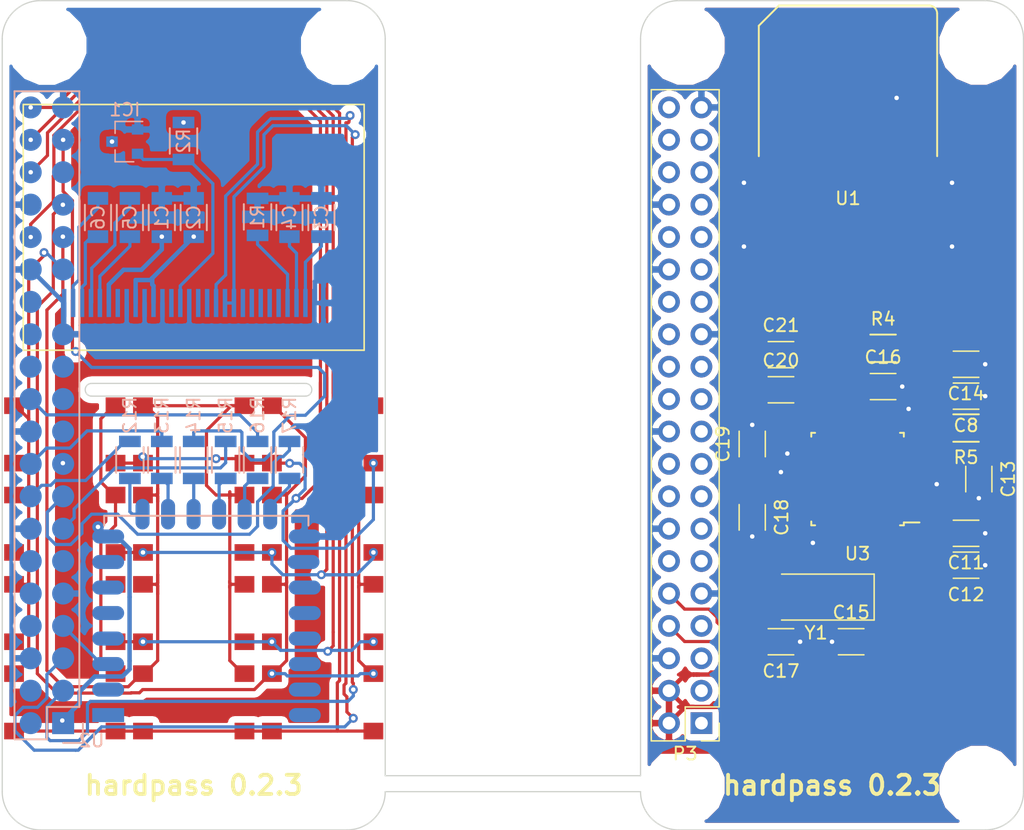
<source format=kicad_pcb>
(kicad_pcb (version 4) (host pcbnew 4.0.7-e1-6374~58~ubuntu16.04.1)

  (general
    (links 163)
    (no_connects 7)
    (area -0.050001 -0.050001 80.050001 65.050001)
    (thickness 1.6)
    (drawings 27)
    (tracks 758)
    (zones 0)
    (modules 57)
    (nets 122)
  )

  (page A4)
  (layers
    (0 F.Cu signal)
    (31 B.Cu signal)
    (32 B.Adhes user)
    (33 F.Adhes user)
    (34 B.Paste user)
    (35 F.Paste user)
    (36 B.SilkS user)
    (37 F.SilkS user)
    (38 B.Mask user)
    (39 F.Mask user)
    (40 Dwgs.User user)
    (41 Cmts.User user)
    (42 Eco1.User user)
    (43 Eco2.User user)
    (44 Edge.Cuts user)
    (45 Margin user)
    (46 B.CrtYd user)
    (47 F.CrtYd user)
    (48 B.Fab user)
    (49 F.Fab user)
  )

  (setup
    (last_trace_width 0.25)
    (trace_clearance 0.25)
    (zone_clearance 0.508)
    (zone_45_only no)
    (trace_min 0.2)
    (segment_width 0.2)
    (edge_width 0.1)
    (via_size 0.7)
    (via_drill 0.35)
    (via_min_size 0.7)
    (via_min_drill 0.3)
    (uvia_size 0.3)
    (uvia_drill 0.1)
    (uvias_allowed no)
    (uvia_min_size 0)
    (uvia_min_drill 0)
    (pcb_text_width 0.3)
    (pcb_text_size 1.5 1.5)
    (mod_edge_width 0.15)
    (mod_text_size 1 1)
    (mod_text_width 0.15)
    (pad_size 1.9 3)
    (pad_drill 0)
    (pad_to_mask_clearance 0)
    (aux_axis_origin 0 0)
    (visible_elements FFFFEF7F)
    (pcbplotparams
      (layerselection 0x00030_80000001)
      (usegerberextensions false)
      (excludeedgelayer true)
      (linewidth 0.100000)
      (plotframeref false)
      (viasonmask false)
      (mode 1)
      (useauxorigin false)
      (hpglpennumber 1)
      (hpglpenspeed 20)
      (hpglpendiameter 15)
      (hpglpenoverlay 2)
      (psnegative false)
      (psa4output false)
      (plotreference true)
      (plotvalue true)
      (plotinvisibletext false)
      (padsonsilk false)
      (subtractmaskfromsilk false)
      (outputformat 1)
      (mirror false)
      (drillshape 1)
      (scaleselection 1)
      (outputdirectory ""))
  )

  (net 0 "")
  (net 1 GND)
  (net 2 +3V3)
  (net 3 "Net-(C3-Pad1)")
  (net 4 "Net-(C4-Pad1)")
  (net 5 "Net-(C5-Pad1)")
  (net 6 "Net-(C5-Pad2)")
  (net 7 "Net-(C6-Pad1)")
  (net 8 "Net-(C6-Pad2)")
  (net 9 "Net-(P1-Pad2)")
  (net 10 OLED_SDA)
  (net 11 "Net-(P1-Pad4)")
  (net 12 OLED_SCL)
  (net 13 ESP_CHPD)
  (net 14 UART_TX)
  (net 15 UART_RX)
  (net 16 SHUTDOWN)
  (net 17 "Net-(P1-Pad12)")
  (net 18 SD_D3)
  (net 19 ESP_CLK)
  (net 20 SD_CMD)
  (net 21 SD_D0)
  (net 22 "Net-(P1-Pad19)")
  (net 23 "Net-(P1-Pad21)")
  (net 24 SD_D1)
  (net 25 "Net-(P1-Pad23)")
  (net 26 "Net-(P1-Pad24)")
  (net 27 "Net-(P1-Pad26)")
  (net 28 "Net-(P1-Pad28)")
  (net 29 COL_1)
  (net 30 COL_2)
  (net 31 ROW_1)
  (net 32 COL_3)
  (net 33 "Net-(P1-Pad35)")
  (net 34 ROW_2)
  (net 35 SD_D2)
  (net 36 ROW_3)
  (net 37 ROW_4)
  (net 38 "Net-(P2-Pad26)")
  (net 39 "Net-(R12-Pad1)")
  (net 40 "Net-(R13-Pad1)")
  (net 41 "Net-(R14-Pad1)")
  (net 42 "Net-(R15-Pad1)")
  (net 43 "Net-(R16-Pad1)")
  (net 44 "Net-(R17-Pad1)")
  (net 45 "Net-(U2-Pad1)")
  (net 46 "Net-(U2-Pad2)")
  (net 47 "Net-(U2-Pad4)")
  (net 48 "Net-(U2-Pad5)")
  (net 49 "Net-(U2-Pad6)")
  (net 50 "Net-(U2-Pad7)")
  (net 51 "Net-(U2-Pad16)")
  (net 52 "Net-(U2-Pad17)")
  (net 53 "Net-(U2-Pad18)")
  (net 54 "Net-(U2-Pad19)")
  (net 55 "Net-(U2-Pad20)")
  (net 56 "Net-(U2-Pad21)")
  (net 57 "Net-(U2-Pad22)")
  (net 58 "Net-(P2-Pad7)")
  (net 59 "Net-(P2-Pad13)")
  (net 60 "Net-(P2-Pad16)")
  (net 61 "Net-(P2-Pad17)")
  (net 62 "Net-(P2-Pad21)")
  (net 63 "Net-(P2-Pad22)")
  (net 64 "Net-(P2-Pad23)")
  (net 65 "Net-(P2-Pad24)")
  (net 66 "Net-(P2-Pad25)")
  (net 67 "Net-(C14-Pad2)")
  (net 68 +5V)
  (net 69 "Net-(C13-Pad1)")
  (net 70 "Net-(C15-Pad2)")
  (net 71 "Net-(C16-Pad1)")
  (net 72 "Net-(C17-Pad2)")
  (net 73 "Net-(C20-Pad1)")
  (net 74 "Net-(C20-Pad2)")
  (net 75 "Net-(C21-Pad1)")
  (net 76 "Net-(C21-Pad2)")
  (net 77 "Net-(R4-Pad1)")
  (net 78 "Net-(R5-Pad1)")
  (net 79 "Net-(R5-Pad2)")
  (net 80 "Net-(U1-Pad4)")
  (net 81 "Net-(U1-Pad8)")
  (net 82 "Net-(U3-Pad2)")
  (net 83 "Net-(U3-Pad22)")
  (net 84 "Net-(U3-Pad23)")
  (net 85 "Net-(U3-Pad24)")
  (net 86 "Net-(SW14-Pad2)")
  (net 87 "Net-(U3-Pad29)")
  (net 88 "Net-(U3-Pad30)")
  (net 89 CARD_TX)
  (net 90 CARD_RX)
  (net 91 "Net-(P3-Pad1)")
  (net 92 "Net-(P3-Pad3)")
  (net 93 "Net-(P3-Pad5)")
  (net 94 "Net-(P3-Pad7)")
  (net 95 "Net-(P3-Pad11)")
  (net 96 "Net-(P3-Pad12)")
  (net 97 "Net-(P3-Pad13)")
  (net 98 "Net-(P3-Pad15)")
  (net 99 "Net-(P3-Pad16)")
  (net 100 "Net-(P3-Pad17)")
  (net 101 "Net-(P3-Pad18)")
  (net 102 "Net-(P3-Pad19)")
  (net 103 "Net-(P3-Pad21)")
  (net 104 "Net-(P3-Pad22)")
  (net 105 "Net-(P3-Pad23)")
  (net 106 "Net-(P3-Pad24)")
  (net 107 "Net-(P3-Pad26)")
  (net 108 "Net-(P3-Pad27)")
  (net 109 "Net-(P3-Pad28)")
  (net 110 "Net-(P3-Pad29)")
  (net 111 "Net-(P3-Pad31)")
  (net 112 "Net-(P3-Pad32)")
  (net 113 "Net-(P3-Pad33)")
  (net 114 "Net-(P3-Pad35)")
  (net 115 "Net-(P3-Pad36)")
  (net 116 "Net-(P3-Pad37)")
  (net 117 "Net-(P3-Pad38)")
  (net 118 "Net-(P3-Pad40)")
  (net 119 "Net-(R4-Pad2)")
  (net 120 "Net-(U1-Pad2)")
  (net 121 OLED_RST)

  (net_class Default "This is the default net class."
    (clearance 0.25)
    (trace_width 0.25)
    (via_dia 0.7)
    (via_drill 0.35)
    (uvia_dia 0.3)
    (uvia_drill 0.1)
    (add_net CARD_RX)
    (add_net CARD_TX)
    (add_net COL_1)
    (add_net COL_2)
    (add_net COL_3)
    (add_net ESP_CHPD)
    (add_net ESP_CLK)
    (add_net "Net-(C13-Pad1)")
    (add_net "Net-(C15-Pad2)")
    (add_net "Net-(C16-Pad1)")
    (add_net "Net-(C17-Pad2)")
    (add_net "Net-(C20-Pad1)")
    (add_net "Net-(C20-Pad2)")
    (add_net "Net-(C21-Pad1)")
    (add_net "Net-(C21-Pad2)")
    (add_net "Net-(C3-Pad1)")
    (add_net "Net-(C4-Pad1)")
    (add_net "Net-(C5-Pad1)")
    (add_net "Net-(C5-Pad2)")
    (add_net "Net-(C6-Pad1)")
    (add_net "Net-(C6-Pad2)")
    (add_net "Net-(P1-Pad12)")
    (add_net "Net-(P1-Pad19)")
    (add_net "Net-(P1-Pad2)")
    (add_net "Net-(P1-Pad21)")
    (add_net "Net-(P1-Pad23)")
    (add_net "Net-(P1-Pad24)")
    (add_net "Net-(P1-Pad26)")
    (add_net "Net-(P1-Pad28)")
    (add_net "Net-(P1-Pad35)")
    (add_net "Net-(P1-Pad4)")
    (add_net "Net-(P2-Pad13)")
    (add_net "Net-(P2-Pad16)")
    (add_net "Net-(P2-Pad17)")
    (add_net "Net-(P2-Pad21)")
    (add_net "Net-(P2-Pad22)")
    (add_net "Net-(P2-Pad23)")
    (add_net "Net-(P2-Pad24)")
    (add_net "Net-(P2-Pad25)")
    (add_net "Net-(P2-Pad26)")
    (add_net "Net-(P2-Pad7)")
    (add_net "Net-(P3-Pad1)")
    (add_net "Net-(P3-Pad11)")
    (add_net "Net-(P3-Pad12)")
    (add_net "Net-(P3-Pad13)")
    (add_net "Net-(P3-Pad15)")
    (add_net "Net-(P3-Pad16)")
    (add_net "Net-(P3-Pad17)")
    (add_net "Net-(P3-Pad18)")
    (add_net "Net-(P3-Pad19)")
    (add_net "Net-(P3-Pad21)")
    (add_net "Net-(P3-Pad22)")
    (add_net "Net-(P3-Pad23)")
    (add_net "Net-(P3-Pad24)")
    (add_net "Net-(P3-Pad26)")
    (add_net "Net-(P3-Pad27)")
    (add_net "Net-(P3-Pad28)")
    (add_net "Net-(P3-Pad29)")
    (add_net "Net-(P3-Pad3)")
    (add_net "Net-(P3-Pad31)")
    (add_net "Net-(P3-Pad32)")
    (add_net "Net-(P3-Pad33)")
    (add_net "Net-(P3-Pad35)")
    (add_net "Net-(P3-Pad36)")
    (add_net "Net-(P3-Pad37)")
    (add_net "Net-(P3-Pad38)")
    (add_net "Net-(P3-Pad40)")
    (add_net "Net-(P3-Pad5)")
    (add_net "Net-(P3-Pad7)")
    (add_net "Net-(R12-Pad1)")
    (add_net "Net-(R13-Pad1)")
    (add_net "Net-(R14-Pad1)")
    (add_net "Net-(R15-Pad1)")
    (add_net "Net-(R16-Pad1)")
    (add_net "Net-(R17-Pad1)")
    (add_net "Net-(R4-Pad1)")
    (add_net "Net-(R4-Pad2)")
    (add_net "Net-(R5-Pad1)")
    (add_net "Net-(R5-Pad2)")
    (add_net "Net-(SW14-Pad2)")
    (add_net "Net-(U1-Pad2)")
    (add_net "Net-(U1-Pad4)")
    (add_net "Net-(U1-Pad8)")
    (add_net "Net-(U2-Pad1)")
    (add_net "Net-(U2-Pad16)")
    (add_net "Net-(U2-Pad17)")
    (add_net "Net-(U2-Pad18)")
    (add_net "Net-(U2-Pad19)")
    (add_net "Net-(U2-Pad2)")
    (add_net "Net-(U2-Pad20)")
    (add_net "Net-(U2-Pad21)")
    (add_net "Net-(U2-Pad22)")
    (add_net "Net-(U2-Pad4)")
    (add_net "Net-(U2-Pad5)")
    (add_net "Net-(U2-Pad6)")
    (add_net "Net-(U2-Pad7)")
    (add_net "Net-(U3-Pad2)")
    (add_net "Net-(U3-Pad22)")
    (add_net "Net-(U3-Pad23)")
    (add_net "Net-(U3-Pad24)")
    (add_net "Net-(U3-Pad29)")
    (add_net "Net-(U3-Pad30)")
    (add_net OLED_RST)
    (add_net OLED_SCL)
    (add_net OLED_SDA)
    (add_net ROW_1)
    (add_net ROW_2)
    (add_net ROW_3)
    (add_net ROW_4)
    (add_net SD_CMD)
    (add_net SD_D0)
    (add_net SD_D1)
    (add_net SD_D2)
    (add_net SD_D3)
    (add_net SHUTDOWN)
    (add_net UART_RX)
    (add_net UART_TX)
  )

  (net_class Power ""
    (clearance 0.25)
    (trace_width 0.35)
    (via_dia 0.9)
    (via_drill 0.35)
    (uvia_dia 0.3)
    (uvia_drill 0.1)
    (add_net +3V3)
    (add_net +5V)
    (add_net GND)
    (add_net "Net-(C14-Pad2)")
  )

  (module hardpass:CAF99-08153-S132 (layer F.Cu) (tedit 5974B6D1) (tstamp 5880EB98)
    (at 66.25 16 180)
    (path /58821579)
    (fp_text reference U1 (at 0 0.5 180) (layer F.SilkS)
      (effects (font (size 1 1) (thickness 0.15)))
    )
    (fp_text value ISO7816 (at 0 -0.5 180) (layer F.Fab)
      (effects (font (size 1 1) (thickness 0.15)))
    )
    (fp_line (start 5.3975 15.621) (end 6.986269 14.032231) (layer F.SilkS) (width 0.15))
    (fp_arc (start -6.35 14.986) (end -6.35 15.621) (angle 90) (layer F.SilkS) (width 0.15))
    (fp_line (start 6.985 3.81) (end 6.985 14.0335) (layer F.SilkS) (width 0.15))
    (fp_line (start -6.985 3.81) (end -6.985 14.986) (layer F.SilkS) (width 0.15))
    (fp_line (start -6.35 15.621) (end 5.400245 15.621) (layer F.SilkS) (width 0.15))
    (pad 1 smd rect (at -3.81 -7.975 180) (size 1.3 1.2) (layers F.Cu F.Paste F.Mask)
      (net 67 "Net-(C14-Pad2)"))
    (pad 2 smd rect (at -1.27 -7.975 180) (size 1.3 1.2) (layers F.Cu F.Paste F.Mask)
      (net 120 "Net-(U1-Pad2)"))
    (pad 3 smd rect (at 1.27 -7.975 180) (size 1.3 1.2) (layers F.Cu F.Paste F.Mask)
      (net 77 "Net-(R4-Pad1)"))
    (pad 4 smd rect (at 3.81 -7.975 180) (size 1.3 1.2) (layers F.Cu F.Paste F.Mask)
      (net 80 "Net-(U1-Pad4)"))
    (pad 5 smd rect (at -3.81 8.375 180) (size 1.3 1.2) (layers F.Cu F.Paste F.Mask)
      (net 1 GND))
    (pad 6 smd rect (at -1.27 8.375 180) (size 1.3 1.2) (layers F.Cu F.Paste F.Mask)
      (net 67 "Net-(C14-Pad2)"))
    (pad 7 smd rect (at 1.27 8.375 180) (size 1.3 1.2) (layers F.Cu F.Paste F.Mask)
      (net 78 "Net-(R5-Pad1)"))
    (pad 8 smd rect (at 3.81 8.375 180) (size 1.3 1.2) (layers F.Cu F.Paste F.Mask)
      (net 81 "Net-(U1-Pad8)"))
    (pad "" connect rect (at -8.15 -3.275 180) (size 1.9 3) (layers F.Cu F.Mask)
      (net 1 GND))
    (pad "" connect rect (at 8.15 -3.275 180) (size 1.9 3) (layers F.Cu F.Mask)
      (net 1 GND))
    (pad "" connect rect (at 8.15 1.725 180) (size 1.9 3) (layers F.Cu F.Mask)
      (net 1 GND))
    (pad "" connect rect (at -8.15 1.725 180) (size 1.9 3) (layers F.Cu F.Mask)
      (net 1 GND))
    (model /home/tobias/Desktop/30pin-hardpass/hardpass-passwordmanager/kicad/hardpass-pcb/hardpass.3dshapes/sim_holder_kicad.wrl
      (at (xyz -0.004 0.395 0))
      (scale (xyz 0.395 0.395 0.395))
      (rotate (xyz 0 0 180))
    )
  )

  (module TO_SOT_Packages_SMD:SOT-23 (layer B.Cu) (tedit 58CE4E7E) (tstamp 597398BF)
    (at 9.6 11.05 180)
    (descr "SOT-23, Standard")
    (tags SOT-23)
    (path /593C6F9B)
    (attr smd)
    (fp_text reference IC1 (at 0 2.5 180) (layer B.SilkS)
      (effects (font (size 1 1) (thickness 0.15)) (justify mirror))
    )
    (fp_text value APX803 (at 0 -2.5 180) (layer B.Fab)
      (effects (font (size 1 1) (thickness 0.15)) (justify mirror))
    )
    (fp_text user %R (at 0 0 450) (layer B.Fab)
      (effects (font (size 0.5 0.5) (thickness 0.075)) (justify mirror))
    )
    (fp_line (start -0.7 0.95) (end -0.7 -1.5) (layer B.Fab) (width 0.1))
    (fp_line (start -0.15 1.52) (end 0.7 1.52) (layer B.Fab) (width 0.1))
    (fp_line (start -0.7 0.95) (end -0.15 1.52) (layer B.Fab) (width 0.1))
    (fp_line (start 0.7 1.52) (end 0.7 -1.52) (layer B.Fab) (width 0.1))
    (fp_line (start -0.7 -1.52) (end 0.7 -1.52) (layer B.Fab) (width 0.1))
    (fp_line (start 0.76 -1.58) (end 0.76 -0.65) (layer B.SilkS) (width 0.12))
    (fp_line (start 0.76 1.58) (end 0.76 0.65) (layer B.SilkS) (width 0.12))
    (fp_line (start -1.7 1.75) (end 1.7 1.75) (layer B.CrtYd) (width 0.05))
    (fp_line (start 1.7 1.75) (end 1.7 -1.75) (layer B.CrtYd) (width 0.05))
    (fp_line (start 1.7 -1.75) (end -1.7 -1.75) (layer B.CrtYd) (width 0.05))
    (fp_line (start -1.7 -1.75) (end -1.7 1.75) (layer B.CrtYd) (width 0.05))
    (fp_line (start 0.76 1.58) (end -1.4 1.58) (layer B.SilkS) (width 0.12))
    (fp_line (start 0.76 -1.58) (end -0.7 -1.58) (layer B.SilkS) (width 0.12))
    (pad 1 smd rect (at -1 0.95 180) (size 0.9 0.8) (layers B.Cu B.Paste B.Mask)
      (net 1 GND))
    (pad 2 smd rect (at -1 -0.95 180) (size 0.9 0.8) (layers B.Cu B.Paste B.Mask)
      (net 121 OLED_RST))
    (pad 3 smd rect (at 1 0 180) (size 0.9 0.8) (layers B.Cu B.Paste B.Mask)
      (net 2 +3V3))
    (model ${KISYS3DMOD}/TO_SOT_Packages_SMD.3dshapes/SOT-23.wrl
      (at (xyz 0 0 0))
      (scale (xyz 1 1 1))
      (rotate (xyz 0 0 90))
    )
  )

  (module hardpass:Symbol_GNU-Logo_MaskTop (layer B.Cu) (tedit 58D30F84) (tstamp 58D41C5D)
    (at 65 21.25 180)
    (descr "GNU-Logo, GNU-Head, GNU-Kopf, Copper Top,")
    (tags "GNU-Logo, GNU-Head, GNU-Kopf, Copper Top,")
    (fp_text reference REF** (at 0 6.05028 180) (layer B.SilkS) hide
      (effects (font (size 1 1) (thickness 0.15)) (justify mirror))
    )
    (fp_text value Symbol_GNU-Logo_MaskTop (at 0 -9.14908 180) (layer B.Fab) hide
      (effects (font (size 1 1) (thickness 0.15)) (justify mirror))
    )
    (fp_line (start 5.19938 -5.25018) (end 5.19938 -6.85038) (layer B.Mask) (width 0.381))
    (fp_line (start 5.19938 -6.85038) (end 5.90042 -6.85038) (layer B.Mask) (width 0.381))
    (fp_line (start 3.64998 -6.79958) (end 3.64998 -5.34924) (layer B.Mask) (width 0.381))
    (fp_line (start 3.64998 -5.34924) (end 4.20116 -5.30098) (layer B.Mask) (width 0.381))
    (fp_line (start 4.20116 -5.30098) (end 4.45008 -5.4991) (layer B.Mask) (width 0.381))
    (fp_line (start 4.45008 -5.4991) (end 4.54914 -5.90042) (layer B.Mask) (width 0.381))
    (fp_line (start 4.54914 -5.90042) (end 4.24942 -6.05028) (layer B.Mask) (width 0.381))
    (fp_line (start 4.24942 -6.05028) (end 3.74904 -5.99948) (layer B.Mask) (width 0.381))
    (fp_line (start 2.94894 -5.40004) (end 2.70002 -5.30098) (layer B.Mask) (width 0.381))
    (fp_line (start 2.70002 -5.30098) (end 2.4003 -5.34924) (layer B.Mask) (width 0.381))
    (fp_line (start 2.4003 -5.34924) (end 2.10058 -5.69976) (layer B.Mask) (width 0.381))
    (fp_line (start 2.10058 -5.69976) (end 2.04978 -6.20014) (layer B.Mask) (width 0.381))
    (fp_line (start 2.04978 -6.20014) (end 2.19964 -6.64972) (layer B.Mask) (width 0.381))
    (fp_line (start 2.19964 -6.64972) (end 2.55016 -6.79958) (layer B.Mask) (width 0.381))
    (fp_line (start 2.55016 -6.79958) (end 2.99974 -6.70052) (layer B.Mask) (width 0.381))
    (fp_line (start 2.99974 -6.70052) (end 2.99974 -6.20014) (layer B.Mask) (width 0.381))
    (fp_line (start 2.99974 -6.20014) (end 2.70002 -6.20014) (layer B.Mask) (width 0.381))
    (fp_line (start -3.2512 -5.34924) (end -3.2512 -6.49986) (layer B.Mask) (width 0.381))
    (fp_line (start -3.2512 -6.49986) (end -3.0988 -6.74878) (layer B.Mask) (width 0.381))
    (fp_line (start -3.0988 -6.74878) (end -2.75082 -6.90118) (layer B.Mask) (width 0.381))
    (fp_line (start -2.75082 -6.90118) (end -2.4511 -6.74878) (layer B.Mask) (width 0.381))
    (fp_line (start -2.4511 -6.74878) (end -2.3495 -6.44906) (layer B.Mask) (width 0.381))
    (fp_line (start -2.3495 -6.44906) (end -2.3495 -5.34924) (layer B.Mask) (width 0.381))
    (fp_line (start -4.8006 -6.90118) (end -4.8006 -5.34924) (layer B.Mask) (width 0.381))
    (fp_line (start -4.8006 -5.34924) (end -3.9497 -6.85038) (layer B.Mask) (width 0.381))
    (fp_line (start -3.9497 -6.85038) (end -3.9497 -5.34924) (layer B.Mask) (width 0.381))
    (fp_line (start -5.5499 -5.40004) (end -5.75056 -5.30098) (layer B.Mask) (width 0.381))
    (fp_line (start -5.75056 -5.30098) (end -6.20014 -5.45084) (layer B.Mask) (width 0.381))
    (fp_line (start -6.20014 -5.45084) (end -6.4008 -5.84962) (layer B.Mask) (width 0.381))
    (fp_line (start -6.4008 -5.84962) (end -6.4008 -6.2992) (layer B.Mask) (width 0.381))
    (fp_line (start -6.4008 -6.2992) (end -6.25094 -6.70052) (layer B.Mask) (width 0.381))
    (fp_line (start -6.25094 -6.70052) (end -5.95122 -6.85038) (layer B.Mask) (width 0.381))
    (fp_line (start -5.95122 -6.85038) (end -5.5499 -6.85038) (layer B.Mask) (width 0.381))
    (fp_line (start -5.5499 -6.85038) (end -5.4991 -6.2992) (layer B.Mask) (width 0.381))
    (fp_line (start -5.4991 -6.2992) (end -5.75056 -6.20014) (layer B.Mask) (width 0.381))
    (fp_line (start -2.75082 1.15062) (end -3.74904 0.35052) (layer B.Mask) (width 0.381))
    (fp_line (start -3.74904 0.35052) (end -3.29946 1.50114) (layer B.Mask) (width 0.381))
    (fp_line (start -3.29946 1.50114) (end -4.24942 0.70104) (layer B.Mask) (width 0.381))
    (fp_line (start -4.24942 0.70104) (end -3.55092 1.99898) (layer B.Mask) (width 0.381))
    (fp_line (start -3.55092 1.99898) (end -4.59994 1.34874) (layer B.Mask) (width 0.381))
    (fp_line (start -4.59994 1.34874) (end -4.699 1.80086) (layer B.Mask) (width 0.381))
    (fp_line (start -4.699 1.80086) (end -3.40106 2.14884) (layer B.Mask) (width 0.381))
    (fp_line (start -3.40106 2.14884) (end -4.54914 2.4003) (layer B.Mask) (width 0.381))
    (fp_line (start -4.54914 2.4003) (end -3.29946 2.79908) (layer B.Mask) (width 0.381))
    (fp_line (start -3.29946 2.79908) (end -3.79984 3.29946) (layer B.Mask) (width 0.381))
    (fp_line (start -3.79984 3.29946) (end -2.75082 3.05054) (layer B.Mask) (width 0.381))
    (fp_line (start -2.75082 3.05054) (end -2.79908 3.70078) (layer B.Mask) (width 0.381))
    (fp_line (start -2.79908 3.70078) (end -1.69926 3.2004) (layer B.Mask) (width 0.381))
    (fp_line (start 0.7493 1.99898) (end 1.39954 1.80086) (layer B.Mask) (width 0.381))
    (fp_line (start 1.39954 1.80086) (end 1.80086 1.6002) (layer B.Mask) (width 0.381))
    (fp_line (start 1.80086 1.6002) (end 3.0988 0.7493) (layer B.Mask) (width 0.381))
    (fp_line (start 3.0988 0.7493) (end 2.84988 1.84912) (layer B.Mask) (width 0.381))
    (fp_line (start 2.84988 1.84912) (end 3.59918 1.15062) (layer B.Mask) (width 0.381))
    (fp_line (start 3.59918 1.15062) (end 3.1496 2.25044) (layer B.Mask) (width 0.381))
    (fp_line (start 3.1496 2.25044) (end 4.15036 1.99898) (layer B.Mask) (width 0.381))
    (fp_line (start 4.15036 1.99898) (end 2.90068 2.70002) (layer B.Mask) (width 0.381))
    (fp_line (start 2.90068 2.70002) (end 4.04876 3.1496) (layer B.Mask) (width 0.381))
    (fp_line (start 4.04876 3.1496) (end 2.30124 2.94894) (layer B.Mask) (width 0.381))
    (fp_line (start 2.30124 2.94894) (end 2.79908 3.64998) (layer B.Mask) (width 0.381))
    (fp_line (start 2.79908 3.64998) (end 1.651 2.94894) (layer B.Mask) (width 0.381))
    (fp_line (start 0.8509 2.30124) (end 1.09982 2.25044) (layer B.Mask) (width 0.381))
    (fp_line (start -2.04978 1.5494) (end -1.5494 1.84912) (layer B.Mask) (width 0.381))
    (fp_line (start -1.5494 1.84912) (end -0.8001 2.19964) (layer B.Mask) (width 0.381))
    (fp_line (start -0.8001 2.19964) (end -0.44958 2.19964) (layer B.Mask) (width 0.381))
    (fp_line (start -1.84912 -4.0005) (end -2.10058 -3.79984) (layer B.Mask) (width 0.381))
    (fp_line (start -2.10058 -3.79984) (end -2.25044 -3.59918) (layer B.Mask) (width 0.381))
    (fp_line (start -2.25044 -3.59918) (end -2.49936 -3.35026) (layer B.Mask) (width 0.381))
    (fp_line (start -2.49936 -3.35026) (end -2.55016 -3.05054) (layer B.Mask) (width 0.381))
    (fp_line (start -2.55016 -3.05054) (end -2.64922 -2.64922) (layer B.Mask) (width 0.381))
    (fp_line (start -2.64922 -2.64922) (end -2.70002 -2.25044) (layer B.Mask) (width 0.381))
    (fp_line (start -2.70002 -2.25044) (end -2.75082 -1.84912) (layer B.Mask) (width 0.381))
    (fp_line (start -2.75082 -1.84912) (end -2.75082 -1.34874) (layer B.Mask) (width 0.381))
    (fp_line (start -2.75082 -1.34874) (end -2.75082 -0.8509) (layer B.Mask) (width 0.381))
    (fp_line (start -1.75006 -4.0005) (end -1.5494 -3.9497) (layer B.Mask) (width 0.381))
    (fp_line (start -2.19964 -0.8509) (end -1.89992 -1.30048) (layer B.Mask) (width 0.381))
    (fp_line (start -1.89992 -1.30048) (end -1.99898 -1.75006) (layer B.Mask) (width 0.381))
    (fp_line (start -1.99898 -1.75006) (end -1.5494 -2.04978) (layer B.Mask) (width 0.381))
    (fp_line (start -1.5494 -2.04978) (end -1.75006 -2.70002) (layer B.Mask) (width 0.381))
    (fp_line (start -1.75006 -2.70002) (end -1.19888 -3.0988) (layer B.Mask) (width 0.381))
    (fp_line (start -1.19888 -3.0988) (end -1.39954 -3.79984) (layer B.Mask) (width 0.381))
    (fp_line (start -1.39954 -3.79984) (end -0.8509 -4.24942) (layer B.Mask) (width 0.381))
    (fp_line (start -0.59944 -5.99948) (end -0.65024 -6.10108) (layer B.Mask) (width 0.381))
    (fp_line (start -0.89916 -4.35102) (end -0.70104 -4.7498) (layer B.Mask) (width 0.381))
    (fp_line (start -0.70104 -4.7498) (end -0.59944 -5.04952) (layer B.Mask) (width 0.381))
    (fp_line (start -0.59944 -5.04952) (end -1.00076 -5.15112) (layer B.Mask) (width 0.381))
    (fp_line (start -1.00076 -5.15112) (end -0.65024 -5.4991) (layer B.Mask) (width 0.381))
    (fp_line (start -0.65024 -5.4991) (end -0.70104 -5.79882) (layer B.Mask) (width 0.381))
    (fp_line (start -0.70104 -5.79882) (end -0.65024 -5.95122) (layer B.Mask) (width 0.381))
    (fp_line (start -0.14986 -3.70078) (end -0.29972 -4.09956) (layer B.Mask) (width 0.381))
    (fp_line (start -0.29972 -4.09956) (end -0.20066 -4.30022) (layer B.Mask) (width 0.381))
    (fp_line (start -0.20066 -4.30022) (end 0.0508 -4.50088) (layer B.Mask) (width 0.381))
    (fp_line (start 0.0508 -4.50088) (end 0.20066 -4.699) (layer B.Mask) (width 0.381))
    (fp_line (start 0.20066 -4.699) (end 0.14986 -5.00126) (layer B.Mask) (width 0.381))
    (fp_line (start 0.14986 -5.00126) (end 0.09906 -5.19938) (layer B.Mask) (width 0.381))
    (fp_line (start 0.09906 -5.19938) (end 0.14986 -5.75056) (layer B.Mask) (width 0.381))
    (fp_line (start 0.14986 -5.75056) (end 0.35052 -5.95122) (layer B.Mask) (width 0.381))
    (fp_line (start 0.44958 -3.29946) (end 0.24892 -3.74904) (layer B.Mask) (width 0.381))
    (fp_line (start 0.24892 -3.74904) (end 0.55118 -4.04876) (layer B.Mask) (width 0.381))
    (fp_line (start 0.55118 -4.04876) (end 0.94996 -4.24942) (layer B.Mask) (width 0.381))
    (fp_line (start 0.94996 -4.24942) (end 0.89916 -4.699) (layer B.Mask) (width 0.381))
    (fp_line (start 0.89916 -4.699) (end 0.7493 -5.10032) (layer B.Mask) (width 0.381))
    (fp_line (start 0.7493 -5.10032) (end 0.89916 -5.34924) (layer B.Mask) (width 0.381))
    (fp_line (start 1.30048 -4.89966) (end 1.34874 -4.89966) (layer B.Mask) (width 0.381))
    (fp_line (start 1.24968 -2.94894) (end 1.50114 -3.05054) (layer B.Mask) (width 0.381))
    (fp_line (start 1.50114 -3.05054) (end 1.75006 -3.05054) (layer B.Mask) (width 0.381))
    (fp_line (start 1.75006 -3.05054) (end 1.5494 -3.0988) (layer B.Mask) (width 0.381))
    (fp_line (start 1.5494 -3.0988) (end 1.00076 -3.2004) (layer B.Mask) (width 0.381))
    (fp_line (start 1.00076 -3.2004) (end 0.94996 -3.35026) (layer B.Mask) (width 0.381))
    (fp_line (start 0.94996 -3.35026) (end 1.00076 -3.55092) (layer B.Mask) (width 0.381))
    (fp_line (start 1.00076 -3.55092) (end 1.19888 -3.74904) (layer B.Mask) (width 0.381))
    (fp_line (start 1.19888 -3.74904) (end 1.45034 -3.9497) (layer B.Mask) (width 0.381))
    (fp_line (start 1.45034 -3.9497) (end 1.5494 -4.30022) (layer B.Mask) (width 0.381))
    (fp_line (start 1.5494 -4.30022) (end 1.45034 -4.59994) (layer B.Mask) (width 0.381))
    (fp_line (start 1.45034 -4.59994) (end 1.30048 -4.89966) (layer B.Mask) (width 0.381))
    (fp_line (start 0.59944 -2.64922) (end 1.00076 -2.90068) (layer B.Mask) (width 0.381))
    (fp_line (start 1.00076 -2.90068) (end 1.24968 -2.90068) (layer B.Mask) (width 0.381))
    (fp_line (start 1.80086 -2.55016) (end 1.19888 -2.64922) (layer B.Mask) (width 0.381))
    (fp_line (start 1.19888 -2.64922) (end 0.7493 -2.60096) (layer B.Mask) (width 0.381))
    (fp_line (start 0.7493 -2.60096) (end 0.24892 -2.55016) (layer B.Mask) (width 0.381))
    (fp_line (start 0.24892 -2.55016) (end -0.20066 -2.4003) (layer B.Mask) (width 0.381))
    (fp_line (start -0.20066 -2.4003) (end -0.35052 -2.19964) (layer B.Mask) (width 0.381))
    (fp_line (start -0.35052 -2.19964) (end -0.55118 -1.84912) (layer B.Mask) (width 0.381))
    (fp_line (start -0.55118 -1.84912) (end -0.70104 -1.34874) (layer B.Mask) (width 0.381))
    (fp_line (start -0.70104 -1.34874) (end -0.8509 -1.09982) (layer B.Mask) (width 0.381))
    (fp_line (start -0.8509 -1.09982) (end -1.15062 -1.04902) (layer B.Mask) (width 0.381))
    (fp_line (start 1.80086 -1.84912) (end 1.651 -1.84912) (layer B.Mask) (width 0.381))
    (fp_line (start 1.651 -1.84912) (end 1.24968 -1.95072) (layer B.Mask) (width 0.381))
    (fp_line (start 1.24968 -1.95072) (end 1.39954 -2.30124) (layer B.Mask) (width 0.381))
    (fp_line (start 1.39954 -2.30124) (end 1.75006 -2.49936) (layer B.Mask) (width 0.381))
    (fp_line (start 1.75006 0) (end 1.69926 -0.65024) (layer B.Mask) (width 0.381))
    (fp_line (start 1.00076 -0.50038) (end 1.09982 -0.65024) (layer B.Mask) (width 0.381))
    (fp_line (start 1.09982 -0.65024) (end 1.24968 -0.8001) (layer B.Mask) (width 0.381))
    (fp_line (start 1.24968 -0.8001) (end 1.39954 -0.8001) (layer B.Mask) (width 0.381))
    (fp_line (start 1.39954 -0.8001) (end 1.6002 -0.70104) (layer B.Mask) (width 0.381))
    (fp_line (start 1.6002 -0.70104) (end 1.80086 -0.70104) (layer B.Mask) (width 0.381))
    (fp_line (start 0.8509 -0.44958) (end 0.55118 -0.29972) (layer B.Mask) (width 0.381))
    (fp_line (start 0.55118 -0.29972) (end 0.24892 -0.29972) (layer B.Mask) (width 0.381))
    (fp_line (start 0.24892 -0.29972) (end 0.09906 -0.29972) (layer B.Mask) (width 0.381))
    (fp_line (start 0.09906 -0.29972) (end -0.09906 -0.39878) (layer B.Mask) (width 0.381))
    (fp_line (start -0.09906 -0.39878) (end -0.29972 -0.44958) (layer B.Mask) (width 0.381))
    (fp_line (start 0.65024 0.55118) (end 0.70104 0.09906) (layer B.Mask) (width 0.381))
    (fp_line (start 0.70104 0.09906) (end 0.8509 -0.29972) (layer B.Mask) (width 0.381))
    (fp_line (start 0.8509 -0.29972) (end 0.94996 -0.44958) (layer B.Mask) (width 0.381))
    (fp_line (start 1.75006 -1.24968) (end 1.651 -1.39954) (layer B.Mask) (width 0.381))
    (fp_line (start 0.89916 -1.15062) (end 0.44958 -0.8001) (layer B.Mask) (width 0.381))
    (fp_line (start 0.44958 -0.8001) (end 0.0508 -0.94996) (layer B.Mask) (width 0.381))
    (fp_line (start 0.0508 -0.94996) (end 0.09906 -1.34874) (layer B.Mask) (width 0.381))
    (fp_line (start 0.09906 -1.34874) (end 0.35052 -1.50114) (layer B.Mask) (width 0.381))
    (fp_line (start 0.35052 -1.50114) (end 0.65024 -1.50114) (layer B.Mask) (width 0.381))
    (fp_line (start 0.65024 -1.50114) (end 0.7493 -1.39954) (layer B.Mask) (width 0.381))
    (fp_line (start 0.7493 -1.39954) (end 0.89916 -1.15062) (layer B.Mask) (width 0.381))
    (fp_line (start 1.19888 0.59944) (end 1.34874 0.94996) (layer B.Mask) (width 0.381))
    (fp_line (start 1.34874 0.94996) (end 1.75006 0.8509) (layer B.Mask) (width 0.381))
    (fp_line (start 1.75006 0.8509) (end 1.84912 0.65024) (layer B.Mask) (width 0.381))
    (fp_line (start 1.84912 0.65024) (end 1.75006 0.39878) (layer B.Mask) (width 0.381))
    (fp_line (start 1.75006 0.39878) (end 1.30048 0.50038) (layer B.Mask) (width 0.381))
    (fp_line (start 0.0508 0.44958) (end -0.29972 0.59944) (layer B.Mask) (width 0.381))
    (fp_line (start -0.29972 0.59944) (end -0.7493 0.70104) (layer B.Mask) (width 0.381))
    (fp_line (start -0.7493 0.70104) (end -1.00076 0.44958) (layer B.Mask) (width 0.381))
    (fp_line (start -1.00076 0.44958) (end -0.8001 0.20066) (layer B.Mask) (width 0.381))
    (fp_line (start -0.8001 0.20066) (end -0.39878 0.20066) (layer B.Mask) (width 0.381))
    (fp_line (start -0.39878 0.20066) (end 0 0.39878) (layer B.Mask) (width 0.381))
    (fp_line (start 0 1.5494) (end 0.39878 1.69926) (layer B.Mask) (width 0.381))
    (fp_line (start 0.39878 1.69926) (end 0.65024 2.04978) (layer B.Mask) (width 0.381))
    (fp_line (start -2.99974 0.24892) (end -2.99974 -0.35052) (layer B.Mask) (width 0.381))
    (fp_line (start -2.99974 -0.35052) (end -3.50012 -1.09982) (layer B.Mask) (width 0.381))
    (fp_line (start -3.50012 -1.09982) (end -2.10058 -0.55118) (layer B.Mask) (width 0.381))
    (fp_line (start -2.10058 -0.55118) (end -1.6002 -0.20066) (layer B.Mask) (width 0.381))
    (fp_line (start -1.6002 -0.20066) (end -1.45034 0.7493) (layer B.Mask) (width 0.381))
    (fp_line (start 0 0.7493) (end -0.8509 1.30048) (layer B.Mask) (width 0.381))
    (fp_line (start 1.09982 3.50012) (end 1.5494 2.90068) (layer B.Mask) (width 0.381))
    (fp_line (start 1.5494 2.90068) (end 1.89992 2.79908) (layer B.Mask) (width 0.381))
    (fp_line (start 1.89992 2.79908) (end 2.3495 2.79908) (layer B.Mask) (width 0.381))
    (fp_line (start 2.3495 2.79908) (end 2.70002 2.75082) (layer B.Mask) (width 0.381))
    (fp_line (start 2.70002 2.75082) (end 2.90068 2.3495) (layer B.Mask) (width 0.381))
    (fp_line (start 2.90068 2.3495) (end 2.94894 2.04978) (layer B.Mask) (width 0.381))
    (fp_line (start 2.94894 2.04978) (end 2.64922 1.80086) (layer B.Mask) (width 0.381))
    (fp_line (start 2.64922 1.80086) (end 2.3495 1.75006) (layer B.Mask) (width 0.381))
    (fp_line (start 2.3495 1.75006) (end 1.99898 1.89992) (layer B.Mask) (width 0.381))
    (fp_line (start 1.99898 1.89992) (end 1.5494 2.19964) (layer B.Mask) (width 0.381))
    (fp_line (start 1.5494 2.19964) (end 1.30048 2.4003) (layer B.Mask) (width 0.381))
    (fp_line (start 1.30048 2.4003) (end 1.00076 2.55016) (layer B.Mask) (width 0.381))
    (fp_line (start 1.00076 2.55016) (end 0.59944 2.55016) (layer B.Mask) (width 0.381))
    (fp_line (start 0.59944 2.55016) (end 0.09906 2.30124) (layer B.Mask) (width 0.381))
    (fp_line (start 0.09906 2.30124) (end -0.09906 2.3495) (layer B.Mask) (width 0.381))
    (fp_line (start -0.09906 2.3495) (end -0.39878 2.49936) (layer B.Mask) (width 0.381))
    (fp_line (start -0.39878 2.49936) (end -0.89916 2.60096) (layer B.Mask) (width 0.381))
    (fp_line (start -0.89916 2.60096) (end -1.39954 2.55016) (layer B.Mask) (width 0.381))
    (fp_line (start -1.39954 2.55016) (end -1.99898 2.14884) (layer B.Mask) (width 0.381))
    (fp_line (start -1.99898 2.14884) (end -2.4511 1.69926) (layer B.Mask) (width 0.381))
    (fp_line (start -2.4511 1.69926) (end -2.79908 1.30048) (layer B.Mask) (width 0.381))
    (fp_line (start -2.79908 1.30048) (end -3.2512 1.45034) (layer B.Mask) (width 0.381))
    (fp_line (start -3.2512 1.45034) (end -3.44932 1.95072) (layer B.Mask) (width 0.381))
    (fp_line (start -3.44932 1.95072) (end -3.35026 2.60096) (layer B.Mask) (width 0.381))
    (fp_line (start -3.35026 2.60096) (end -3.05054 2.84988) (layer B.Mask) (width 0.381))
    (fp_line (start -3.05054 2.84988) (end -2.60096 2.99974) (layer B.Mask) (width 0.381))
    (fp_line (start -2.60096 2.99974) (end -1.95072 3.1496) (layer B.Mask) (width 0.381))
    (fp_line (start -1.95072 3.1496) (end -1.6002 3.0988) (layer B.Mask) (width 0.381))
    (fp_line (start -1.6002 3.0988) (end -1.04902 3.35026) (layer B.Mask) (width 0.381))
    (fp_line (start -1.04902 3.35026) (end -0.8509 3.70078) (layer B.Mask) (width 0.381))
    (fp_line (start -0.8509 3.70078) (end -1.24968 3.55092) (layer B.Mask) (width 0.381))
    (fp_line (start -1.24968 3.55092) (end -1.89992 3.59918) (layer B.Mask) (width 0.381))
    (fp_line (start -1.89992 3.59918) (end -2.84988 3.74904) (layer B.Mask) (width 0.381))
    (fp_line (start -2.84988 3.74904) (end -3.2512 3.70078) (layer B.Mask) (width 0.381))
    (fp_line (start -3.2512 3.70078) (end -3.59918 3.55092) (layer B.Mask) (width 0.381))
    (fp_line (start -3.59918 3.55092) (end -4.20116 3.1496) (layer B.Mask) (width 0.381))
    (fp_line (start -4.20116 3.1496) (end -4.65074 2.3495) (layer B.Mask) (width 0.381))
    (fp_line (start -4.65074 2.3495) (end -4.7498 1.651) (layer B.Mask) (width 0.381))
    (fp_line (start -4.7498 1.651) (end -4.45008 0.7493) (layer B.Mask) (width 0.381))
    (fp_line (start -4.45008 0.7493) (end -3.8989 0.24892) (layer B.Mask) (width 0.381))
    (fp_line (start -3.8989 0.24892) (end -3.2512 0) (layer B.Mask) (width 0.381))
    (fp_line (start -3.2512 0) (end -2.49936 1.19888) (layer B.Mask) (width 0.381))
    (fp_line (start -2.49936 1.19888) (end -1.80086 1.84912) (layer B.Mask) (width 0.381))
    (fp_line (start -1.80086 1.84912) (end -1.19888 2.30124) (layer B.Mask) (width 0.381))
    (fp_line (start -1.19888 2.30124) (end -0.65024 2.3495) (layer B.Mask) (width 0.381))
    (fp_line (start -0.65024 2.3495) (end -0.20066 2.14884) (layer B.Mask) (width 0.381))
    (fp_line (start -0.20066 2.14884) (end 0.20066 2.04978) (layer B.Mask) (width 0.381))
    (fp_line (start 0.20066 2.04978) (end 0.65024 2.19964) (layer B.Mask) (width 0.381))
    (fp_line (start 0.65024 2.19964) (end 1.09982 2.10058) (layer B.Mask) (width 0.381))
    (fp_line (start 1.09982 2.10058) (end 1.69926 1.80086) (layer B.Mask) (width 0.381))
    (fp_line (start 1.69926 1.80086) (end 1.89992 1.5494) (layer B.Mask) (width 0.381))
    (fp_line (start 1.89992 1.5494) (end 2.60096 0.44958) (layer B.Mask) (width 0.381))
    (fp_line (start 2.60096 0.44958) (end 2.90068 -0.20066) (layer B.Mask) (width 0.381))
    (fp_line (start 2.90068 -0.20066) (end 2.30124 -0.29972) (layer B.Mask) (width 0.381))
    (fp_line (start 2.30124 -0.29972) (end 1.84912 0.09906) (layer B.Mask) (width 0.381))
    (fp_line (start 1.75006 -0.70104) (end 2.14884 -0.70104) (layer B.Mask) (width 0.381))
    (fp_line (start 2.14884 -0.70104) (end 2.30124 -0.8509) (layer B.Mask) (width 0.381))
    (fp_line (start 2.30124 -0.8509) (end 1.80086 -1.84912) (layer B.Mask) (width 0.381))
    (fp_line (start 1.15062 3.59918) (end 1.75006 3.35026) (layer B.Mask) (width 0.381))
    (fp_line (start 1.75006 3.35026) (end 2.19964 3.44932) (layer B.Mask) (width 0.381))
    (fp_line (start 2.19964 3.44932) (end 2.70002 3.70078) (layer B.Mask) (width 0.381))
    (fp_line (start 2.70002 3.70078) (end 3.1496 3.74904) (layer B.Mask) (width 0.381))
    (fp_line (start 3.1496 3.74904) (end 3.59918 3.50012) (layer B.Mask) (width 0.381))
    (fp_line (start 3.59918 3.50012) (end 4.04876 3.2004) (layer B.Mask) (width 0.381))
    (fp_line (start 4.04876 3.2004) (end 4.24942 2.64922) (layer B.Mask) (width 0.381))
    (fp_line (start 4.24942 2.64922) (end 4.24942 2.19964) (layer B.Mask) (width 0.381))
    (fp_line (start 4.24942 2.19964) (end 4.15036 1.80086) (layer B.Mask) (width 0.381))
    (fp_line (start 4.15036 1.80086) (end 3.8989 1.24968) (layer B.Mask) (width 0.381))
    (fp_line (start 3.8989 1.24968) (end 3.44932 0.8509) (layer B.Mask) (width 0.381))
    (fp_line (start 3.44932 0.8509) (end 2.90068 0.44958) (layer B.Mask) (width 0.381))
  )

  (module RPi_Hat:RPi_Hat_Mounting_Hole (layer F.Cu) (tedit 58D3033D) (tstamp 58D307C2)
    (at 53.5 61.5)
    (descr "Mounting hole, Befestigungsbohrung, 2,7mm, No Annular, Kein Restring,")
    (tags "Mounting hole, Befestigungsbohrung, 2,7mm, No Annular, Kein Restring,")
    (fp_text reference "" (at 0 -4.0005) (layer F.SilkS) hide
      (effects (font (size 1 1) (thickness 0.15)))
    )
    (fp_text value "" (at 0.09906 3.59918) (layer F.Fab) hide
      (effects (font (size 1 1) (thickness 0.15)))
    )
    (fp_circle (center 0 0) (end 1.375 0) (layer F.Fab) (width 0.15))
    (fp_circle (center 0 0) (end 3.1 0) (layer F.Fab) (width 0.15))
    (fp_circle (center 0 0) (end 3.1 0) (layer B.Fab) (width 0.15))
    (fp_circle (center 0 0) (end 1.375 0) (layer B.Fab) (width 0.15))
    (fp_circle (center 0 0) (end 3.1 0) (layer F.CrtYd) (width 0.15))
    (fp_circle (center 0 0) (end 3.1 0) (layer B.CrtYd) (width 0.15))
    (pad "" np_thru_hole circle (at 0 0) (size 2.75 2.75) (drill 2.75) (layers *.Cu B.Mask)
      (solder_mask_margin 1.725) (clearance 1.725))
  )

  (module RPi_Hat:RPi_Hat_Mounting_Hole (layer F.Cu) (tedit 551AB250) (tstamp 58D307B8)
    (at 76.5 61.5)
    (descr "Mounting hole, Befestigungsbohrung, 2,7mm, No Annular, Kein Restring,")
    (tags "Mounting hole, Befestigungsbohrung, 2,7mm, No Annular, Kein Restring,")
    (fp_text reference "" (at 0 -4.0005) (layer F.SilkS) hide
      (effects (font (size 1 1) (thickness 0.15)))
    )
    (fp_text value "" (at 0.09906 3.59918) (layer F.Fab) hide
      (effects (font (size 1 1) (thickness 0.15)))
    )
    (fp_circle (center 0 0) (end 1.375 0) (layer F.Fab) (width 0.15))
    (fp_circle (center 0 0) (end 3.1 0) (layer F.Fab) (width 0.15))
    (fp_circle (center 0 0) (end 3.1 0) (layer B.Fab) (width 0.15))
    (fp_circle (center 0 0) (end 1.375 0) (layer B.Fab) (width 0.15))
    (fp_circle (center 0 0) (end 3.1 0) (layer F.CrtYd) (width 0.15))
    (fp_circle (center 0 0) (end 3.1 0) (layer B.CrtYd) (width 0.15))
    (pad "" np_thru_hole circle (at 0 0) (size 2.75 2.75) (drill 2.75) (layers *.Cu *.Mask)
      (solder_mask_margin 1.725) (clearance 1.725))
  )

  (module RPi_Hat:RPi_Hat_Mounting_Hole (layer F.Cu) (tedit 551AB250) (tstamp 58D307AE)
    (at 76.5 3.5)
    (descr "Mounting hole, Befestigungsbohrung, 2,7mm, No Annular, Kein Restring,")
    (tags "Mounting hole, Befestigungsbohrung, 2,7mm, No Annular, Kein Restring,")
    (fp_text reference "" (at 0 -4.0005) (layer F.SilkS) hide
      (effects (font (size 1 1) (thickness 0.15)))
    )
    (fp_text value "" (at 0.09906 3.59918) (layer F.Fab) hide
      (effects (font (size 1 1) (thickness 0.15)))
    )
    (fp_circle (center 0 0) (end 1.375 0) (layer F.Fab) (width 0.15))
    (fp_circle (center 0 0) (end 3.1 0) (layer F.Fab) (width 0.15))
    (fp_circle (center 0 0) (end 3.1 0) (layer B.Fab) (width 0.15))
    (fp_circle (center 0 0) (end 1.375 0) (layer B.Fab) (width 0.15))
    (fp_circle (center 0 0) (end 3.1 0) (layer F.CrtYd) (width 0.15))
    (fp_circle (center 0 0) (end 3.1 0) (layer B.CrtYd) (width 0.15))
    (pad "" np_thru_hole circle (at 0 0) (size 2.75 2.75) (drill 2.75) (layers *.Cu *.Mask)
      (solder_mask_margin 1.725) (clearance 1.725))
  )

  (module RPi_Hat:RPi_Hat_Mounting_Hole (layer F.Cu) (tedit 551AB250) (tstamp 58D307A4)
    (at 53.5 3.5)
    (descr "Mounting hole, Befestigungsbohrung, 2,7mm, No Annular, Kein Restring,")
    (tags "Mounting hole, Befestigungsbohrung, 2,7mm, No Annular, Kein Restring,")
    (fp_text reference "" (at 0 -4.0005) (layer F.SilkS) hide
      (effects (font (size 1 1) (thickness 0.15)))
    )
    (fp_text value "" (at 0.09906 3.59918) (layer F.Fab) hide
      (effects (font (size 1 1) (thickness 0.15)))
    )
    (fp_circle (center 0 0) (end 1.375 0) (layer F.Fab) (width 0.15))
    (fp_circle (center 0 0) (end 3.1 0) (layer F.Fab) (width 0.15))
    (fp_circle (center 0 0) (end 3.1 0) (layer B.Fab) (width 0.15))
    (fp_circle (center 0 0) (end 1.375 0) (layer B.Fab) (width 0.15))
    (fp_circle (center 0 0) (end 3.1 0) (layer F.CrtYd) (width 0.15))
    (fp_circle (center 0 0) (end 3.1 0) (layer B.CrtYd) (width 0.15))
    (pad "" np_thru_hole circle (at 0 0) (size 2.75 2.75) (drill 2.75) (layers *.Cu *.Mask)
      (solder_mask_margin 1.725) (clearance 1.725))
  )

  (module RPi_Hat:RPi_Hat_Mounting_Hole (layer F.Cu) (tedit 551AB250) (tstamp 58D3079A)
    (at 26.5 3.5)
    (descr "Mounting hole, Befestigungsbohrung, 2,7mm, No Annular, Kein Restring,")
    (tags "Mounting hole, Befestigungsbohrung, 2,7mm, No Annular, Kein Restring,")
    (fp_text reference "" (at 0 -4.0005) (layer F.SilkS) hide
      (effects (font (size 1 1) (thickness 0.15)))
    )
    (fp_text value "" (at 0.09906 3.59918) (layer F.Fab) hide
      (effects (font (size 1 1) (thickness 0.15)))
    )
    (fp_circle (center 0 0) (end 1.375 0) (layer F.Fab) (width 0.15))
    (fp_circle (center 0 0) (end 3.1 0) (layer F.Fab) (width 0.15))
    (fp_circle (center 0 0) (end 3.1 0) (layer B.Fab) (width 0.15))
    (fp_circle (center 0 0) (end 1.375 0) (layer B.Fab) (width 0.15))
    (fp_circle (center 0 0) (end 3.1 0) (layer F.CrtYd) (width 0.15))
    (fp_circle (center 0 0) (end 3.1 0) (layer B.CrtYd) (width 0.15))
    (pad "" np_thru_hole circle (at 0 0) (size 2.75 2.75) (drill 2.75) (layers *.Cu *.Mask)
      (solder_mask_margin 1.725) (clearance 1.725))
  )

  (module RPi_Hat:RPi_Hat_Mounting_Hole (layer F.Cu) (tedit 551AB250) (tstamp 58D30790)
    (at 26.5 61.5)
    (descr "Mounting hole, Befestigungsbohrung, 2,7mm, No Annular, Kein Restring,")
    (tags "Mounting hole, Befestigungsbohrung, 2,7mm, No Annular, Kein Restring,")
    (fp_text reference "" (at 0 -4.0005) (layer F.SilkS) hide
      (effects (font (size 1 1) (thickness 0.15)))
    )
    (fp_text value "" (at 0.09906 3.59918) (layer F.Fab) hide
      (effects (font (size 1 1) (thickness 0.15)))
    )
    (fp_circle (center 0 0) (end 1.375 0) (layer F.Fab) (width 0.15))
    (fp_circle (center 0 0) (end 3.1 0) (layer F.Fab) (width 0.15))
    (fp_circle (center 0 0) (end 3.1 0) (layer B.Fab) (width 0.15))
    (fp_circle (center 0 0) (end 1.375 0) (layer B.Fab) (width 0.15))
    (fp_circle (center 0 0) (end 3.1 0) (layer F.CrtYd) (width 0.15))
    (fp_circle (center 0 0) (end 3.1 0) (layer B.CrtYd) (width 0.15))
    (pad "" np_thru_hole circle (at 0 0) (size 2.75 2.75) (drill 2.75) (layers *.Cu *.Mask)
      (solder_mask_margin 1.725) (clearance 1.725))
  )

  (module RPi_Hat:RPi_Hat_Mounting_Hole (layer F.Cu) (tedit 551AB250) (tstamp 58D30783)
    (at 3.5 61.5)
    (descr "Mounting hole, Befestigungsbohrung, 2,7mm, No Annular, Kein Restring,")
    (tags "Mounting hole, Befestigungsbohrung, 2,7mm, No Annular, Kein Restring,")
    (fp_text reference "" (at 0 -4.0005) (layer F.SilkS) hide
      (effects (font (size 1 1) (thickness 0.15)))
    )
    (fp_text value "" (at 0.09906 3.59918) (layer F.Fab) hide
      (effects (font (size 1 1) (thickness 0.15)))
    )
    (fp_circle (center 0 0) (end 1.375 0) (layer F.Fab) (width 0.15))
    (fp_circle (center 0 0) (end 3.1 0) (layer F.Fab) (width 0.15))
    (fp_circle (center 0 0) (end 3.1 0) (layer B.Fab) (width 0.15))
    (fp_circle (center 0 0) (end 1.375 0) (layer B.Fab) (width 0.15))
    (fp_circle (center 0 0) (end 3.1 0) (layer F.CrtYd) (width 0.15))
    (fp_circle (center 0 0) (end 3.1 0) (layer B.CrtYd) (width 0.15))
    (pad "" np_thru_hole circle (at 0 0) (size 2.75 2.75) (drill 2.75) (layers *.Cu *.Mask)
      (solder_mask_margin 1.725) (clearance 1.725))
  )

  (module Capacitors_SMD:C_1206 (layer F.Cu) (tedit 5415D7BD) (tstamp 5880EA93)
    (at 75.5 31 180)
    (descr "Capacitor SMD 1206, reflow soldering, AVX (see smccp.pdf)")
    (tags "capacitor 1206")
    (path /5880BE78)
    (attr smd)
    (fp_text reference C8 (at 0 -2.3 180) (layer F.SilkS)
      (effects (font (size 1 1) (thickness 0.15)))
    )
    (fp_text value 220nF (at 0 2.3 180) (layer F.Fab)
      (effects (font (size 1 1) (thickness 0.15)))
    )
    (fp_line (start -1.6 0.8) (end -1.6 -0.8) (layer F.Fab) (width 0.1))
    (fp_line (start 1.6 0.8) (end -1.6 0.8) (layer F.Fab) (width 0.1))
    (fp_line (start 1.6 -0.8) (end 1.6 0.8) (layer F.Fab) (width 0.1))
    (fp_line (start -1.6 -0.8) (end 1.6 -0.8) (layer F.Fab) (width 0.1))
    (fp_line (start -2.3 -1.15) (end 2.3 -1.15) (layer F.CrtYd) (width 0.05))
    (fp_line (start -2.3 1.15) (end 2.3 1.15) (layer F.CrtYd) (width 0.05))
    (fp_line (start -2.3 -1.15) (end -2.3 1.15) (layer F.CrtYd) (width 0.05))
    (fp_line (start 2.3 -1.15) (end 2.3 1.15) (layer F.CrtYd) (width 0.05))
    (fp_line (start 1 -1.025) (end -1 -1.025) (layer F.SilkS) (width 0.12))
    (fp_line (start -1 1.025) (end 1 1.025) (layer F.SilkS) (width 0.12))
    (pad 1 smd rect (at -1.5 0 180) (size 1 1.6) (layers F.Cu F.Paste F.Mask)
      (net 1 GND))
    (pad 2 smd rect (at 1.5 0 180) (size 1 1.6) (layers F.Cu F.Paste F.Mask)
      (net 67 "Net-(C14-Pad2)"))
    (model Capacitors_SMD.3dshapes/C_1206.wrl
      (at (xyz 0 0 0))
      (scale (xyz 1 1 1))
      (rotate (xyz 0 0 0))
    )
  )

  (module Capacitors_SMD:C_1206 (layer F.Cu) (tedit 5415D7BD) (tstamp 5880EAF3)
    (at 75.5 28.5 180)
    (descr "Capacitor SMD 1206, reflow soldering, AVX (see smccp.pdf)")
    (tags "capacitor 1206")
    (path /588317FD)
    (attr smd)
    (fp_text reference C14 (at 0 -2.3 180) (layer F.SilkS)
      (effects (font (size 1 1) (thickness 0.15)))
    )
    (fp_text value 100pF (at 0 2.3 180) (layer F.Fab)
      (effects (font (size 1 1) (thickness 0.15)))
    )
    (fp_line (start -1.6 0.8) (end -1.6 -0.8) (layer F.Fab) (width 0.1))
    (fp_line (start 1.6 0.8) (end -1.6 0.8) (layer F.Fab) (width 0.1))
    (fp_line (start 1.6 -0.8) (end 1.6 0.8) (layer F.Fab) (width 0.1))
    (fp_line (start -1.6 -0.8) (end 1.6 -0.8) (layer F.Fab) (width 0.1))
    (fp_line (start -2.3 -1.15) (end 2.3 -1.15) (layer F.CrtYd) (width 0.05))
    (fp_line (start -2.3 1.15) (end 2.3 1.15) (layer F.CrtYd) (width 0.05))
    (fp_line (start -2.3 -1.15) (end -2.3 1.15) (layer F.CrtYd) (width 0.05))
    (fp_line (start 2.3 -1.15) (end 2.3 1.15) (layer F.CrtYd) (width 0.05))
    (fp_line (start 1 -1.025) (end -1 -1.025) (layer F.SilkS) (width 0.12))
    (fp_line (start -1 1.025) (end 1 1.025) (layer F.SilkS) (width 0.12))
    (pad 1 smd rect (at -1.5 0 180) (size 1 1.6) (layers F.Cu F.Paste F.Mask)
      (net 1 GND))
    (pad 2 smd rect (at 1.5 0 180) (size 1 1.6) (layers F.Cu F.Paste F.Mask)
      (net 67 "Net-(C14-Pad2)"))
    (model Capacitors_SMD.3dshapes/C_1206.wrl
      (at (xyz 0 0 0))
      (scale (xyz 1 1 1))
      (rotate (xyz 0 0 0))
    )
  )

  (module adafruit-oled:UG-2864HSWEG01_0.96IN_WRAPAROUND (layer F.Cu) (tedit 58703A4A) (tstamp 58721E96)
    (at 15 22.5)
    (path /58700E5C)
    (fp_text reference P2 (at -13.09 -15.69) (layer F.SilkS) hide
      (effects (font (size 0.77216 0.77216) (thickness 0.065024)) (justify left bottom))
    )
    (fp_text value OLED_I2C (at -13.09 9.1) (layer F.SilkS) hide
      (effects (font (size 0.77216 0.77216) (thickness 0.065024)) (justify left bottom))
    )
    (fp_line (start -13.353 -14.36) (end 13.35 -14.36) (layer F.SilkS) (width 0.127))
    (fp_line (start 13.35 -14.36) (end 13.35 4.9) (layer F.SilkS) (width 0.127))
    (fp_line (start 13.35 4.9) (end -13.35 4.9) (layer F.SilkS) (width 0.127))
    (fp_line (start -13.35 4.9) (end -13.353 -14.36) (layer F.SilkS) (width 0.127))
    (fp_line (start -10.872 -12.26) (end 10.872 -12.26) (layer Dwgs.User) (width 0.127))
    (fp_line (start 10.872 -12.26) (end 10.872 -1.396) (layer Dwgs.User) (width 0.127))
    (fp_line (start 10.872 -1.396) (end -10.872 -1.396) (layer Dwgs.User) (width 0.127))
    (fp_line (start -10.872 -1.396) (end -10.872 -12.26) (layer Dwgs.User) (width 0.127))
    (fp_text user 1 (at -9.95 -0.512 90) (layer Dwgs.User)
      (effects (font (size 0.77216 0.77216) (thickness 0.065024)))
    )
    (fp_text user 10 (at -3.65 -0.412 90) (layer Dwgs.User)
      (effects (font (size 0.77216 0.77216) (thickness 0.065024)))
    )
    (fp_text user 20 (at 3.3 -0.412 90) (layer Dwgs.User)
      (effects (font (size 0.77216 0.77216) (thickness 0.065024)))
    )
    (fp_text user 30 (at 10.45 -0.412 90) (layer Dwgs.User)
      (effects (font (size 0.77216 0.77216) (thickness 0.065024)))
    )
    (fp_text user "PCB EDGE (1.6mm)" (at -5.2 7) (layer Dwgs.User)
      (effects (font (size 0.77216 0.77216) (thickness 0.065024)))
    )
    (fp_line (start 13.35 7.5) (end -13.35 7.5) (layer Dwgs.User) (width 0.127))
    (pad 1 smd rect (at -10.15 1.2 90) (size 2.2 0.35) (layers B.Cu B.Paste B.Mask)
      (net 1 GND))
    (pad 2 smd rect (at -9.45 1.2 90) (size 2.2 0.35) (layers B.Cu B.Paste B.Mask)
      (net 7 "Net-(C6-Pad1)"))
    (pad 3 smd rect (at -8.75 1.2 90) (size 2.2 0.35) (layers B.Cu B.Paste B.Mask)
      (net 8 "Net-(C6-Pad2)"))
    (pad 4 smd rect (at -8.05 1.2 90) (size 2.2 0.35) (layers B.Cu B.Paste B.Mask)
      (net 5 "Net-(C5-Pad1)"))
    (pad 5 smd rect (at -7.35 1.2 90) (size 2.2 0.35) (layers B.Cu B.Paste B.Mask)
      (net 6 "Net-(C5-Pad2)"))
    (pad 6 smd rect (at -6.65 1.2 90) (size 2.2 0.35) (layers B.Cu B.Paste B.Mask)
      (net 2 +3V3))
    (pad 7 smd rect (at -5.95 1.2 90) (size 2.2 0.35) (layers B.Cu B.Paste B.Mask)
      (net 58 "Net-(P2-Pad7)"))
    (pad 8 smd rect (at -5.25 1.2 90) (size 2.2 0.35) (layers B.Cu B.Paste B.Mask)
      (net 1 GND))
    (pad 9 smd rect (at -4.55 1.2 90) (size 2.2 0.35) (layers B.Cu B.Paste B.Mask)
      (net 2 +3V3))
    (pad 10 smd rect (at -3.85 1.2 90) (size 2.2 0.35) (layers B.Cu B.Paste B.Mask)
      (net 1 GND))
    (pad 11 smd rect (at -3.15 1.2 90) (size 2.2 0.35) (layers B.Cu B.Paste B.Mask)
      (net 2 +3V3))
    (pad 12 smd rect (at -2.45 1.2 90) (size 2.2 0.35) (layers B.Cu B.Paste B.Mask)
      (net 1 GND))
    (pad 13 smd rect (at -1.75 1.2 90) (size 2.2 0.35) (layers B.Cu B.Paste B.Mask)
      (net 59 "Net-(P2-Pad13)"))
    (pad 14 smd rect (at -1.05 1.2 90) (size 2.2 0.35) (layers B.Cu B.Paste B.Mask)
      (net 121 OLED_RST))
    (pad 15 smd rect (at -0.35 1.2 90) (size 2.2 0.35) (layers B.Cu B.Paste B.Mask)
      (net 1 GND))
    (pad 16 smd rect (at 0.35 1.2 90) (size 2.2 0.35) (layers B.Cu B.Paste B.Mask)
      (net 60 "Net-(P2-Pad16)"))
    (pad 17 smd rect (at 1.05 1.2 90) (size 2.2 0.35) (layers B.Cu B.Paste B.Mask)
      (net 61 "Net-(P2-Pad17)"))
    (pad 18 smd rect (at 1.75 1.2 90) (size 2.2 0.35) (layers B.Cu B.Paste B.Mask)
      (net 12 OLED_SCL))
    (pad 19 smd rect (at 2.45 1.2 90) (size 2.2 0.35) (layers B.Cu B.Paste B.Mask)
      (net 10 OLED_SDA))
    (pad 20 smd rect (at 3.15 1.2 90) (size 2.2 0.35) (layers B.Cu B.Paste B.Mask)
      (net 10 OLED_SDA))
    (pad 21 smd rect (at 3.85 1.2 90) (size 2.2 0.35) (layers B.Cu B.Paste B.Mask)
      (net 62 "Net-(P2-Pad21)"))
    (pad 22 smd rect (at 4.55 1.2 90) (size 2.2 0.35) (layers B.Cu B.Paste B.Mask)
      (net 63 "Net-(P2-Pad22)"))
    (pad 23 smd rect (at 5.25 1.2 90) (size 2.2 0.35) (layers B.Cu B.Paste B.Mask)
      (net 64 "Net-(P2-Pad23)"))
    (pad 24 smd rect (at 5.95 1.2 90) (size 2.2 0.35) (layers B.Cu B.Paste B.Mask)
      (net 65 "Net-(P2-Pad24)"))
    (pad 25 smd rect (at 6.65 1.2 90) (size 2.2 0.35) (layers B.Cu B.Paste B.Mask)
      (net 66 "Net-(P2-Pad25)"))
    (pad 26 smd rect (at 7.35 1.2 90) (size 2.2 0.35) (layers B.Cu B.Paste B.Mask)
      (net 38 "Net-(P2-Pad26)"))
    (pad 27 smd rect (at 8.05 1.2 90) (size 2.2 0.35) (layers B.Cu B.Paste B.Mask)
      (net 4 "Net-(C4-Pad1)"))
    (pad 28 smd rect (at 8.75 1.2 90) (size 2.2 0.35) (layers B.Cu B.Paste B.Mask)
      (net 3 "Net-(C3-Pad1)"))
    (pad 29 smd rect (at 9.45 1.2 90) (size 2.2 0.35) (layers B.Cu B.Paste B.Mask)
      (net 1 GND))
    (pad 30 smd rect (at 10.15 1.2 90) (size 2.2 0.35) (layers B.Cu B.Paste B.Mask)
      (net 1 GND))
  )

  (module Capacitors_SMD:C_1206 (layer B.Cu) (tedit 5415D7BD) (tstamp 58702475)
    (at 12.5 17 270)
    (descr "Capacitor SMD 1206, reflow soldering, AVX (see smccp.pdf)")
    (tags "capacitor 1206")
    (path /58702958)
    (attr smd)
    (fp_text reference C1 (at 0 0 270) (layer B.SilkS)
      (effects (font (size 1 1) (thickness 0.15)) (justify mirror))
    )
    (fp_text value 2.2µF (at 0 -2.3 270) (layer B.Fab)
      (effects (font (size 1 1) (thickness 0.15)) (justify mirror))
    )
    (fp_line (start -1.6 -0.8) (end -1.6 0.8) (layer B.Fab) (width 0.15))
    (fp_line (start 1.6 -0.8) (end -1.6 -0.8) (layer B.Fab) (width 0.15))
    (fp_line (start 1.6 0.8) (end 1.6 -0.8) (layer B.Fab) (width 0.15))
    (fp_line (start -1.6 0.8) (end 1.6 0.8) (layer B.Fab) (width 0.15))
    (fp_line (start -2.3 1.15) (end 2.3 1.15) (layer B.CrtYd) (width 0.05))
    (fp_line (start -2.3 -1.15) (end 2.3 -1.15) (layer B.CrtYd) (width 0.05))
    (fp_line (start -2.3 1.15) (end -2.3 -1.15) (layer B.CrtYd) (width 0.05))
    (fp_line (start 2.3 1.15) (end 2.3 -1.15) (layer B.CrtYd) (width 0.05))
    (fp_line (start 1 1.025) (end -1 1.025) (layer B.SilkS) (width 0.15))
    (fp_line (start -1 -1.025) (end 1 -1.025) (layer B.SilkS) (width 0.15))
    (pad 1 smd rect (at -1.5 0 270) (size 1 1.6) (layers B.Cu B.Paste B.Mask)
      (net 1 GND))
    (pad 2 smd rect (at 1.5 0 270) (size 1 1.6) (layers B.Cu B.Paste B.Mask)
      (net 2 +3V3))
    (model Capacitors_SMD.3dshapes/C_1206.wrl
      (at (xyz 0 0 0))
      (scale (xyz 1 1 1))
      (rotate (xyz 0 0 0))
    )
  )

  (module Capacitors_SMD:C_1206 (layer B.Cu) (tedit 5415D7BD) (tstamp 58702485)
    (at 15 17 270)
    (descr "Capacitor SMD 1206, reflow soldering, AVX (see smccp.pdf)")
    (tags "capacitor 1206")
    (path /576ABF65)
    (attr smd)
    (fp_text reference C2 (at 0 0 270) (layer B.SilkS)
      (effects (font (size 1 1) (thickness 0.15)) (justify mirror))
    )
    (fp_text value 2.2µF (at 0 -2.3 270) (layer B.Fab)
      (effects (font (size 1 1) (thickness 0.15)) (justify mirror))
    )
    (fp_line (start -1.6 -0.8) (end -1.6 0.8) (layer B.Fab) (width 0.15))
    (fp_line (start 1.6 -0.8) (end -1.6 -0.8) (layer B.Fab) (width 0.15))
    (fp_line (start 1.6 0.8) (end 1.6 -0.8) (layer B.Fab) (width 0.15))
    (fp_line (start -1.6 0.8) (end 1.6 0.8) (layer B.Fab) (width 0.15))
    (fp_line (start -2.3 1.15) (end 2.3 1.15) (layer B.CrtYd) (width 0.05))
    (fp_line (start -2.3 -1.15) (end 2.3 -1.15) (layer B.CrtYd) (width 0.05))
    (fp_line (start -2.3 1.15) (end -2.3 -1.15) (layer B.CrtYd) (width 0.05))
    (fp_line (start 2.3 1.15) (end 2.3 -1.15) (layer B.CrtYd) (width 0.05))
    (fp_line (start 1 1.025) (end -1 1.025) (layer B.SilkS) (width 0.15))
    (fp_line (start -1 -1.025) (end 1 -1.025) (layer B.SilkS) (width 0.15))
    (pad 1 smd rect (at -1.5 0 270) (size 1 1.6) (layers B.Cu B.Paste B.Mask)
      (net 1 GND))
    (pad 2 smd rect (at 1.5 0 270) (size 1 1.6) (layers B.Cu B.Paste B.Mask)
      (net 2 +3V3))
    (model Capacitors_SMD.3dshapes/C_1206.wrl
      (at (xyz 0 0 0))
      (scale (xyz 1 1 1))
      (rotate (xyz 0 0 0))
    )
  )

  (module Capacitors_SMD:C_1206 (layer B.Cu) (tedit 5415D7BD) (tstamp 58702495)
    (at 25 17 90)
    (descr "Capacitor SMD 1206, reflow soldering, AVX (see smccp.pdf)")
    (tags "capacitor 1206")
    (path /576AC79A)
    (attr smd)
    (fp_text reference C3 (at 0 0 90) (layer B.SilkS)
      (effects (font (size 1 1) (thickness 0.15)) (justify mirror))
    )
    (fp_text value 10µF (at 0 -2.3 90) (layer B.Fab)
      (effects (font (size 1 1) (thickness 0.15)) (justify mirror))
    )
    (fp_line (start -1.6 -0.8) (end -1.6 0.8) (layer B.Fab) (width 0.15))
    (fp_line (start 1.6 -0.8) (end -1.6 -0.8) (layer B.Fab) (width 0.15))
    (fp_line (start 1.6 0.8) (end 1.6 -0.8) (layer B.Fab) (width 0.15))
    (fp_line (start -1.6 0.8) (end 1.6 0.8) (layer B.Fab) (width 0.15))
    (fp_line (start -2.3 1.15) (end 2.3 1.15) (layer B.CrtYd) (width 0.05))
    (fp_line (start -2.3 -1.15) (end 2.3 -1.15) (layer B.CrtYd) (width 0.05))
    (fp_line (start -2.3 1.15) (end -2.3 -1.15) (layer B.CrtYd) (width 0.05))
    (fp_line (start 2.3 1.15) (end 2.3 -1.15) (layer B.CrtYd) (width 0.05))
    (fp_line (start 1 1.025) (end -1 1.025) (layer B.SilkS) (width 0.15))
    (fp_line (start -1 -1.025) (end 1 -1.025) (layer B.SilkS) (width 0.15))
    (pad 1 smd rect (at -1.5 0 90) (size 1 1.6) (layers B.Cu B.Paste B.Mask)
      (net 3 "Net-(C3-Pad1)"))
    (pad 2 smd rect (at 1.5 0 90) (size 1 1.6) (layers B.Cu B.Paste B.Mask)
      (net 1 GND))
    (model Capacitors_SMD.3dshapes/C_1206.wrl
      (at (xyz 0 0 0))
      (scale (xyz 1 1 1))
      (rotate (xyz 0 0 0))
    )
  )

  (module Capacitors_SMD:C_1206 (layer B.Cu) (tedit 5415D7BD) (tstamp 587024A5)
    (at 22.5 17 90)
    (descr "Capacitor SMD 1206, reflow soldering, AVX (see smccp.pdf)")
    (tags "capacitor 1206")
    (path /576ACF95)
    (attr smd)
    (fp_text reference C4 (at 0 0 90) (layer B.SilkS)
      (effects (font (size 1 1) (thickness 0.15)) (justify mirror))
    )
    (fp_text value 2.2µF (at 0 -2.3 90) (layer B.Fab)
      (effects (font (size 1 1) (thickness 0.15)) (justify mirror))
    )
    (fp_line (start -1.6 -0.8) (end -1.6 0.8) (layer B.Fab) (width 0.15))
    (fp_line (start 1.6 -0.8) (end -1.6 -0.8) (layer B.Fab) (width 0.15))
    (fp_line (start 1.6 0.8) (end 1.6 -0.8) (layer B.Fab) (width 0.15))
    (fp_line (start -1.6 0.8) (end 1.6 0.8) (layer B.Fab) (width 0.15))
    (fp_line (start -2.3 1.15) (end 2.3 1.15) (layer B.CrtYd) (width 0.05))
    (fp_line (start -2.3 -1.15) (end 2.3 -1.15) (layer B.CrtYd) (width 0.05))
    (fp_line (start -2.3 1.15) (end -2.3 -1.15) (layer B.CrtYd) (width 0.05))
    (fp_line (start 2.3 1.15) (end 2.3 -1.15) (layer B.CrtYd) (width 0.05))
    (fp_line (start 1 1.025) (end -1 1.025) (layer B.SilkS) (width 0.15))
    (fp_line (start -1 -1.025) (end 1 -1.025) (layer B.SilkS) (width 0.15))
    (pad 1 smd rect (at -1.5 0 90) (size 1 1.6) (layers B.Cu B.Paste B.Mask)
      (net 4 "Net-(C4-Pad1)"))
    (pad 2 smd rect (at 1.5 0 90) (size 1 1.6) (layers B.Cu B.Paste B.Mask)
      (net 1 GND))
    (model Capacitors_SMD.3dshapes/C_1206.wrl
      (at (xyz 0 0 0))
      (scale (xyz 1 1 1))
      (rotate (xyz 0 0 0))
    )
  )

  (module Capacitors_SMD:C_1206 (layer B.Cu) (tedit 5415D7BD) (tstamp 587024B5)
    (at 10 17 270)
    (descr "Capacitor SMD 1206, reflow soldering, AVX (see smccp.pdf)")
    (tags "capacitor 1206")
    (path /576AB9B6)
    (attr smd)
    (fp_text reference C5 (at 0 0 270) (layer B.SilkS)
      (effects (font (size 1 1) (thickness 0.15)) (justify mirror))
    )
    (fp_text value 2.2µF (at 0 -2.3 270) (layer B.Fab)
      (effects (font (size 1 1) (thickness 0.15)) (justify mirror))
    )
    (fp_line (start -1.6 -0.8) (end -1.6 0.8) (layer B.Fab) (width 0.15))
    (fp_line (start 1.6 -0.8) (end -1.6 -0.8) (layer B.Fab) (width 0.15))
    (fp_line (start 1.6 0.8) (end 1.6 -0.8) (layer B.Fab) (width 0.15))
    (fp_line (start -1.6 0.8) (end 1.6 0.8) (layer B.Fab) (width 0.15))
    (fp_line (start -2.3 1.15) (end 2.3 1.15) (layer B.CrtYd) (width 0.05))
    (fp_line (start -2.3 -1.15) (end 2.3 -1.15) (layer B.CrtYd) (width 0.05))
    (fp_line (start -2.3 1.15) (end -2.3 -1.15) (layer B.CrtYd) (width 0.05))
    (fp_line (start 2.3 1.15) (end 2.3 -1.15) (layer B.CrtYd) (width 0.05))
    (fp_line (start 1 1.025) (end -1 1.025) (layer B.SilkS) (width 0.15))
    (fp_line (start -1 -1.025) (end 1 -1.025) (layer B.SilkS) (width 0.15))
    (pad 1 smd rect (at -1.5 0 270) (size 1 1.6) (layers B.Cu B.Paste B.Mask)
      (net 5 "Net-(C5-Pad1)"))
    (pad 2 smd rect (at 1.5 0 270) (size 1 1.6) (layers B.Cu B.Paste B.Mask)
      (net 6 "Net-(C5-Pad2)"))
    (model Capacitors_SMD.3dshapes/C_1206.wrl
      (at (xyz 0 0 0))
      (scale (xyz 1 1 1))
      (rotate (xyz 0 0 0))
    )
  )

  (module Capacitors_SMD:C_1206 (layer B.Cu) (tedit 5415D7BD) (tstamp 587024C5)
    (at 7.5 17 270)
    (descr "Capacitor SMD 1206, reflow soldering, AVX (see smccp.pdf)")
    (tags "capacitor 1206")
    (path /576AB858)
    (attr smd)
    (fp_text reference C6 (at 0 0 270) (layer B.SilkS)
      (effects (font (size 1 1) (thickness 0.15)) (justify mirror))
    )
    (fp_text value 2.2µF (at 0 -2.3 270) (layer B.Fab)
      (effects (font (size 1 1) (thickness 0.15)) (justify mirror))
    )
    (fp_line (start -1.6 -0.8) (end -1.6 0.8) (layer B.Fab) (width 0.15))
    (fp_line (start 1.6 -0.8) (end -1.6 -0.8) (layer B.Fab) (width 0.15))
    (fp_line (start 1.6 0.8) (end 1.6 -0.8) (layer B.Fab) (width 0.15))
    (fp_line (start -1.6 0.8) (end 1.6 0.8) (layer B.Fab) (width 0.15))
    (fp_line (start -2.3 1.15) (end 2.3 1.15) (layer B.CrtYd) (width 0.05))
    (fp_line (start -2.3 -1.15) (end 2.3 -1.15) (layer B.CrtYd) (width 0.05))
    (fp_line (start -2.3 1.15) (end -2.3 -1.15) (layer B.CrtYd) (width 0.05))
    (fp_line (start 2.3 1.15) (end 2.3 -1.15) (layer B.CrtYd) (width 0.05))
    (fp_line (start 1 1.025) (end -1 1.025) (layer B.SilkS) (width 0.15))
    (fp_line (start -1 -1.025) (end 1 -1.025) (layer B.SilkS) (width 0.15))
    (pad 1 smd rect (at -1.5 0 270) (size 1 1.6) (layers B.Cu B.Paste B.Mask)
      (net 7 "Net-(C6-Pad1)"))
    (pad 2 smd rect (at 1.5 0 270) (size 1 1.6) (layers B.Cu B.Paste B.Mask)
      (net 8 "Net-(C6-Pad2)"))
    (model Capacitors_SMD.3dshapes/C_1206.wrl
      (at (xyz 0 0 0))
      (scale (xyz 1 1 1))
      (rotate (xyz 0 0 0))
    )
  )

  (module Resistors_SMD:R_1206 (layer B.Cu) (tedit 58307BE8) (tstamp 5870251D)
    (at 20 16.95 90)
    (descr "Resistor SMD 1206, reflow soldering, Vishay (see dcrcw.pdf)")
    (tags "resistor 1206")
    (path /576AE193)
    (attr smd)
    (fp_text reference R1 (at 0 0 90) (layer B.SilkS)
      (effects (font (size 1 1) (thickness 0.15)) (justify mirror))
    )
    (fp_text value 390k (at 0 -2.3 90) (layer B.Fab)
      (effects (font (size 1 1) (thickness 0.15)) (justify mirror))
    )
    (fp_line (start -1.6 -0.8) (end -1.6 0.8) (layer B.Fab) (width 0.1))
    (fp_line (start 1.6 -0.8) (end -1.6 -0.8) (layer B.Fab) (width 0.1))
    (fp_line (start 1.6 0.8) (end 1.6 -0.8) (layer B.Fab) (width 0.1))
    (fp_line (start -1.6 0.8) (end 1.6 0.8) (layer B.Fab) (width 0.1))
    (fp_line (start -2.2 1.2) (end 2.2 1.2) (layer B.CrtYd) (width 0.05))
    (fp_line (start -2.2 -1.2) (end 2.2 -1.2) (layer B.CrtYd) (width 0.05))
    (fp_line (start -2.2 1.2) (end -2.2 -1.2) (layer B.CrtYd) (width 0.05))
    (fp_line (start 2.2 1.2) (end 2.2 -1.2) (layer B.CrtYd) (width 0.05))
    (fp_line (start 1 -1.075) (end -1 -1.075) (layer B.SilkS) (width 0.15))
    (fp_line (start -1 1.075) (end 1 1.075) (layer B.SilkS) (width 0.15))
    (pad 1 smd rect (at -1.45 0 90) (size 0.9 1.7) (layers B.Cu B.Paste B.Mask)
      (net 38 "Net-(P2-Pad26)"))
    (pad 2 smd rect (at 1.45 0 90) (size 0.9 1.7) (layers B.Cu B.Paste B.Mask)
      (net 1 GND))
    (model Resistors_SMD.3dshapes/R_1206.wrl
      (at (xyz 0 0 0))
      (scale (xyz 1 1 1))
      (rotate (xyz 0 0 0))
    )
  )

  (module Resistors_SMD:R_1206 (layer B.Cu) (tedit 58307BE8) (tstamp 5870252D)
    (at 14.2 11 270)
    (descr "Resistor SMD 1206, reflow soldering, Vishay (see dcrcw.pdf)")
    (tags "resistor 1206")
    (path /593C7684)
    (attr smd)
    (fp_text reference R2 (at 0 0 270) (layer B.SilkS)
      (effects (font (size 1 1) (thickness 0.15)) (justify mirror))
    )
    (fp_text value 10k (at 0 -2.3 270) (layer B.Fab)
      (effects (font (size 1 1) (thickness 0.15)) (justify mirror))
    )
    (fp_line (start -1.6 -0.8) (end -1.6 0.8) (layer B.Fab) (width 0.1))
    (fp_line (start 1.6 -0.8) (end -1.6 -0.8) (layer B.Fab) (width 0.1))
    (fp_line (start 1.6 0.8) (end 1.6 -0.8) (layer B.Fab) (width 0.1))
    (fp_line (start -1.6 0.8) (end 1.6 0.8) (layer B.Fab) (width 0.1))
    (fp_line (start -2.2 1.2) (end 2.2 1.2) (layer B.CrtYd) (width 0.05))
    (fp_line (start -2.2 -1.2) (end 2.2 -1.2) (layer B.CrtYd) (width 0.05))
    (fp_line (start -2.2 1.2) (end -2.2 -1.2) (layer B.CrtYd) (width 0.05))
    (fp_line (start 2.2 1.2) (end 2.2 -1.2) (layer B.CrtYd) (width 0.05))
    (fp_line (start 1 -1.075) (end -1 -1.075) (layer B.SilkS) (width 0.15))
    (fp_line (start -1 1.075) (end 1 1.075) (layer B.SilkS) (width 0.15))
    (pad 1 smd rect (at -1.45 0 270) (size 0.9 1.7) (layers B.Cu B.Paste B.Mask)
      (net 2 +3V3))
    (pad 2 smd rect (at 1.45 0 270) (size 0.9 1.7) (layers B.Cu B.Paste B.Mask)
      (net 121 OLED_RST))
    (model Resistors_SMD.3dshapes/R_1206.wrl
      (at (xyz 0 0 0))
      (scale (xyz 1 1 1))
      (rotate (xyz 0 0 0))
    )
  )

  (module Resistors_SMD:R_1206 (layer B.Cu) (tedit 58307BE8) (tstamp 5870256D)
    (at 10 36 90)
    (descr "Resistor SMD 1206, reflow soldering, Vishay (see dcrcw.pdf)")
    (tags "resistor 1206")
    (path /57B87105)
    (attr smd)
    (fp_text reference R12 (at 3.5 0 90) (layer B.SilkS)
      (effects (font (size 1 1) (thickness 0.15)) (justify mirror))
    )
    (fp_text value 33 (at 0 -2.3 90) (layer B.Fab)
      (effects (font (size 1 1) (thickness 0.15)) (justify mirror))
    )
    (fp_line (start -1.6 -0.8) (end -1.6 0.8) (layer B.Fab) (width 0.1))
    (fp_line (start 1.6 -0.8) (end -1.6 -0.8) (layer B.Fab) (width 0.1))
    (fp_line (start 1.6 0.8) (end 1.6 -0.8) (layer B.Fab) (width 0.1))
    (fp_line (start -1.6 0.8) (end 1.6 0.8) (layer B.Fab) (width 0.1))
    (fp_line (start -2.2 1.2) (end 2.2 1.2) (layer B.CrtYd) (width 0.05))
    (fp_line (start -2.2 -1.2) (end 2.2 -1.2) (layer B.CrtYd) (width 0.05))
    (fp_line (start -2.2 1.2) (end -2.2 -1.2) (layer B.CrtYd) (width 0.05))
    (fp_line (start 2.2 1.2) (end 2.2 -1.2) (layer B.CrtYd) (width 0.05))
    (fp_line (start 1 -1.075) (end -1 -1.075) (layer B.SilkS) (width 0.15))
    (fp_line (start -1 1.075) (end 1 1.075) (layer B.SilkS) (width 0.15))
    (pad 1 smd rect (at -1.45 0 90) (size 0.9 1.7) (layers B.Cu B.Paste B.Mask)
      (net 39 "Net-(R12-Pad1)"))
    (pad 2 smd rect (at 1.45 0 90) (size 0.9 1.7) (layers B.Cu B.Paste B.Mask)
      (net 20 SD_CMD))
    (model Resistors_SMD.3dshapes/R_1206.wrl
      (at (xyz 0 0 0))
      (scale (xyz 1 1 1))
      (rotate (xyz 0 0 0))
    )
  )

  (module Resistors_SMD:R_1206 (layer B.Cu) (tedit 58307BE8) (tstamp 5870257D)
    (at 12.5 36 90)
    (descr "Resistor SMD 1206, reflow soldering, Vishay (see dcrcw.pdf)")
    (tags "resistor 1206")
    (path /57B88365)
    (attr smd)
    (fp_text reference R13 (at 3.5 0 90) (layer B.SilkS)
      (effects (font (size 1 1) (thickness 0.15)) (justify mirror))
    )
    (fp_text value 33 (at 0 -2.3 90) (layer B.Fab)
      (effects (font (size 1 1) (thickness 0.15)) (justify mirror))
    )
    (fp_line (start -1.6 -0.8) (end -1.6 0.8) (layer B.Fab) (width 0.1))
    (fp_line (start 1.6 -0.8) (end -1.6 -0.8) (layer B.Fab) (width 0.1))
    (fp_line (start 1.6 0.8) (end 1.6 -0.8) (layer B.Fab) (width 0.1))
    (fp_line (start -1.6 0.8) (end 1.6 0.8) (layer B.Fab) (width 0.1))
    (fp_line (start -2.2 1.2) (end 2.2 1.2) (layer B.CrtYd) (width 0.05))
    (fp_line (start -2.2 -1.2) (end 2.2 -1.2) (layer B.CrtYd) (width 0.05))
    (fp_line (start -2.2 1.2) (end -2.2 -1.2) (layer B.CrtYd) (width 0.05))
    (fp_line (start 2.2 1.2) (end 2.2 -1.2) (layer B.CrtYd) (width 0.05))
    (fp_line (start 1 -1.075) (end -1 -1.075) (layer B.SilkS) (width 0.15))
    (fp_line (start -1 1.075) (end 1 1.075) (layer B.SilkS) (width 0.15))
    (pad 1 smd rect (at -1.45 0 90) (size 0.9 1.7) (layers B.Cu B.Paste B.Mask)
      (net 40 "Net-(R13-Pad1)"))
    (pad 2 smd rect (at 1.45 0 90) (size 0.9 1.7) (layers B.Cu B.Paste B.Mask)
      (net 21 SD_D0))
    (model Resistors_SMD.3dshapes/R_1206.wrl
      (at (xyz 0 0 0))
      (scale (xyz 1 1 1))
      (rotate (xyz 0 0 0))
    )
  )

  (module Resistors_SMD:R_1206 (layer B.Cu) (tedit 58307BE8) (tstamp 5870258D)
    (at 15 36 90)
    (descr "Resistor SMD 1206, reflow soldering, Vishay (see dcrcw.pdf)")
    (tags "resistor 1206")
    (path /57B88405)
    (attr smd)
    (fp_text reference R14 (at 3.5 0 90) (layer B.SilkS)
      (effects (font (size 1 1) (thickness 0.15)) (justify mirror))
    )
    (fp_text value 33 (at 0 -2.3 90) (layer B.Fab)
      (effects (font (size 1 1) (thickness 0.15)) (justify mirror))
    )
    (fp_line (start -1.6 -0.8) (end -1.6 0.8) (layer B.Fab) (width 0.1))
    (fp_line (start 1.6 -0.8) (end -1.6 -0.8) (layer B.Fab) (width 0.1))
    (fp_line (start 1.6 0.8) (end 1.6 -0.8) (layer B.Fab) (width 0.1))
    (fp_line (start -1.6 0.8) (end 1.6 0.8) (layer B.Fab) (width 0.1))
    (fp_line (start -2.2 1.2) (end 2.2 1.2) (layer B.CrtYd) (width 0.05))
    (fp_line (start -2.2 -1.2) (end 2.2 -1.2) (layer B.CrtYd) (width 0.05))
    (fp_line (start -2.2 1.2) (end -2.2 -1.2) (layer B.CrtYd) (width 0.05))
    (fp_line (start 2.2 1.2) (end 2.2 -1.2) (layer B.CrtYd) (width 0.05))
    (fp_line (start 1 -1.075) (end -1 -1.075) (layer B.SilkS) (width 0.15))
    (fp_line (start -1 1.075) (end 1 1.075) (layer B.SilkS) (width 0.15))
    (pad 1 smd rect (at -1.45 0 90) (size 0.9 1.7) (layers B.Cu B.Paste B.Mask)
      (net 41 "Net-(R14-Pad1)"))
    (pad 2 smd rect (at 1.45 0 90) (size 0.9 1.7) (layers B.Cu B.Paste B.Mask)
      (net 35 SD_D2))
    (model Resistors_SMD.3dshapes/R_1206.wrl
      (at (xyz 0 0 0))
      (scale (xyz 1 1 1))
      (rotate (xyz 0 0 0))
    )
  )

  (module Resistors_SMD:R_1206 (layer B.Cu) (tedit 58307BE8) (tstamp 5870259D)
    (at 17.5 36 90)
    (descr "Resistor SMD 1206, reflow soldering, Vishay (see dcrcw.pdf)")
    (tags "resistor 1206")
    (path /57B884A8)
    (attr smd)
    (fp_text reference R15 (at 3.5 0 90) (layer B.SilkS)
      (effects (font (size 1 1) (thickness 0.15)) (justify mirror))
    )
    (fp_text value 33 (at 0 -2.3 90) (layer B.Fab)
      (effects (font (size 1 1) (thickness 0.15)) (justify mirror))
    )
    (fp_line (start -1.6 -0.8) (end -1.6 0.8) (layer B.Fab) (width 0.1))
    (fp_line (start 1.6 -0.8) (end -1.6 -0.8) (layer B.Fab) (width 0.1))
    (fp_line (start 1.6 0.8) (end 1.6 -0.8) (layer B.Fab) (width 0.1))
    (fp_line (start -1.6 0.8) (end 1.6 0.8) (layer B.Fab) (width 0.1))
    (fp_line (start -2.2 1.2) (end 2.2 1.2) (layer B.CrtYd) (width 0.05))
    (fp_line (start -2.2 -1.2) (end 2.2 -1.2) (layer B.CrtYd) (width 0.05))
    (fp_line (start -2.2 1.2) (end -2.2 -1.2) (layer B.CrtYd) (width 0.05))
    (fp_line (start 2.2 1.2) (end 2.2 -1.2) (layer B.CrtYd) (width 0.05))
    (fp_line (start 1 -1.075) (end -1 -1.075) (layer B.SilkS) (width 0.15))
    (fp_line (start -1 1.075) (end 1 1.075) (layer B.SilkS) (width 0.15))
    (pad 1 smd rect (at -1.45 0 90) (size 0.9 1.7) (layers B.Cu B.Paste B.Mask)
      (net 42 "Net-(R15-Pad1)"))
    (pad 2 smd rect (at 1.45 0 90) (size 0.9 1.7) (layers B.Cu B.Paste B.Mask)
      (net 18 SD_D3))
    (model Resistors_SMD.3dshapes/R_1206.wrl
      (at (xyz 0 0 0))
      (scale (xyz 1 1 1))
      (rotate (xyz 0 0 0))
    )
  )

  (module Resistors_SMD:R_1206 (layer B.Cu) (tedit 58307BE8) (tstamp 587025AD)
    (at 20 36 90)
    (descr "Resistor SMD 1206, reflow soldering, Vishay (see dcrcw.pdf)")
    (tags "resistor 1206")
    (path /57B8854E)
    (attr smd)
    (fp_text reference R16 (at 3.5 0 90) (layer B.SilkS)
      (effects (font (size 1 1) (thickness 0.15)) (justify mirror))
    )
    (fp_text value 33 (at 0 -2.3 90) (layer B.Fab)
      (effects (font (size 1 1) (thickness 0.15)) (justify mirror))
    )
    (fp_line (start -1.6 -0.8) (end -1.6 0.8) (layer B.Fab) (width 0.1))
    (fp_line (start 1.6 -0.8) (end -1.6 -0.8) (layer B.Fab) (width 0.1))
    (fp_line (start 1.6 0.8) (end 1.6 -0.8) (layer B.Fab) (width 0.1))
    (fp_line (start -1.6 0.8) (end 1.6 0.8) (layer B.Fab) (width 0.1))
    (fp_line (start -2.2 1.2) (end 2.2 1.2) (layer B.CrtYd) (width 0.05))
    (fp_line (start -2.2 -1.2) (end 2.2 -1.2) (layer B.CrtYd) (width 0.05))
    (fp_line (start -2.2 1.2) (end -2.2 -1.2) (layer B.CrtYd) (width 0.05))
    (fp_line (start 2.2 1.2) (end 2.2 -1.2) (layer B.CrtYd) (width 0.05))
    (fp_line (start 1 -1.075) (end -1 -1.075) (layer B.SilkS) (width 0.15))
    (fp_line (start -1 1.075) (end 1 1.075) (layer B.SilkS) (width 0.15))
    (pad 1 smd rect (at -1.45 0 90) (size 0.9 1.7) (layers B.Cu B.Paste B.Mask)
      (net 43 "Net-(R16-Pad1)"))
    (pad 2 smd rect (at 1.45 0 90) (size 0.9 1.7) (layers B.Cu B.Paste B.Mask)
      (net 24 SD_D1))
    (model Resistors_SMD.3dshapes/R_1206.wrl
      (at (xyz 0 0 0))
      (scale (xyz 1 1 1))
      (rotate (xyz 0 0 0))
    )
  )

  (module Resistors_SMD:R_1206 (layer B.Cu) (tedit 58307BE8) (tstamp 587025BD)
    (at 22.5 36 90)
    (descr "Resistor SMD 1206, reflow soldering, Vishay (see dcrcw.pdf)")
    (tags "resistor 1206")
    (path /57B885F7)
    (attr smd)
    (fp_text reference R17 (at 3.5 0 90) (layer B.SilkS)
      (effects (font (size 1 1) (thickness 0.15)) (justify mirror))
    )
    (fp_text value 33 (at 0 -2.3 90) (layer B.Fab)
      (effects (font (size 1 1) (thickness 0.15)) (justify mirror))
    )
    (fp_line (start -1.6 -0.8) (end -1.6 0.8) (layer B.Fab) (width 0.1))
    (fp_line (start 1.6 -0.8) (end -1.6 -0.8) (layer B.Fab) (width 0.1))
    (fp_line (start 1.6 0.8) (end 1.6 -0.8) (layer B.Fab) (width 0.1))
    (fp_line (start -1.6 0.8) (end 1.6 0.8) (layer B.Fab) (width 0.1))
    (fp_line (start -2.2 1.2) (end 2.2 1.2) (layer B.CrtYd) (width 0.05))
    (fp_line (start -2.2 -1.2) (end 2.2 -1.2) (layer B.CrtYd) (width 0.05))
    (fp_line (start -2.2 1.2) (end -2.2 -1.2) (layer B.CrtYd) (width 0.05))
    (fp_line (start 2.2 1.2) (end 2.2 -1.2) (layer B.CrtYd) (width 0.05))
    (fp_line (start 1 -1.075) (end -1 -1.075) (layer B.SilkS) (width 0.15))
    (fp_line (start -1 1.075) (end 1 1.075) (layer B.SilkS) (width 0.15))
    (pad 1 smd rect (at -1.45 0 90) (size 0.9 1.7) (layers B.Cu B.Paste B.Mask)
      (net 44 "Net-(R17-Pad1)"))
    (pad 2 smd rect (at 1.45 0 90) (size 0.9 1.7) (layers B.Cu B.Paste B.Mask)
      (net 19 ESP_CLK))
    (model Resistors_SMD.3dshapes/R_1206.wrl
      (at (xyz 0 0 0))
      (scale (xyz 1 1 1))
      (rotate (xyz 0 0 0))
    )
  )

  (module hardpass:ESP-12E_smd (layer B.Cu) (tedit 57B86207) (tstamp 587026E7)
    (at 9 56)
    (descr "Module, ESP-8266, ESP-12, 16 pad, SMD")
    (tags "Module ESP-8266 ESP8266")
    (path /57B86D32)
    (fp_text reference U2 (at -2 2) (layer B.SilkS)
      (effects (font (size 1 1) (thickness 0.15)) (justify mirror))
    )
    (fp_text value ESP-12E (at 8 -1) (layer B.Fab)
      (effects (font (size 1 1) (thickness 0.15)) (justify mirror))
    )
    (fp_line (start -2.25 0.5) (end -2.25 8.75) (layer B.CrtYd) (width 0.05))
    (fp_line (start -2.25 8.75) (end 15.25 8.75) (layer B.CrtYd) (width 0.05))
    (fp_line (start 15.25 8.75) (end 16.25 8.75) (layer B.CrtYd) (width 0.05))
    (fp_line (start 16.25 8.75) (end 16.25 -16) (layer B.CrtYd) (width 0.05))
    (fp_line (start 16.25 -16) (end -2.25 -16) (layer B.CrtYd) (width 0.05))
    (fp_line (start -2.25 -16) (end -2.25 0.5) (layer B.CrtYd) (width 0.05))
    (fp_line (start -1.016 8.382) (end 14.986 8.382) (layer B.CrtYd) (width 0.1524))
    (fp_line (start 14.986 8.382) (end 14.986 0.889) (layer B.CrtYd) (width 0.1524))
    (fp_line (start -1.016 8.382) (end -1.016 1.016) (layer B.CrtYd) (width 0.1524))
    (fp_line (start -1.016 -14.859) (end -1.016 -15.621) (layer B.SilkS) (width 0.1524))
    (fp_line (start -1.016 -15.621) (end 14.986 -15.621) (layer B.SilkS) (width 0.1524))
    (fp_line (start 14.986 -15.621) (end 14.986 -14.859) (layer B.SilkS) (width 0.1524))
    (fp_line (start 14.992 8.4) (end -1.008 2.6) (layer B.CrtYd) (width 0.1524))
    (fp_line (start -1.008 8.4) (end 14.992 2.6) (layer B.CrtYd) (width 0.1524))
    (fp_text user "No Copper" (at 6.892 5.4) (layer B.CrtYd)
      (effects (font (size 1 1) (thickness 0.15)) (justify mirror))
    )
    (fp_line (start -1.008 2.6) (end 14.992 2.6) (layer B.CrtYd) (width 0.1524))
    (fp_line (start 15 8.4) (end 15 -15.6) (layer B.Fab) (width 0.05))
    (fp_line (start 14.992 -15.6) (end -1.008 -15.6) (layer B.Fab) (width 0.05))
    (fp_line (start -1.008 -15.6) (end -1.008 8.4) (layer B.Fab) (width 0.05))
    (fp_line (start -1.008 8.4) (end 14.992 8.4) (layer B.Fab) (width 0.05))
    (pad 1 smd rect (at 0 0) (size 2.5 1.1) (drill (offset -0.7 0)) (layers B.Cu B.Paste B.Mask)
      (net 45 "Net-(U2-Pad1)"))
    (pad 2 smd oval (at 0 -2) (size 2.5 1.1) (drill (offset -0.7 0)) (layers B.Cu B.Paste B.Mask)
      (net 46 "Net-(U2-Pad2)"))
    (pad 3 smd oval (at 0 -4) (size 2.5 1.1) (drill (offset -0.7 0)) (layers B.Cu B.Paste B.Mask)
      (net 13 ESP_CHPD))
    (pad 4 smd oval (at 0 -6) (size 2.5 1.1) (drill (offset -0.7 0)) (layers B.Cu B.Paste B.Mask)
      (net 47 "Net-(U2-Pad4)"))
    (pad 5 smd oval (at 0 -8) (size 2.5 1.1) (drill (offset -0.7 0)) (layers B.Cu B.Paste B.Mask)
      (net 48 "Net-(U2-Pad5)"))
    (pad 6 smd oval (at 0 -10) (size 2.5 1.1) (drill (offset -0.7 0)) (layers B.Cu B.Paste B.Mask)
      (net 49 "Net-(U2-Pad6)"))
    (pad 7 smd oval (at 0 -12) (size 2.5 1.1) (drill (offset -0.7 0)) (layers B.Cu B.Paste B.Mask)
      (net 50 "Net-(U2-Pad7)"))
    (pad 8 smd oval (at 0 -14) (size 2.5 1.1) (drill (offset -0.7 0)) (layers B.Cu B.Paste B.Mask)
      (net 2 +3V3))
    (pad 9 smd oval (at 1.99 -15.75 270) (size 2.4 1.1) (layers B.Cu B.Paste B.Mask)
      (net 39 "Net-(R12-Pad1)"))
    (pad 10 smd oval (at 3.99 -15.75 270) (size 2.4 1.1) (layers B.Cu B.Paste B.Mask)
      (net 40 "Net-(R13-Pad1)"))
    (pad 11 smd oval (at 5.99 -15.75 270) (size 2.4 1.1) (layers B.Cu B.Paste B.Mask)
      (net 41 "Net-(R14-Pad1)"))
    (pad 12 smd oval (at 7.99 -15.75 270) (size 2.4 1.1) (layers B.Cu B.Paste B.Mask)
      (net 42 "Net-(R15-Pad1)"))
    (pad 13 smd oval (at 9.99 -15.75 270) (size 2.4 1.1) (layers B.Cu B.Paste B.Mask)
      (net 43 "Net-(R16-Pad1)"))
    (pad 14 smd oval (at 11.99 -15.75 270) (size 2.4 1.1) (layers B.Cu B.Paste B.Mask)
      (net 44 "Net-(R17-Pad1)"))
    (pad 15 smd oval (at 14 -14) (size 2.5 1.1) (drill (offset 0.7 0)) (layers B.Cu B.Paste B.Mask)
      (net 1 GND))
    (pad 16 smd oval (at 14 -12) (size 2.5 1.1) (drill (offset 0.6 0)) (layers B.Cu B.Paste B.Mask)
      (net 51 "Net-(U2-Pad16)"))
    (pad 17 smd oval (at 14 -10) (size 2.5 1.1) (drill (offset 0.7 0)) (layers B.Cu B.Paste B.Mask)
      (net 52 "Net-(U2-Pad17)"))
    (pad 18 smd oval (at 14 -8) (size 2.5 1.1) (drill (offset 0.7 0)) (layers B.Cu B.Paste B.Mask)
      (net 53 "Net-(U2-Pad18)"))
    (pad 19 smd oval (at 14 -6) (size 2.5 1.1) (drill (offset 0.7 0)) (layers B.Cu B.Paste B.Mask)
      (net 54 "Net-(U2-Pad19)"))
    (pad 20 smd oval (at 14 -4) (size 2.5 1.1) (drill (offset 0.7 0)) (layers B.Cu B.Paste B.Mask)
      (net 55 "Net-(U2-Pad20)"))
    (pad 21 smd oval (at 14 -2) (size 2.5 1.1) (drill (offset 0.7 0)) (layers B.Cu B.Paste B.Mask)
      (net 56 "Net-(U2-Pad21)"))
    (pad 22 smd oval (at 14 0) (size 2.5 1.1) (drill (offset 0.7 0)) (layers B.Cu B.Paste B.Mask)
      (net 57 "Net-(U2-Pad22)"))
    (model /home/tobias/Desktop/30pin-hardpass/hardpass-passwordmanager/kicad/hardpass-pcb/kicad-ESP8266/ESP8266.3dshapes/ESP-12.wrl
      (at (xyz 0 0 0))
      (scale (xyz 0.3937 0.3937 0.3937))
      (rotate (xyz 0 0 0))
    )
  )

  (module hardpass:SW_SPST_PTS645_nosilk (layer F.Cu) (tedit 58703352) (tstamp 587026B9)
    (at 25.1 55)
    (descr "C&K Components SPST SMD PTS645 Series 6mm Tact Switch")
    (tags "SPST Button Switch")
    (path /572BD811)
    (attr smd)
    (fp_text reference SW12 (at 0 -4.05) (layer F.SilkS) hide
      (effects (font (size 1 1) (thickness 0.15)))
    )
    (fp_text value OK/DN (at 0 4.15) (layer F.Fab)
      (effects (font (size 1 1) (thickness 0.15)))
    )
    (fp_line (start 5.05 3.4) (end 5.05 -3.4) (layer F.CrtYd) (width 0.05))
    (fp_line (start -5.05 -3.4) (end -5.05 3.4) (layer F.CrtYd) (width 0.05))
    (fp_line (start -5.05 3.4) (end 5.05 3.4) (layer F.CrtYd) (width 0.05))
    (fp_line (start -5.05 -3.4) (end 5.05 -3.4) (layer F.CrtYd) (width 0.05))
    (pad 2 smd rect (at -3.975 2.25) (size 1.55 1.3) (layers F.Cu F.Paste F.Mask)
      (net 37 ROW_4))
    (pad 1 smd rect (at -3.975 -2.25) (size 1.55 1.3) (layers F.Cu F.Paste F.Mask)
      (net 32 COL_3))
    (pad 1 smd rect (at 3.975 -2.25) (size 1.55 1.3) (layers F.Cu F.Paste F.Mask)
      (net 32 COL_3))
    (pad 2 smd rect (at 3.975 2.25) (size 1.55 1.3) (layers F.Cu F.Paste F.Mask)
      (net 37 ROW_4))
    (model Buttons_Switches_SMD.3dshapes/SW_SPST_PTS645.wrl
      (at (xyz 0 0 0))
      (scale (xyz 1 1 1))
      (rotate (xyz 0 0 0))
    )
  )

  (module hardpass:SW_SPST_PTS645_nosilk (layer F.Cu) (tedit 58703355) (tstamp 587026A4)
    (at 15 55)
    (descr "C&K Components SPST SMD PTS645 Series 6mm Tact Switch")
    (tags "SPST Button Switch")
    (path /572BD6CB)
    (attr smd)
    (fp_text reference SW11 (at 0 -4.05) (layer F.SilkS) hide
      (effects (font (size 1 1) (thickness 0.15)))
    )
    (fp_text value 0/OK (at 0 4.15) (layer F.Fab)
      (effects (font (size 1 1) (thickness 0.15)))
    )
    (fp_line (start 5.05 3.4) (end 5.05 -3.4) (layer F.CrtYd) (width 0.05))
    (fp_line (start -5.05 -3.4) (end -5.05 3.4) (layer F.CrtYd) (width 0.05))
    (fp_line (start -5.05 3.4) (end 5.05 3.4) (layer F.CrtYd) (width 0.05))
    (fp_line (start -5.05 -3.4) (end 5.05 -3.4) (layer F.CrtYd) (width 0.05))
    (pad 2 smd rect (at -3.975 2.25) (size 1.55 1.3) (layers F.Cu F.Paste F.Mask)
      (net 37 ROW_4))
    (pad 1 smd rect (at -3.975 -2.25) (size 1.55 1.3) (layers F.Cu F.Paste F.Mask)
      (net 30 COL_2))
    (pad 1 smd rect (at 3.975 -2.25) (size 1.55 1.3) (layers F.Cu F.Paste F.Mask)
      (net 30 COL_2))
    (pad 2 smd rect (at 3.975 2.25) (size 1.55 1.3) (layers F.Cu F.Paste F.Mask)
      (net 37 ROW_4))
    (model Buttons_Switches_SMD.3dshapes/SW_SPST_PTS645.wrl
      (at (xyz 0 0 0))
      (scale (xyz 1 1 1))
      (rotate (xyz 0 0 0))
    )
  )

  (module hardpass:SW_SPST_PTS645_nosilk (layer F.Cu) (tedit 5870335A) (tstamp 5870268F)
    (at 4.9 55)
    (descr "C&K Components SPST SMD PTS645 Series 6mm Tact Switch")
    (tags "SPST Button Switch")
    (path /572BD528)
    (attr smd)
    (fp_text reference SW10 (at 0 -4.05) (layer F.SilkS) hide
      (effects (font (size 1 1) (thickness 0.15)))
    )
    (fp_text value C/UP (at 0 4.15) (layer F.Fab)
      (effects (font (size 1 1) (thickness 0.15)))
    )
    (fp_line (start 5.05 3.4) (end 5.05 -3.4) (layer F.CrtYd) (width 0.05))
    (fp_line (start -5.05 -3.4) (end -5.05 3.4) (layer F.CrtYd) (width 0.05))
    (fp_line (start -5.05 3.4) (end 5.05 3.4) (layer F.CrtYd) (width 0.05))
    (fp_line (start -5.05 -3.4) (end 5.05 -3.4) (layer F.CrtYd) (width 0.05))
    (pad 2 smd rect (at -3.975 2.25) (size 1.55 1.3) (layers F.Cu F.Paste F.Mask)
      (net 37 ROW_4))
    (pad 1 smd rect (at -3.975 -2.25) (size 1.55 1.3) (layers F.Cu F.Paste F.Mask)
      (net 29 COL_1))
    (pad 1 smd rect (at 3.975 -2.25) (size 1.55 1.3) (layers F.Cu F.Paste F.Mask)
      (net 29 COL_1))
    (pad 2 smd rect (at 3.975 2.25) (size 1.55 1.3) (layers F.Cu F.Paste F.Mask)
      (net 37 ROW_4))
    (model Buttons_Switches_SMD.3dshapes/SW_SPST_PTS645.wrl
      (at (xyz 0 0 0))
      (scale (xyz 1 1 1))
      (rotate (xyz 0 0 0))
    )
  )

  (module hardpass:SW_SPST_PTS645_nosilk (layer F.Cu) (tedit 58703361) (tstamp 5870267A)
    (at 25.1 48)
    (descr "C&K Components SPST SMD PTS645 Series 6mm Tact Switch")
    (tags "SPST Button Switch")
    (path /572BD459)
    (attr smd)
    (fp_text reference SW9 (at 0 -4.05) (layer F.SilkS) hide
      (effects (font (size 1 1) (thickness 0.15)))
    )
    (fp_text value 9 (at 0 4.15) (layer F.Fab)
      (effects (font (size 1 1) (thickness 0.15)))
    )
    (fp_line (start 5.05 3.4) (end 5.05 -3.4) (layer F.CrtYd) (width 0.05))
    (fp_line (start -5.05 -3.4) (end -5.05 3.4) (layer F.CrtYd) (width 0.05))
    (fp_line (start -5.05 3.4) (end 5.05 3.4) (layer F.CrtYd) (width 0.05))
    (fp_line (start -5.05 -3.4) (end 5.05 -3.4) (layer F.CrtYd) (width 0.05))
    (pad 2 smd rect (at -3.975 2.25) (size 1.55 1.3) (layers F.Cu F.Paste F.Mask)
      (net 36 ROW_3))
    (pad 1 smd rect (at -3.975 -2.25) (size 1.55 1.3) (layers F.Cu F.Paste F.Mask)
      (net 32 COL_3))
    (pad 1 smd rect (at 3.975 -2.25) (size 1.55 1.3) (layers F.Cu F.Paste F.Mask)
      (net 32 COL_3))
    (pad 2 smd rect (at 3.975 2.25) (size 1.55 1.3) (layers F.Cu F.Paste F.Mask)
      (net 36 ROW_3))
    (model Buttons_Switches_SMD.3dshapes/SW_SPST_PTS645.wrl
      (at (xyz 0 0 0))
      (scale (xyz 1 1 1))
      (rotate (xyz 0 0 0))
    )
  )

  (module hardpass:SW_SPST_PTS645_nosilk (layer F.Cu) (tedit 5870335E) (tstamp 58702665)
    (at 15 48)
    (descr "C&K Components SPST SMD PTS645 Series 6mm Tact Switch")
    (tags "SPST Button Switch")
    (path /572BD343)
    (attr smd)
    (fp_text reference SW8 (at 0 -4.05) (layer F.SilkS) hide
      (effects (font (size 1 1) (thickness 0.15)))
    )
    (fp_text value 8 (at 0 4.15) (layer F.Fab)
      (effects (font (size 1 1) (thickness 0.15)))
    )
    (fp_line (start 5.05 3.4) (end 5.05 -3.4) (layer F.CrtYd) (width 0.05))
    (fp_line (start -5.05 -3.4) (end -5.05 3.4) (layer F.CrtYd) (width 0.05))
    (fp_line (start -5.05 3.4) (end 5.05 3.4) (layer F.CrtYd) (width 0.05))
    (fp_line (start -5.05 -3.4) (end 5.05 -3.4) (layer F.CrtYd) (width 0.05))
    (pad 2 smd rect (at -3.975 2.25) (size 1.55 1.3) (layers F.Cu F.Paste F.Mask)
      (net 36 ROW_3))
    (pad 1 smd rect (at -3.975 -2.25) (size 1.55 1.3) (layers F.Cu F.Paste F.Mask)
      (net 30 COL_2))
    (pad 1 smd rect (at 3.975 -2.25) (size 1.55 1.3) (layers F.Cu F.Paste F.Mask)
      (net 30 COL_2))
    (pad 2 smd rect (at 3.975 2.25) (size 1.55 1.3) (layers F.Cu F.Paste F.Mask)
      (net 36 ROW_3))
    (model Buttons_Switches_SMD.3dshapes/SW_SPST_PTS645.wrl
      (at (xyz 0 0 0))
      (scale (xyz 1 1 1))
      (rotate (xyz 0 0 0))
    )
  )

  (module hardpass:SW_SPST_PTS645_nosilk (layer F.Cu) (tedit 5870335D) (tstamp 58702650)
    (at 4.9 48)
    (descr "C&K Components SPST SMD PTS645 Series 6mm Tact Switch")
    (tags "SPST Button Switch")
    (path /572BD274)
    (attr smd)
    (fp_text reference SW7 (at 0 -4.05) (layer F.SilkS) hide
      (effects (font (size 1 1) (thickness 0.15)))
    )
    (fp_text value 7 (at 0 4.15) (layer F.Fab)
      (effects (font (size 1 1) (thickness 0.15)))
    )
    (fp_line (start 5.05 3.4) (end 5.05 -3.4) (layer F.CrtYd) (width 0.05))
    (fp_line (start -5.05 -3.4) (end -5.05 3.4) (layer F.CrtYd) (width 0.05))
    (fp_line (start -5.05 3.4) (end 5.05 3.4) (layer F.CrtYd) (width 0.05))
    (fp_line (start -5.05 -3.4) (end 5.05 -3.4) (layer F.CrtYd) (width 0.05))
    (pad 2 smd rect (at -3.975 2.25) (size 1.55 1.3) (layers F.Cu F.Paste F.Mask)
      (net 36 ROW_3))
    (pad 1 smd rect (at -3.975 -2.25) (size 1.55 1.3) (layers F.Cu F.Paste F.Mask)
      (net 29 COL_1))
    (pad 1 smd rect (at 3.975 -2.25) (size 1.55 1.3) (layers F.Cu F.Paste F.Mask)
      (net 29 COL_1))
    (pad 2 smd rect (at 3.975 2.25) (size 1.55 1.3) (layers F.Cu F.Paste F.Mask)
      (net 36 ROW_3))
    (model Buttons_Switches_SMD.3dshapes/SW_SPST_PTS645.wrl
      (at (xyz 0 0 0))
      (scale (xyz 1 1 1))
      (rotate (xyz 0 0 0))
    )
  )

  (module hardpass:SW_SPST_PTS645_nosilk (layer F.Cu) (tedit 58703363) (tstamp 5870263B)
    (at 25.1 41)
    (descr "C&K Components SPST SMD PTS645 Series 6mm Tact Switch")
    (tags "SPST Button Switch")
    (path /572BD09D)
    (attr smd)
    (fp_text reference SW6 (at 0 -4.05) (layer F.SilkS) hide
      (effects (font (size 1 1) (thickness 0.15)))
    )
    (fp_text value 6 (at 0 4.15) (layer F.Fab)
      (effects (font (size 1 1) (thickness 0.15)))
    )
    (fp_line (start 5.05 3.4) (end 5.05 -3.4) (layer F.CrtYd) (width 0.05))
    (fp_line (start -5.05 -3.4) (end -5.05 3.4) (layer F.CrtYd) (width 0.05))
    (fp_line (start -5.05 3.4) (end 5.05 3.4) (layer F.CrtYd) (width 0.05))
    (fp_line (start -5.05 -3.4) (end 5.05 -3.4) (layer F.CrtYd) (width 0.05))
    (pad 2 smd rect (at -3.975 2.25) (size 1.55 1.3) (layers F.Cu F.Paste F.Mask)
      (net 34 ROW_2))
    (pad 1 smd rect (at -3.975 -2.25) (size 1.55 1.3) (layers F.Cu F.Paste F.Mask)
      (net 32 COL_3))
    (pad 1 smd rect (at 3.975 -2.25) (size 1.55 1.3) (layers F.Cu F.Paste F.Mask)
      (net 32 COL_3))
    (pad 2 smd rect (at 3.975 2.25) (size 1.55 1.3) (layers F.Cu F.Paste F.Mask)
      (net 34 ROW_2))
    (model Buttons_Switches_SMD.3dshapes/SW_SPST_PTS645.wrl
      (at (xyz 0 0 0))
      (scale (xyz 1 1 1))
      (rotate (xyz 0 0 0))
    )
  )

  (module hardpass:SW_SPST_PTS645_nosilk (layer F.Cu) (tedit 58703366) (tstamp 58702626)
    (at 15 41)
    (descr "C&K Components SPST SMD PTS645 Series 6mm Tact Switch")
    (tags "SPST Button Switch")
    (path /572BCFBE)
    (attr smd)
    (fp_text reference SW5 (at 0 -4.05) (layer F.SilkS) hide
      (effects (font (size 1 1) (thickness 0.15)))
    )
    (fp_text value 5 (at 0 4.15) (layer F.Fab)
      (effects (font (size 1 1) (thickness 0.15)))
    )
    (fp_line (start 5.05 3.4) (end 5.05 -3.4) (layer F.CrtYd) (width 0.05))
    (fp_line (start -5.05 -3.4) (end -5.05 3.4) (layer F.CrtYd) (width 0.05))
    (fp_line (start -5.05 3.4) (end 5.05 3.4) (layer F.CrtYd) (width 0.05))
    (fp_line (start -5.05 -3.4) (end 5.05 -3.4) (layer F.CrtYd) (width 0.05))
    (pad 2 smd rect (at -3.975 2.25) (size 1.55 1.3) (layers F.Cu F.Paste F.Mask)
      (net 34 ROW_2))
    (pad 1 smd rect (at -3.975 -2.25) (size 1.55 1.3) (layers F.Cu F.Paste F.Mask)
      (net 30 COL_2))
    (pad 1 smd rect (at 3.975 -2.25) (size 1.55 1.3) (layers F.Cu F.Paste F.Mask)
      (net 30 COL_2))
    (pad 2 smd rect (at 3.975 2.25) (size 1.55 1.3) (layers F.Cu F.Paste F.Mask)
      (net 34 ROW_2))
    (model Buttons_Switches_SMD.3dshapes/SW_SPST_PTS645.wrl
      (at (xyz 0 0 0))
      (scale (xyz 1 1 1))
      (rotate (xyz 0 0 0))
    )
  )

  (module hardpass:SW_SPST_PTS645_nosilk (layer F.Cu) (tedit 58703368) (tstamp 58702611)
    (at 4.9 41)
    (descr "C&K Components SPST SMD PTS645 Series 6mm Tact Switch")
    (tags "SPST Button Switch")
    (path /572BCDB9)
    (attr smd)
    (fp_text reference SW4 (at 0 -4.05) (layer F.SilkS) hide
      (effects (font (size 1 1) (thickness 0.15)))
    )
    (fp_text value 4 (at 0 4.15) (layer F.Fab)
      (effects (font (size 1 1) (thickness 0.15)))
    )
    (fp_line (start 5.05 3.4) (end 5.05 -3.4) (layer F.CrtYd) (width 0.05))
    (fp_line (start -5.05 -3.4) (end -5.05 3.4) (layer F.CrtYd) (width 0.05))
    (fp_line (start -5.05 3.4) (end 5.05 3.4) (layer F.CrtYd) (width 0.05))
    (fp_line (start -5.05 -3.4) (end 5.05 -3.4) (layer F.CrtYd) (width 0.05))
    (pad 2 smd rect (at -3.975 2.25) (size 1.55 1.3) (layers F.Cu F.Paste F.Mask)
      (net 34 ROW_2))
    (pad 1 smd rect (at -3.975 -2.25) (size 1.55 1.3) (layers F.Cu F.Paste F.Mask)
      (net 29 COL_1))
    (pad 1 smd rect (at 3.975 -2.25) (size 1.55 1.3) (layers F.Cu F.Paste F.Mask)
      (net 29 COL_1))
    (pad 2 smd rect (at 3.975 2.25) (size 1.55 1.3) (layers F.Cu F.Paste F.Mask)
      (net 34 ROW_2))
    (model Buttons_Switches_SMD.3dshapes/SW_SPST_PTS645.wrl
      (at (xyz 0 0 0))
      (scale (xyz 1 1 1))
      (rotate (xyz 0 0 0))
    )
  )

  (module hardpass:SW_SPST_PTS645_nosilk (layer F.Cu) (tedit 58703372) (tstamp 587025FC)
    (at 25.1 34)
    (descr "C&K Components SPST SMD PTS645 Series 6mm Tact Switch")
    (tags "SPST Button Switch")
    (path /572BCC13)
    (attr smd)
    (fp_text reference SW3 (at 0 -4.05) (layer F.SilkS) hide
      (effects (font (size 1 1) (thickness 0.15)))
    )
    (fp_text value 3 (at 0 4.15) (layer F.Fab)
      (effects (font (size 1 1) (thickness 0.15)))
    )
    (fp_line (start 5.05 3.4) (end 5.05 -3.4) (layer F.CrtYd) (width 0.05))
    (fp_line (start -5.05 -3.4) (end -5.05 3.4) (layer F.CrtYd) (width 0.05))
    (fp_line (start -5.05 3.4) (end 5.05 3.4) (layer F.CrtYd) (width 0.05))
    (fp_line (start -5.05 -3.4) (end 5.05 -3.4) (layer F.CrtYd) (width 0.05))
    (pad 2 smd rect (at -3.975 2.25) (size 1.55 1.3) (layers F.Cu F.Paste F.Mask)
      (net 31 ROW_1))
    (pad 1 smd rect (at -3.975 -2.25) (size 1.55 1.3) (layers F.Cu F.Paste F.Mask)
      (net 32 COL_3))
    (pad 1 smd rect (at 3.975 -2.25) (size 1.55 1.3) (layers F.Cu F.Paste F.Mask)
      (net 32 COL_3))
    (pad 2 smd rect (at 3.975 2.25) (size 1.55 1.3) (layers F.Cu F.Paste F.Mask)
      (net 31 ROW_1))
    (model Buttons_Switches_SMD.3dshapes/SW_SPST_PTS645.wrl
      (at (xyz 0 0 0))
      (scale (xyz 1 1 1))
      (rotate (xyz 0 0 0))
    )
  )

  (module hardpass:SW_SPST_PTS645_nosilk (layer F.Cu) (tedit 5870336F) (tstamp 587025E7)
    (at 15 34)
    (descr "C&K Components SPST SMD PTS645 Series 6mm Tact Switch")
    (tags "SPST Button Switch")
    (path /572BCB0D)
    (attr smd)
    (fp_text reference SW2 (at 0 -4.05) (layer F.SilkS) hide
      (effects (font (size 1 1) (thickness 0.15)))
    )
    (fp_text value 2 (at 0 4.15) (layer F.Fab)
      (effects (font (size 1 1) (thickness 0.15)))
    )
    (fp_line (start 5.05 3.4) (end 5.05 -3.4) (layer F.CrtYd) (width 0.05))
    (fp_line (start -5.05 -3.4) (end -5.05 3.4) (layer F.CrtYd) (width 0.05))
    (fp_line (start -5.05 3.4) (end 5.05 3.4) (layer F.CrtYd) (width 0.05))
    (fp_line (start -5.05 -3.4) (end 5.05 -3.4) (layer F.CrtYd) (width 0.05))
    (pad 2 smd rect (at -3.975 2.25) (size 1.55 1.3) (layers F.Cu F.Paste F.Mask)
      (net 31 ROW_1))
    (pad 1 smd rect (at -3.975 -2.25) (size 1.55 1.3) (layers F.Cu F.Paste F.Mask)
      (net 30 COL_2))
    (pad 1 smd rect (at 3.975 -2.25) (size 1.55 1.3) (layers F.Cu F.Paste F.Mask)
      (net 30 COL_2))
    (pad 2 smd rect (at 3.975 2.25) (size 1.55 1.3) (layers F.Cu F.Paste F.Mask)
      (net 31 ROW_1))
    (model Buttons_Switches_SMD.3dshapes/SW_SPST_PTS645.wrl
      (at (xyz 0 0 0))
      (scale (xyz 1 1 1))
      (rotate (xyz 0 0 0))
    )
  )

  (module hardpass:SW_SPST_PTS645_nosilk (layer F.Cu) (tedit 5870336D) (tstamp 587025D2)
    (at 4.9 34)
    (descr "C&K Components SPST SMD PTS645 Series 6mm Tact Switch")
    (tags "SPST Button Switch")
    (path /572BCA0F)
    (attr smd)
    (fp_text reference SW1 (at 0 -4.05) (layer F.SilkS) hide
      (effects (font (size 1 1) (thickness 0.15)))
    )
    (fp_text value 1 (at 0 4.15) (layer F.Fab)
      (effects (font (size 1 1) (thickness 0.15)))
    )
    (fp_line (start 5.05 3.4) (end 5.05 -3.4) (layer F.CrtYd) (width 0.05))
    (fp_line (start -5.05 -3.4) (end -5.05 3.4) (layer F.CrtYd) (width 0.05))
    (fp_line (start -5.05 3.4) (end 5.05 3.4) (layer F.CrtYd) (width 0.05))
    (fp_line (start -5.05 -3.4) (end 5.05 -3.4) (layer F.CrtYd) (width 0.05))
    (pad 2 smd rect (at -3.975 2.25) (size 1.55 1.3) (layers F.Cu F.Paste F.Mask)
      (net 31 ROW_1))
    (pad 1 smd rect (at -3.975 -2.25) (size 1.55 1.3) (layers F.Cu F.Paste F.Mask)
      (net 29 COL_1))
    (pad 1 smd rect (at 3.975 -2.25) (size 1.55 1.3) (layers F.Cu F.Paste F.Mask)
      (net 29 COL_1))
    (pad 2 smd rect (at 3.975 2.25) (size 1.55 1.3) (layers F.Cu F.Paste F.Mask)
      (net 31 ROW_1))
    (model Buttons_Switches_SMD.3dshapes/SW_SPST_PTS645.wrl
      (at (xyz 0 0 0))
      (scale (xyz 1 1 1))
      (rotate (xyz 0 0 0))
    )
  )

  (module hardpass:Pin_Header_Mirrored-NoHoles_centered_2x20 (layer B.Cu) (tedit 587516A3) (tstamp 5870250D)
    (at 3.5 32.5)
    (descr "Through hole pin header")
    (tags "pin header")
    (path /57211855)
    (fp_text reference P1 (at -1.1303 29.23) (layer B.SilkS) hide
      (effects (font (size 1 1) (thickness 0.15)) (justify mirror))
    )
    (fp_text value Pi_Zero (at -1.1303 27.23) (layer B.Fab) hide
      (effects (font (size 1 1) (thickness 0.15)) (justify mirror))
    )
    (fp_line (start 3.0197 25.88) (end 3.0197 -25.92) (layer B.CrtYd) (width 0.05))
    (fp_line (start -3.0303 25.88) (end -3.0303 -25.92) (layer B.CrtYd) (width 0.05))
    (fp_line (start 3.0197 25.88) (end -3.0303 25.88) (layer B.CrtYd) (width 0.05))
    (fp_line (start 3.0197 -25.92) (end -3.0303 -25.92) (layer B.CrtYd) (width 0.05))
    (fp_line (start -2.5403 -25.4) (end -2.5403 25.4) (layer B.SilkS) (width 0.15))
    (fp_line (start 2.5397 22.86) (end 2.5397 -25.4) (layer B.SilkS) (width 0.15))
    (fp_line (start -2.5403 -25.4) (end 2.5397 -25.4) (layer B.SilkS) (width 0.15))
    (fp_line (start -2.5403 25.4) (end -0.0003 25.4) (layer B.SilkS) (width 0.15))
    (fp_line (start 1.2697 25.68) (end 2.8197 25.68) (layer B.SilkS) (width 0.15))
    (fp_line (start -0.0003 25.4) (end -0.0003 22.86) (layer B.SilkS) (width 0.15))
    (fp_line (start -0.0003 22.86) (end 2.5397 22.86) (layer B.SilkS) (width 0.15))
    (fp_line (start 2.8197 25.68) (end 2.8197 24.13) (layer B.SilkS) (width 0.15))
    (pad 1 smd rect (at 1.2697 24.13 180) (size 1.7272 1.7272) (layers B.Cu B.Paste B.Mask)
      (net 2 +3V3))
    (pad 2 smd oval (at -1.2703 24.13 180) (size 1.7272 1.7272) (layers B.Cu B.Paste B.Mask)
      (net 9 "Net-(P1-Pad2)"))
    (pad 3 smd oval (at 1.2697 21.59 180) (size 1.7272 1.7272) (layers B.Cu B.Paste B.Mask)
      (net 10 OLED_SDA))
    (pad 4 smd oval (at -1.2703 21.59 180) (size 1.7272 1.7272) (layers B.Cu B.Paste B.Mask)
      (net 11 "Net-(P1-Pad4)"))
    (pad 5 smd oval (at 1.2697 19.05 180) (size 1.7272 1.7272) (layers B.Cu B.Paste B.Mask)
      (net 12 OLED_SCL))
    (pad 6 smd oval (at -1.2703 19.05 180) (size 1.7272 1.7272) (layers B.Cu B.Paste B.Mask)
      (net 1 GND))
    (pad 7 smd oval (at 1.2697 16.51 180) (size 1.7272 1.7272) (layers B.Cu B.Paste B.Mask)
      (net 13 ESP_CHPD))
    (pad 8 smd oval (at -1.2703 16.51 180) (size 1.7272 1.7272) (layers B.Cu B.Paste B.Mask)
      (net 14 UART_TX))
    (pad 9 smd oval (at 1.2697 13.97 180) (size 1.7272 1.7272) (layers B.Cu B.Paste B.Mask)
      (net 1 GND))
    (pad 10 smd oval (at -1.2703 13.97 180) (size 1.7272 1.7272) (layers B.Cu B.Paste B.Mask)
      (net 15 UART_RX))
    (pad 11 smd oval (at 1.2697 11.43 180) (size 1.7272 1.7272) (layers B.Cu B.Paste B.Mask)
      (net 16 SHUTDOWN))
    (pad 12 smd oval (at -1.2703 11.43 180) (size 1.7272 1.7272) (layers B.Cu B.Paste B.Mask)
      (net 17 "Net-(P1-Pad12)"))
    (pad 13 smd oval (at 1.2697 8.89 180) (size 1.7272 1.7272) (layers B.Cu B.Paste B.Mask)
      (net 18 SD_D3))
    (pad 14 smd oval (at -1.2703 8.89 180) (size 1.7272 1.7272) (layers B.Cu B.Paste B.Mask)
      (net 1 GND))
    (pad 15 smd oval (at 1.2697 6.35 180) (size 1.7272 1.7272) (layers B.Cu B.Paste B.Mask)
      (net 19 ESP_CLK))
    (pad 16 smd oval (at -1.2703 6.35 180) (size 1.7272 1.7272) (layers B.Cu B.Paste B.Mask)
      (net 20 SD_CMD))
    (pad 17 smd oval (at 1.2697 3.81 180) (size 1.7272 1.7272) (layers B.Cu B.Paste B.Mask)
      (net 2 +3V3))
    (pad 18 smd oval (at -1.2703 3.81 180) (size 1.7272 1.7272) (layers B.Cu B.Paste B.Mask)
      (net 21 SD_D0))
    (pad 19 smd oval (at 1.2697 1.27 180) (size 1.7272 1.7272) (layers B.Cu B.Paste B.Mask)
      (net 22 "Net-(P1-Pad19)"))
    (pad 20 smd oval (at -1.2703 1.27 180) (size 1.7272 1.7272) (layers B.Cu B.Paste B.Mask)
      (net 1 GND))
    (pad 21 smd oval (at 1.2697 -1.27 180) (size 1.7272 1.7272) (layers B.Cu B.Paste B.Mask)
      (net 23 "Net-(P1-Pad21)"))
    (pad 22 smd oval (at -1.2703 -1.27 180) (size 1.7272 1.7272) (layers B.Cu B.Paste B.Mask)
      (net 24 SD_D1))
    (pad 23 smd oval (at 1.2697 -3.81 180) (size 1.7272 1.7272) (layers B.Cu B.Paste B.Mask)
      (net 25 "Net-(P1-Pad23)"))
    (pad 24 smd oval (at -1.2703 -3.81 180) (size 1.7272 1.7272) (layers B.Cu B.Paste B.Mask)
      (net 26 "Net-(P1-Pad24)"))
    (pad 26 smd oval (at -1.2703 -6.35 180) (size 1.7272 1.7272) (layers B.Cu B.Paste B.Mask)
      (net 27 "Net-(P1-Pad26)"))
    (pad 28 smd oval (at -1.2703 -8.89 180) (size 1.7272 1.7272) (layers B.Cu B.Paste B.Mask)
      (net 28 "Net-(P1-Pad28)"))
    (pad 29 smd oval (at 1.2697 -11.43 180) (size 1.7272 1.7272) (layers B.Cu B.Paste B.Mask)
      (net 29 COL_1))
    (pad 30 smd oval (at -1.2703 -11.43 180) (size 1.7272 1.7272) (layers B.Cu B.Paste B.Mask)
      (net 1 GND))
    (pad 31 smd oval (at 1.2697 -13.97 180) (size 1.7272 1.7272) (layers B.Cu B.Paste B.Mask)
      (net 30 COL_2))
    (pad 32 smd oval (at -1.2703 -13.97 180) (size 1.7272 1.7272) (layers B.Cu B.Paste B.Mask)
      (net 31 ROW_1))
    (pad 33 smd oval (at 1.2697 -16.51 180) (size 1.7272 1.7272) (layers B.Cu B.Paste B.Mask)
      (net 32 COL_3))
    (pad 34 smd oval (at -1.2703 -16.51 180) (size 1.7272 1.7272) (layers B.Cu B.Paste B.Mask)
      (net 1 GND))
    (pad 35 smd oval (at 1.2697 -19.05 180) (size 1.7272 1.7272) (layers B.Cu B.Paste B.Mask)
      (net 33 "Net-(P1-Pad35)"))
    (pad 36 smd oval (at -1.2703 -19.05 180) (size 1.7272 1.7272) (layers B.Cu B.Paste B.Mask)
      (net 34 ROW_2))
    (pad 37 smd oval (at 1.2697 -21.59 180) (size 1.7272 1.7272) (layers B.Cu B.Paste B.Mask)
      (net 35 SD_D2))
    (pad 38 smd oval (at -1.2703 -21.59 180) (size 1.7272 1.7272) (layers B.Cu B.Paste B.Mask)
      (net 36 ROW_3))
    (pad 39 smd oval (at 1.2697 -24.13 180) (size 1.7272 1.7272) (layers B.Cu B.Paste B.Mask)
      (net 1 GND))
    (pad 40 smd oval (at -1.2703 -24.13 180) (size 1.7272 1.7272) (layers B.Cu B.Paste B.Mask)
      (net 37 ROW_4))
    (pad 25 smd oval (at 1.27 -6.35 180) (size 1.7272 1.7272) (layers B.Cu B.Paste B.Mask)
      (net 1 GND))
  )

  (module Capacitors_SMD:C_1206 (layer F.Cu) (tedit 5415D7BD) (tstamp 5880EAC3)
    (at 75.5 41.75 180)
    (descr "Capacitor SMD 1206, reflow soldering, AVX (see smccp.pdf)")
    (tags "capacitor 1206")
    (path /5880C234)
    (attr smd)
    (fp_text reference C11 (at 0 -2.3 180) (layer F.SilkS)
      (effects (font (size 1 1) (thickness 0.15)))
    )
    (fp_text value 10µF (at 0 2.3 180) (layer F.Fab)
      (effects (font (size 1 1) (thickness 0.15)))
    )
    (fp_line (start -1.6 0.8) (end -1.6 -0.8) (layer F.Fab) (width 0.1))
    (fp_line (start 1.6 0.8) (end -1.6 0.8) (layer F.Fab) (width 0.1))
    (fp_line (start 1.6 -0.8) (end 1.6 0.8) (layer F.Fab) (width 0.1))
    (fp_line (start -1.6 -0.8) (end 1.6 -0.8) (layer F.Fab) (width 0.1))
    (fp_line (start -2.3 -1.15) (end 2.3 -1.15) (layer F.CrtYd) (width 0.05))
    (fp_line (start -2.3 1.15) (end 2.3 1.15) (layer F.CrtYd) (width 0.05))
    (fp_line (start -2.3 -1.15) (end -2.3 1.15) (layer F.CrtYd) (width 0.05))
    (fp_line (start 2.3 -1.15) (end 2.3 1.15) (layer F.CrtYd) (width 0.05))
    (fp_line (start 1 -1.025) (end -1 -1.025) (layer F.SilkS) (width 0.12))
    (fp_line (start -1 1.025) (end 1 1.025) (layer F.SilkS) (width 0.12))
    (pad 1 smd rect (at -1.5 0 180) (size 1 1.6) (layers F.Cu F.Paste F.Mask)
      (net 1 GND))
    (pad 2 smd rect (at 1.5 0 180) (size 1 1.6) (layers F.Cu F.Paste F.Mask)
      (net 68 +5V))
    (model Capacitors_SMD.3dshapes/C_1206.wrl
      (at (xyz 0 0 0))
      (scale (xyz 1 1 1))
      (rotate (xyz 0 0 0))
    )
  )

  (module Capacitors_SMD:C_1206 (layer F.Cu) (tedit 5415D7BD) (tstamp 5880EAD3)
    (at 75.5 44.25 180)
    (descr "Capacitor SMD 1206, reflow soldering, AVX (see smccp.pdf)")
    (tags "capacitor 1206")
    (path /5880C189)
    (attr smd)
    (fp_text reference C12 (at 0 -2.3 180) (layer F.SilkS)
      (effects (font (size 1 1) (thickness 0.15)))
    )
    (fp_text value 100nF (at 0 2.3 180) (layer F.Fab)
      (effects (font (size 1 1) (thickness 0.15)))
    )
    (fp_line (start -1.6 0.8) (end -1.6 -0.8) (layer F.Fab) (width 0.1))
    (fp_line (start 1.6 0.8) (end -1.6 0.8) (layer F.Fab) (width 0.1))
    (fp_line (start 1.6 -0.8) (end 1.6 0.8) (layer F.Fab) (width 0.1))
    (fp_line (start -1.6 -0.8) (end 1.6 -0.8) (layer F.Fab) (width 0.1))
    (fp_line (start -2.3 -1.15) (end 2.3 -1.15) (layer F.CrtYd) (width 0.05))
    (fp_line (start -2.3 1.15) (end 2.3 1.15) (layer F.CrtYd) (width 0.05))
    (fp_line (start -2.3 -1.15) (end -2.3 1.15) (layer F.CrtYd) (width 0.05))
    (fp_line (start 2.3 -1.15) (end 2.3 1.15) (layer F.CrtYd) (width 0.05))
    (fp_line (start 1 -1.025) (end -1 -1.025) (layer F.SilkS) (width 0.12))
    (fp_line (start -1 1.025) (end 1 1.025) (layer F.SilkS) (width 0.12))
    (pad 1 smd rect (at -1.5 0 180) (size 1 1.6) (layers F.Cu F.Paste F.Mask)
      (net 1 GND))
    (pad 2 smd rect (at 1.5 0 180) (size 1 1.6) (layers F.Cu F.Paste F.Mask)
      (net 68 +5V))
    (model Capacitors_SMD.3dshapes/C_1206.wrl
      (at (xyz 0 0 0))
      (scale (xyz 1 1 1))
      (rotate (xyz 0 0 0))
    )
  )

  (module Capacitors_SMD:C_1206 (layer F.Cu) (tedit 5415D7BD) (tstamp 5880EAE3)
    (at 76.5 37.5 270)
    (descr "Capacitor SMD 1206, reflow soldering, AVX (see smccp.pdf)")
    (tags "capacitor 1206")
    (path /5880C0C1)
    (attr smd)
    (fp_text reference C13 (at 0 -2.3 270) (layer F.SilkS)
      (effects (font (size 1 1) (thickness 0.15)))
    )
    (fp_text value 22nF (at 0 2.3 270) (layer F.Fab)
      (effects (font (size 1 1) (thickness 0.15)))
    )
    (fp_line (start -1.6 0.8) (end -1.6 -0.8) (layer F.Fab) (width 0.1))
    (fp_line (start 1.6 0.8) (end -1.6 0.8) (layer F.Fab) (width 0.1))
    (fp_line (start 1.6 -0.8) (end 1.6 0.8) (layer F.Fab) (width 0.1))
    (fp_line (start -1.6 -0.8) (end 1.6 -0.8) (layer F.Fab) (width 0.1))
    (fp_line (start -2.3 -1.15) (end 2.3 -1.15) (layer F.CrtYd) (width 0.05))
    (fp_line (start -2.3 1.15) (end 2.3 1.15) (layer F.CrtYd) (width 0.05))
    (fp_line (start -2.3 -1.15) (end -2.3 1.15) (layer F.CrtYd) (width 0.05))
    (fp_line (start 2.3 -1.15) (end 2.3 1.15) (layer F.CrtYd) (width 0.05))
    (fp_line (start 1 -1.025) (end -1 -1.025) (layer F.SilkS) (width 0.12))
    (fp_line (start -1 1.025) (end 1 1.025) (layer F.SilkS) (width 0.12))
    (pad 1 smd rect (at -1.5 0 270) (size 1 1.6) (layers F.Cu F.Paste F.Mask)
      (net 69 "Net-(C13-Pad1)"))
    (pad 2 smd rect (at 1.5 0 270) (size 1 1.6) (layers F.Cu F.Paste F.Mask)
      (net 1 GND))
    (model Capacitors_SMD.3dshapes/C_1206.wrl
      (at (xyz 0 0 0))
      (scale (xyz 1 1 1))
      (rotate (xyz 0 0 0))
    )
  )

  (module Capacitors_SMD:C_1206 (layer F.Cu) (tedit 5415D7BD) (tstamp 5880EB03)
    (at 66.5 50.25)
    (descr "Capacitor SMD 1206, reflow soldering, AVX (see smccp.pdf)")
    (tags "capacitor 1206")
    (path /5883A85B)
    (attr smd)
    (fp_text reference C15 (at 0 -2.3) (layer F.SilkS)
      (effects (font (size 1 1) (thickness 0.15)))
    )
    (fp_text value 22pF (at 0 2.3) (layer F.Fab)
      (effects (font (size 1 1) (thickness 0.15)))
    )
    (fp_line (start -1.6 0.8) (end -1.6 -0.8) (layer F.Fab) (width 0.1))
    (fp_line (start 1.6 0.8) (end -1.6 0.8) (layer F.Fab) (width 0.1))
    (fp_line (start 1.6 -0.8) (end 1.6 0.8) (layer F.Fab) (width 0.1))
    (fp_line (start -1.6 -0.8) (end 1.6 -0.8) (layer F.Fab) (width 0.1))
    (fp_line (start -2.3 -1.15) (end 2.3 -1.15) (layer F.CrtYd) (width 0.05))
    (fp_line (start -2.3 1.15) (end 2.3 1.15) (layer F.CrtYd) (width 0.05))
    (fp_line (start -2.3 -1.15) (end -2.3 1.15) (layer F.CrtYd) (width 0.05))
    (fp_line (start 2.3 -1.15) (end 2.3 1.15) (layer F.CrtYd) (width 0.05))
    (fp_line (start 1 -1.025) (end -1 -1.025) (layer F.SilkS) (width 0.12))
    (fp_line (start -1 1.025) (end 1 1.025) (layer F.SilkS) (width 0.12))
    (pad 1 smd rect (at -1.5 0) (size 1 1.6) (layers F.Cu F.Paste F.Mask)
      (net 1 GND))
    (pad 2 smd rect (at 1.5 0) (size 1 1.6) (layers F.Cu F.Paste F.Mask)
      (net 70 "Net-(C15-Pad2)"))
    (model Capacitors_SMD.3dshapes/C_1206.wrl
      (at (xyz 0 0 0))
      (scale (xyz 1 1 1))
      (rotate (xyz 0 0 0))
    )
  )

  (module Capacitors_SMD:C_1206 (layer F.Cu) (tedit 5415D7BD) (tstamp 5880EB13)
    (at 69 30.25)
    (descr "Capacitor SMD 1206, reflow soldering, AVX (see smccp.pdf)")
    (tags "capacitor 1206")
    (path /5880BBA9)
    (attr smd)
    (fp_text reference C16 (at 0 -2.3) (layer F.SilkS)
      (effects (font (size 1 1) (thickness 0.15)))
    )
    (fp_text value 220nF (at 0 2.3) (layer F.Fab)
      (effects (font (size 1 1) (thickness 0.15)))
    )
    (fp_line (start -1.6 0.8) (end -1.6 -0.8) (layer F.Fab) (width 0.1))
    (fp_line (start 1.6 0.8) (end -1.6 0.8) (layer F.Fab) (width 0.1))
    (fp_line (start 1.6 -0.8) (end 1.6 0.8) (layer F.Fab) (width 0.1))
    (fp_line (start -1.6 -0.8) (end 1.6 -0.8) (layer F.Fab) (width 0.1))
    (fp_line (start -2.3 -1.15) (end 2.3 -1.15) (layer F.CrtYd) (width 0.05))
    (fp_line (start -2.3 1.15) (end 2.3 1.15) (layer F.CrtYd) (width 0.05))
    (fp_line (start -2.3 -1.15) (end -2.3 1.15) (layer F.CrtYd) (width 0.05))
    (fp_line (start 2.3 -1.15) (end 2.3 1.15) (layer F.CrtYd) (width 0.05))
    (fp_line (start 1 -1.025) (end -1 -1.025) (layer F.SilkS) (width 0.12))
    (fp_line (start -1 1.025) (end 1 1.025) (layer F.SilkS) (width 0.12))
    (pad 1 smd rect (at -1.5 0) (size 1 1.6) (layers F.Cu F.Paste F.Mask)
      (net 71 "Net-(C16-Pad1)"))
    (pad 2 smd rect (at 1.5 0) (size 1 1.6) (layers F.Cu F.Paste F.Mask)
      (net 1 GND))
    (model Capacitors_SMD.3dshapes/C_1206.wrl
      (at (xyz 0 0 0))
      (scale (xyz 1 1 1))
      (rotate (xyz 0 0 0))
    )
  )

  (module Capacitors_SMD:C_1206 (layer F.Cu) (tedit 5415D7BD) (tstamp 5880EB23)
    (at 61 50.25 180)
    (descr "Capacitor SMD 1206, reflow soldering, AVX (see smccp.pdf)")
    (tags "capacitor 1206")
    (path /5883A764)
    (attr smd)
    (fp_text reference C17 (at 0 -2.3 180) (layer F.SilkS)
      (effects (font (size 1 1) (thickness 0.15)))
    )
    (fp_text value 22pF (at 0 2.3 180) (layer F.Fab)
      (effects (font (size 1 1) (thickness 0.15)))
    )
    (fp_line (start -1.6 0.8) (end -1.6 -0.8) (layer F.Fab) (width 0.1))
    (fp_line (start 1.6 0.8) (end -1.6 0.8) (layer F.Fab) (width 0.1))
    (fp_line (start 1.6 -0.8) (end 1.6 0.8) (layer F.Fab) (width 0.1))
    (fp_line (start -1.6 -0.8) (end 1.6 -0.8) (layer F.Fab) (width 0.1))
    (fp_line (start -2.3 -1.15) (end 2.3 -1.15) (layer F.CrtYd) (width 0.05))
    (fp_line (start -2.3 1.15) (end 2.3 1.15) (layer F.CrtYd) (width 0.05))
    (fp_line (start -2.3 -1.15) (end -2.3 1.15) (layer F.CrtYd) (width 0.05))
    (fp_line (start 2.3 -1.15) (end 2.3 1.15) (layer F.CrtYd) (width 0.05))
    (fp_line (start 1 -1.025) (end -1 -1.025) (layer F.SilkS) (width 0.12))
    (fp_line (start -1 1.025) (end 1 1.025) (layer F.SilkS) (width 0.12))
    (pad 1 smd rect (at -1.5 0 180) (size 1 1.6) (layers F.Cu F.Paste F.Mask)
      (net 1 GND))
    (pad 2 smd rect (at 1.5 0 180) (size 1 1.6) (layers F.Cu F.Paste F.Mask)
      (net 72 "Net-(C17-Pad2)"))
    (model Capacitors_SMD.3dshapes/C_1206.wrl
      (at (xyz 0 0 0))
      (scale (xyz 1 1 1))
      (rotate (xyz 0 0 0))
    )
  )

  (module Capacitors_SMD:C_1206 (layer F.Cu) (tedit 5415D7BD) (tstamp 5880EB33)
    (at 58.75 40.5 270)
    (descr "Capacitor SMD 1206, reflow soldering, AVX (see smccp.pdf)")
    (tags "capacitor 1206")
    (path /5880BA0C)
    (attr smd)
    (fp_text reference C18 (at 0 -2.3 270) (layer F.SilkS)
      (effects (font (size 1 1) (thickness 0.15)))
    )
    (fp_text value 100nF (at 0 2.3 270) (layer F.Fab)
      (effects (font (size 1 1) (thickness 0.15)))
    )
    (fp_line (start -1.6 0.8) (end -1.6 -0.8) (layer F.Fab) (width 0.1))
    (fp_line (start 1.6 0.8) (end -1.6 0.8) (layer F.Fab) (width 0.1))
    (fp_line (start 1.6 -0.8) (end 1.6 0.8) (layer F.Fab) (width 0.1))
    (fp_line (start -1.6 -0.8) (end 1.6 -0.8) (layer F.Fab) (width 0.1))
    (fp_line (start -2.3 -1.15) (end 2.3 -1.15) (layer F.CrtYd) (width 0.05))
    (fp_line (start -2.3 1.15) (end 2.3 1.15) (layer F.CrtYd) (width 0.05))
    (fp_line (start -2.3 -1.15) (end -2.3 1.15) (layer F.CrtYd) (width 0.05))
    (fp_line (start 2.3 -1.15) (end 2.3 1.15) (layer F.CrtYd) (width 0.05))
    (fp_line (start 1 -1.025) (end -1 -1.025) (layer F.SilkS) (width 0.12))
    (fp_line (start -1 1.025) (end 1 1.025) (layer F.SilkS) (width 0.12))
    (pad 1 smd rect (at -1.5 0 270) (size 1 1.6) (layers F.Cu F.Paste F.Mask)
      (net 68 +5V))
    (pad 2 smd rect (at 1.5 0 270) (size 1 1.6) (layers F.Cu F.Paste F.Mask)
      (net 1 GND))
    (model Capacitors_SMD.3dshapes/C_1206.wrl
      (at (xyz 0 0 0))
      (scale (xyz 1 1 1))
      (rotate (xyz 0 0 0))
    )
  )

  (module Capacitors_SMD:C_1206 (layer F.Cu) (tedit 5415D7BD) (tstamp 5880EB43)
    (at 58.75 34.75 90)
    (descr "Capacitor SMD 1206, reflow soldering, AVX (see smccp.pdf)")
    (tags "capacitor 1206")
    (path /5880BB0F)
    (attr smd)
    (fp_text reference C19 (at 0 -2.3 90) (layer F.SilkS)
      (effects (font (size 1 1) (thickness 0.15)))
    )
    (fp_text value 10µF (at 0 2.3 90) (layer F.Fab)
      (effects (font (size 1 1) (thickness 0.15)))
    )
    (fp_line (start -1.6 0.8) (end -1.6 -0.8) (layer F.Fab) (width 0.1))
    (fp_line (start 1.6 0.8) (end -1.6 0.8) (layer F.Fab) (width 0.1))
    (fp_line (start 1.6 -0.8) (end 1.6 0.8) (layer F.Fab) (width 0.1))
    (fp_line (start -1.6 -0.8) (end 1.6 -0.8) (layer F.Fab) (width 0.1))
    (fp_line (start -2.3 -1.15) (end 2.3 -1.15) (layer F.CrtYd) (width 0.05))
    (fp_line (start -2.3 1.15) (end 2.3 1.15) (layer F.CrtYd) (width 0.05))
    (fp_line (start -2.3 -1.15) (end -2.3 1.15) (layer F.CrtYd) (width 0.05))
    (fp_line (start 2.3 -1.15) (end 2.3 1.15) (layer F.CrtYd) (width 0.05))
    (fp_line (start 1 -1.025) (end -1 -1.025) (layer F.SilkS) (width 0.12))
    (fp_line (start -1 1.025) (end 1 1.025) (layer F.SilkS) (width 0.12))
    (pad 1 smd rect (at -1.5 0 90) (size 1 1.6) (layers F.Cu F.Paste F.Mask)
      (net 68 +5V))
    (pad 2 smd rect (at 1.5 0 90) (size 1 1.6) (layers F.Cu F.Paste F.Mask)
      (net 1 GND))
    (model Capacitors_SMD.3dshapes/C_1206.wrl
      (at (xyz 0 0 0))
      (scale (xyz 1 1 1))
      (rotate (xyz 0 0 0))
    )
  )

  (module Capacitors_SMD:C_1206 (layer F.Cu) (tedit 5415D7BD) (tstamp 5880EB53)
    (at 61 30.5)
    (descr "Capacitor SMD 1206, reflow soldering, AVX (see smccp.pdf)")
    (tags "capacitor 1206")
    (path /5880B4CE)
    (attr smd)
    (fp_text reference C20 (at 0 -2.3) (layer F.SilkS)
      (effects (font (size 1 1) (thickness 0.15)))
    )
    (fp_text value 220nF (at 0 2.3) (layer F.Fab)
      (effects (font (size 1 1) (thickness 0.15)))
    )
    (fp_line (start -1.6 0.8) (end -1.6 -0.8) (layer F.Fab) (width 0.1))
    (fp_line (start 1.6 0.8) (end -1.6 0.8) (layer F.Fab) (width 0.1))
    (fp_line (start 1.6 -0.8) (end 1.6 0.8) (layer F.Fab) (width 0.1))
    (fp_line (start -1.6 -0.8) (end 1.6 -0.8) (layer F.Fab) (width 0.1))
    (fp_line (start -2.3 -1.15) (end 2.3 -1.15) (layer F.CrtYd) (width 0.05))
    (fp_line (start -2.3 1.15) (end 2.3 1.15) (layer F.CrtYd) (width 0.05))
    (fp_line (start -2.3 -1.15) (end -2.3 1.15) (layer F.CrtYd) (width 0.05))
    (fp_line (start 2.3 -1.15) (end 2.3 1.15) (layer F.CrtYd) (width 0.05))
    (fp_line (start 1 -1.025) (end -1 -1.025) (layer F.SilkS) (width 0.12))
    (fp_line (start -1 1.025) (end 1 1.025) (layer F.SilkS) (width 0.12))
    (pad 1 smd rect (at -1.5 0) (size 1 1.6) (layers F.Cu F.Paste F.Mask)
      (net 73 "Net-(C20-Pad1)"))
    (pad 2 smd rect (at 1.5 0) (size 1 1.6) (layers F.Cu F.Paste F.Mask)
      (net 74 "Net-(C20-Pad2)"))
    (model Capacitors_SMD.3dshapes/C_1206.wrl
      (at (xyz 0 0 0))
      (scale (xyz 1 1 1))
      (rotate (xyz 0 0 0))
    )
  )

  (module Capacitors_SMD:C_1206 (layer F.Cu) (tedit 5415D7BD) (tstamp 5880EB63)
    (at 61 27.75)
    (descr "Capacitor SMD 1206, reflow soldering, AVX (see smccp.pdf)")
    (tags "capacitor 1206")
    (path /5880B97A)
    (attr smd)
    (fp_text reference C21 (at 0 -2.3) (layer F.SilkS)
      (effects (font (size 1 1) (thickness 0.15)))
    )
    (fp_text value 220nF (at 0 2.3) (layer F.Fab)
      (effects (font (size 1 1) (thickness 0.15)))
    )
    (fp_line (start -1.6 0.8) (end -1.6 -0.8) (layer F.Fab) (width 0.1))
    (fp_line (start 1.6 0.8) (end -1.6 0.8) (layer F.Fab) (width 0.1))
    (fp_line (start 1.6 -0.8) (end 1.6 0.8) (layer F.Fab) (width 0.1))
    (fp_line (start -1.6 -0.8) (end 1.6 -0.8) (layer F.Fab) (width 0.1))
    (fp_line (start -2.3 -1.15) (end 2.3 -1.15) (layer F.CrtYd) (width 0.05))
    (fp_line (start -2.3 1.15) (end 2.3 1.15) (layer F.CrtYd) (width 0.05))
    (fp_line (start -2.3 -1.15) (end -2.3 1.15) (layer F.CrtYd) (width 0.05))
    (fp_line (start 2.3 -1.15) (end 2.3 1.15) (layer F.CrtYd) (width 0.05))
    (fp_line (start 1 -1.025) (end -1 -1.025) (layer F.SilkS) (width 0.12))
    (fp_line (start -1 1.025) (end 1 1.025) (layer F.SilkS) (width 0.12))
    (pad 1 smd rect (at -1.5 0) (size 1 1.6) (layers F.Cu F.Paste F.Mask)
      (net 75 "Net-(C21-Pad1)"))
    (pad 2 smd rect (at 1.5 0) (size 1 1.6) (layers F.Cu F.Paste F.Mask)
      (net 76 "Net-(C21-Pad2)"))
    (model Capacitors_SMD.3dshapes/C_1206.wrl
      (at (xyz 0 0 0))
      (scale (xyz 1 1 1))
      (rotate (xyz 0 0 0))
    )
  )

  (module Resistors_SMD:R_1206 (layer F.Cu) (tedit 58307BE8) (tstamp 5880EB73)
    (at 69 27.25)
    (descr "Resistor SMD 1206, reflow soldering, Vishay (see dcrcw.pdf)")
    (tags "resistor 1206")
    (path /5884B8AE)
    (attr smd)
    (fp_text reference R4 (at 0 -2.3) (layer F.SilkS)
      (effects (font (size 1 1) (thickness 0.15)))
    )
    (fp_text value 100 (at 0 2.3) (layer F.Fab)
      (effects (font (size 1 1) (thickness 0.15)))
    )
    (fp_line (start -1.6 0.8) (end -1.6 -0.8) (layer F.Fab) (width 0.1))
    (fp_line (start 1.6 0.8) (end -1.6 0.8) (layer F.Fab) (width 0.1))
    (fp_line (start 1.6 -0.8) (end 1.6 0.8) (layer F.Fab) (width 0.1))
    (fp_line (start -1.6 -0.8) (end 1.6 -0.8) (layer F.Fab) (width 0.1))
    (fp_line (start -2.2 -1.2) (end 2.2 -1.2) (layer F.CrtYd) (width 0.05))
    (fp_line (start -2.2 1.2) (end 2.2 1.2) (layer F.CrtYd) (width 0.05))
    (fp_line (start -2.2 -1.2) (end -2.2 1.2) (layer F.CrtYd) (width 0.05))
    (fp_line (start 2.2 -1.2) (end 2.2 1.2) (layer F.CrtYd) (width 0.05))
    (fp_line (start 1 1.075) (end -1 1.075) (layer F.SilkS) (width 0.15))
    (fp_line (start -1 -1.075) (end 1 -1.075) (layer F.SilkS) (width 0.15))
    (pad 1 smd rect (at -1.45 0) (size 0.9 1.7) (layers F.Cu F.Paste F.Mask)
      (net 77 "Net-(R4-Pad1)"))
    (pad 2 smd rect (at 1.45 0) (size 0.9 1.7) (layers F.Cu F.Paste F.Mask)
      (net 119 "Net-(R4-Pad2)"))
    (model Resistors_SMD.3dshapes/R_1206.wrl
      (at (xyz 0 0 0))
      (scale (xyz 1 1 1))
      (rotate (xyz 0 0 0))
    )
  )

  (module Resistors_SMD:R_1206 (layer F.Cu) (tedit 58307BE8) (tstamp 5880EB83)
    (at 75.5 33.5 180)
    (descr "Resistor SMD 1206, reflow soldering, Vishay (see dcrcw.pdf)")
    (tags "resistor 1206")
    (path /58823E8F)
    (attr smd)
    (fp_text reference R5 (at 0 -2.3 180) (layer F.SilkS)
      (effects (font (size 1 1) (thickness 0.15)))
    )
    (fp_text value 180 (at 0 2.3 180) (layer F.Fab)
      (effects (font (size 1 1) (thickness 0.15)))
    )
    (fp_line (start -1.6 0.8) (end -1.6 -0.8) (layer F.Fab) (width 0.1))
    (fp_line (start 1.6 0.8) (end -1.6 0.8) (layer F.Fab) (width 0.1))
    (fp_line (start 1.6 -0.8) (end 1.6 0.8) (layer F.Fab) (width 0.1))
    (fp_line (start -1.6 -0.8) (end 1.6 -0.8) (layer F.Fab) (width 0.1))
    (fp_line (start -2.2 -1.2) (end 2.2 -1.2) (layer F.CrtYd) (width 0.05))
    (fp_line (start -2.2 1.2) (end 2.2 1.2) (layer F.CrtYd) (width 0.05))
    (fp_line (start -2.2 -1.2) (end -2.2 1.2) (layer F.CrtYd) (width 0.05))
    (fp_line (start 2.2 -1.2) (end 2.2 1.2) (layer F.CrtYd) (width 0.05))
    (fp_line (start 1 1.075) (end -1 1.075) (layer F.SilkS) (width 0.15))
    (fp_line (start -1 -1.075) (end 1 -1.075) (layer F.SilkS) (width 0.15))
    (pad 1 smd rect (at -1.45 0 180) (size 0.9 1.7) (layers F.Cu F.Paste F.Mask)
      (net 78 "Net-(R5-Pad1)"))
    (pad 2 smd rect (at 1.45 0 180) (size 0.9 1.7) (layers F.Cu F.Paste F.Mask)
      (net 79 "Net-(R5-Pad2)"))
    (model Resistors_SMD.3dshapes/R_1206.wrl
      (at (xyz 0 0 0))
      (scale (xyz 1 1 1))
      (rotate (xyz 0 0 0))
    )
  )

  (module Housings_QFP:LQFP-32_7x7mm_Pitch0.8mm (layer F.Cu) (tedit 54130A77) (tstamp 5880EBCF)
    (at 67 37.5 180)
    (descr "LQFP32: plastic low profile quad flat package; 32 leads; body 7 x 7 x 1.4 mm (see NXP sot358-1_po.pdf and sot358-1_fr.pdf)")
    (tags "QFP 0.8")
    (path /5880AAA0)
    (attr smd)
    (fp_text reference U3 (at 0 -5.85 180) (layer F.SilkS)
      (effects (font (size 1 1) (thickness 0.15)))
    )
    (fp_text value TDA8029 (at 0 5.85 180) (layer F.Fab)
      (effects (font (size 1 1) (thickness 0.15)))
    )
    (fp_text user %R (at 0 0 180) (layer F.Fab)
      (effects (font (size 1 1) (thickness 0.15)))
    )
    (fp_line (start -2.5 -3.5) (end 3.5 -3.5) (layer F.Fab) (width 0.15))
    (fp_line (start 3.5 -3.5) (end 3.5 3.5) (layer F.Fab) (width 0.15))
    (fp_line (start 3.5 3.5) (end -3.5 3.5) (layer F.Fab) (width 0.15))
    (fp_line (start -3.5 3.5) (end -3.5 -2.5) (layer F.Fab) (width 0.15))
    (fp_line (start -3.5 -2.5) (end -2.5 -3.5) (layer F.Fab) (width 0.15))
    (fp_line (start -5.1 -5.1) (end -5.1 5.1) (layer F.CrtYd) (width 0.05))
    (fp_line (start 5.1 -5.1) (end 5.1 5.1) (layer F.CrtYd) (width 0.05))
    (fp_line (start -5.1 -5.1) (end 5.1 -5.1) (layer F.CrtYd) (width 0.05))
    (fp_line (start -5.1 5.1) (end 5.1 5.1) (layer F.CrtYd) (width 0.05))
    (fp_line (start -3.625 -3.625) (end -3.625 -3.4) (layer F.SilkS) (width 0.15))
    (fp_line (start 3.625 -3.625) (end 3.625 -3.325) (layer F.SilkS) (width 0.15))
    (fp_line (start 3.625 3.625) (end 3.625 3.325) (layer F.SilkS) (width 0.15))
    (fp_line (start -3.625 3.625) (end -3.625 3.325) (layer F.SilkS) (width 0.15))
    (fp_line (start -3.625 -3.625) (end -3.325 -3.625) (layer F.SilkS) (width 0.15))
    (fp_line (start -3.625 3.625) (end -3.325 3.625) (layer F.SilkS) (width 0.15))
    (fp_line (start 3.625 3.625) (end 3.325 3.625) (layer F.SilkS) (width 0.15))
    (fp_line (start 3.625 -3.625) (end 3.325 -3.625) (layer F.SilkS) (width 0.15))
    (fp_line (start -3.625 -3.4) (end -4.85 -3.4) (layer F.SilkS) (width 0.15))
    (pad 1 smd rect (at -4.25 -2.8 180) (size 1.2 0.6) (layers F.Cu F.Paste F.Mask)
      (net 68 +5V))
    (pad 2 smd rect (at -4.25 -2 180) (size 1.2 0.6) (layers F.Cu F.Paste F.Mask)
      (net 82 "Net-(U3-Pad2)"))
    (pad 3 smd rect (at -4.25 -1.2 180) (size 1.2 0.6) (layers F.Cu F.Paste F.Mask)
      (net 68 +5V))
    (pad 4 smd rect (at -4.25 -0.4 180) (size 1.2 0.6) (layers F.Cu F.Paste F.Mask)
      (net 1 GND))
    (pad 5 smd rect (at -4.25 0.4 180) (size 1.2 0.6) (layers F.Cu F.Paste F.Mask)
      (net 68 +5V))
    (pad 6 smd rect (at -4.25 1.2 180) (size 1.2 0.6) (layers F.Cu F.Paste F.Mask)
      (net 69 "Net-(C13-Pad1)"))
    (pad 7 smd rect (at -4.25 2 180) (size 1.2 0.6) (layers F.Cu F.Paste F.Mask)
      (net 79 "Net-(R5-Pad2)"))
    (pad 8 smd rect (at -4.25 2.8 180) (size 1.2 0.6) (layers F.Cu F.Paste F.Mask)
      (net 68 +5V))
    (pad 9 smd rect (at -2.8 4.25 270) (size 1.2 0.6) (layers F.Cu F.Paste F.Mask)
      (net 1 GND))
    (pad 10 smd rect (at -2 4.25 270) (size 1.2 0.6) (layers F.Cu F.Paste F.Mask)
      (net 119 "Net-(R4-Pad2)"))
    (pad 11 smd rect (at -1.2 4.25 270) (size 1.2 0.6) (layers F.Cu F.Paste F.Mask)
      (net 67 "Net-(C14-Pad2)"))
    (pad 12 smd rect (at -0.4 4.25 270) (size 1.2 0.6) (layers F.Cu F.Paste F.Mask)
      (net 120 "Net-(U1-Pad2)"))
    (pad 13 smd rect (at 0.4 4.25 270) (size 1.2 0.6) (layers F.Cu F.Paste F.Mask)
      (net 71 "Net-(C16-Pad1)"))
    (pad 14 smd rect (at 1.2 4.25 270) (size 1.2 0.6) (layers F.Cu F.Paste F.Mask)
      (net 76 "Net-(C21-Pad2)"))
    (pad 15 smd rect (at 2 4.25 270) (size 1.2 0.6) (layers F.Cu F.Paste F.Mask)
      (net 74 "Net-(C20-Pad2)"))
    (pad 16 smd rect (at 2.8 4.25 270) (size 1.2 0.6) (layers F.Cu F.Paste F.Mask)
      (net 68 +5V))
    (pad 17 smd rect (at 4.25 2.8 180) (size 1.2 0.6) (layers F.Cu F.Paste F.Mask)
      (net 73 "Net-(C20-Pad1)"))
    (pad 18 smd rect (at 4.25 2 180) (size 1.2 0.6) (layers F.Cu F.Paste F.Mask)
      (net 1 GND))
    (pad 19 smd rect (at 4.25 1.2 180) (size 1.2 0.6) (layers F.Cu F.Paste F.Mask)
      (net 75 "Net-(C21-Pad1)"))
    (pad 20 smd rect (at 4.25 0.4 180) (size 1.2 0.6) (layers F.Cu F.Paste F.Mask)
      (net 1 GND))
    (pad 21 smd rect (at 4.25 -0.4 180) (size 1.2 0.6) (layers F.Cu F.Paste F.Mask)
      (net 68 +5V))
    (pad 22 smd rect (at 4.25 -1.2 180) (size 1.2 0.6) (layers F.Cu F.Paste F.Mask)
      (net 83 "Net-(U3-Pad22)"))
    (pad 23 smd rect (at 4.25 -2 180) (size 1.2 0.6) (layers F.Cu F.Paste F.Mask)
      (net 84 "Net-(U3-Pad23)"))
    (pad 24 smd rect (at 4.25 -2.8 180) (size 1.2 0.6) (layers F.Cu F.Paste F.Mask)
      (net 85 "Net-(U3-Pad24)"))
    (pad 25 smd rect (at 2.8 -4.25 270) (size 1.2 0.6) (layers F.Cu F.Paste F.Mask)
      (net 1 GND))
    (pad 26 smd rect (at 2 -4.25 270) (size 1.2 0.6) (layers F.Cu F.Paste F.Mask)
      (net 72 "Net-(C17-Pad2)"))
    (pad 27 smd rect (at 1.2 -4.25 270) (size 1.2 0.6) (layers F.Cu F.Paste F.Mask)
      (net 70 "Net-(C15-Pad2)"))
    (pad 28 smd rect (at 0.4 -4.25 270) (size 1.2 0.6) (layers F.Cu F.Paste F.Mask)
      (net 86 "Net-(SW14-Pad2)"))
    (pad 29 smd rect (at -0.4 -4.25 270) (size 1.2 0.6) (layers F.Cu F.Paste F.Mask)
      (net 87 "Net-(U3-Pad29)"))
    (pad 30 smd rect (at -1.2 -4.25 270) (size 1.2 0.6) (layers F.Cu F.Paste F.Mask)
      (net 88 "Net-(U3-Pad30)"))
    (pad 31 smd rect (at -2 -4.25 270) (size 1.2 0.6) (layers F.Cu F.Paste F.Mask)
      (net 89 CARD_TX))
    (pad 32 smd rect (at -2.8 -4.25 270) (size 1.2 0.6) (layers F.Cu F.Paste F.Mask)
      (net 90 CARD_RX))
    (model Housings_QFP.3dshapes/LQFP-32_7x7mm_Pitch0.8mm.wrl
      (at (xyz 0 0 0))
      (scale (xyz 1 1 1))
      (rotate (xyz 0 0 0))
    )
  )

  (module hardpass:Pin_Header_Straight_2x20_Pitch2.54mm_centered (layer F.Cu) (tedit 5880D187) (tstamp 5881237A)
    (at 53.5 32.5 180)
    (descr "Through hole straight pin header, 2x20, 2.54mm pitch, double rows")
    (tags "Through hole pin header THT 2x20 2.54mm double row")
    (path /5881588C)
    (fp_text reference P3 (at 0 -26.52 180) (layer F.SilkS)
      (effects (font (size 1 1) (thickness 0.15)))
    )
    (fp_text value Pi_Zero (at 0 26.52 180) (layer F.Fab)
      (effects (font (size 1 1) (thickness 0.15)))
    )
    (fp_line (start -2.54 -25.4) (end -2.54 25.4) (layer F.Fab) (width 0.1))
    (fp_line (start -2.54 25.4) (end 2.54 25.4) (layer F.Fab) (width 0.1))
    (fp_line (start 2.54 25.4) (end 2.54 -25.4) (layer F.Fab) (width 0.1))
    (fp_line (start 2.54 -25.4) (end -2.54 -25.4) (layer F.Fab) (width 0.1))
    (fp_line (start -2.66 -22.86) (end -2.66 25.52) (layer F.SilkS) (width 0.12))
    (fp_line (start -2.66 25.52) (end 2.66 25.52) (layer F.SilkS) (width 0.12))
    (fp_line (start 2.66 25.52) (end 2.66 -25.52) (layer F.SilkS) (width 0.12))
    (fp_line (start 2.66 -25.52) (end 0 -25.52) (layer F.SilkS) (width 0.12))
    (fp_line (start 0 -25.52) (end 0 -22.86) (layer F.SilkS) (width 0.12))
    (fp_line (start 0 -22.86) (end -2.66 -22.86) (layer F.SilkS) (width 0.12))
    (fp_line (start -2.66 -24.13) (end -2.66 -25.52) (layer F.SilkS) (width 0.12))
    (fp_line (start -2.66 -25.52) (end -1.27 -25.52) (layer F.SilkS) (width 0.12))
    (fp_line (start -2.87 -25.73) (end -2.87 25.67) (layer F.CrtYd) (width 0.05))
    (fp_line (start -2.87 25.67) (end 2.83 25.67) (layer F.CrtYd) (width 0.05))
    (fp_line (start 2.83 25.67) (end 2.83 -25.73) (layer F.CrtYd) (width 0.05))
    (fp_line (start 2.83 -25.73) (end -2.87 -25.73) (layer F.CrtYd) (width 0.05))
    (pad 1 thru_hole rect (at -1.27 -24.13 180) (size 1.7 1.7) (drill 1) (layers *.Cu *.Mask)
      (net 91 "Net-(P3-Pad1)"))
    (pad 2 thru_hole oval (at 1.27 -24.13 180) (size 1.7 1.7) (drill 1) (layers *.Cu *.Mask)
      (net 68 +5V))
    (pad 3 thru_hole oval (at -1.27 -21.59 180) (size 1.7 1.7) (drill 1) (layers *.Cu *.Mask)
      (net 92 "Net-(P3-Pad3)"))
    (pad 4 thru_hole oval (at 1.27 -21.59 180) (size 1.7 1.7) (drill 1) (layers *.Cu *.Mask)
      (net 68 +5V))
    (pad 5 thru_hole oval (at -1.27 -19.05 180) (size 1.7 1.7) (drill 1) (layers *.Cu *.Mask)
      (net 93 "Net-(P3-Pad5)"))
    (pad 6 thru_hole oval (at 1.27 -19.05 180) (size 1.7 1.7) (drill 1) (layers *.Cu *.Mask)
      (net 1 GND))
    (pad 7 thru_hole oval (at -1.27 -16.51 180) (size 1.7 1.7) (drill 1) (layers *.Cu *.Mask)
      (net 94 "Net-(P3-Pad7)"))
    (pad 8 thru_hole oval (at 1.27 -16.51 180) (size 1.7 1.7) (drill 1) (layers *.Cu *.Mask)
      (net 90 CARD_RX))
    (pad 9 thru_hole oval (at -1.27 -13.97 180) (size 1.7 1.7) (drill 1) (layers *.Cu *.Mask)
      (net 1 GND))
    (pad 10 thru_hole oval (at 1.27 -13.97 180) (size 1.7 1.7) (drill 1) (layers *.Cu *.Mask)
      (net 89 CARD_TX))
    (pad 11 thru_hole oval (at -1.27 -11.43 180) (size 1.7 1.7) (drill 1) (layers *.Cu *.Mask)
      (net 95 "Net-(P3-Pad11)"))
    (pad 12 thru_hole oval (at 1.27 -11.43 180) (size 1.7 1.7) (drill 1) (layers *.Cu *.Mask)
      (net 96 "Net-(P3-Pad12)"))
    (pad 13 thru_hole oval (at -1.27 -8.89 180) (size 1.7 1.7) (drill 1) (layers *.Cu *.Mask)
      (net 97 "Net-(P3-Pad13)"))
    (pad 14 thru_hole oval (at 1.27 -8.89 180) (size 1.7 1.7) (drill 1) (layers *.Cu *.Mask)
      (net 1 GND))
    (pad 15 thru_hole oval (at -1.27 -6.35 180) (size 1.7 1.7) (drill 1) (layers *.Cu *.Mask)
      (net 98 "Net-(P3-Pad15)"))
    (pad 16 thru_hole oval (at 1.27 -6.35 180) (size 1.7 1.7) (drill 1) (layers *.Cu *.Mask)
      (net 99 "Net-(P3-Pad16)"))
    (pad 17 thru_hole oval (at -1.27 -3.81 180) (size 1.7 1.7) (drill 1) (layers *.Cu *.Mask)
      (net 100 "Net-(P3-Pad17)"))
    (pad 18 thru_hole oval (at 1.27 -3.81 180) (size 1.7 1.7) (drill 1) (layers *.Cu *.Mask)
      (net 101 "Net-(P3-Pad18)"))
    (pad 19 thru_hole oval (at -1.27 -1.27 180) (size 1.7 1.7) (drill 1) (layers *.Cu *.Mask)
      (net 102 "Net-(P3-Pad19)"))
    (pad 20 thru_hole oval (at 1.27 -1.27 180) (size 1.7 1.7) (drill 1) (layers *.Cu *.Mask)
      (net 1 GND))
    (pad 21 thru_hole oval (at -1.27 1.27 180) (size 1.7 1.7) (drill 1) (layers *.Cu *.Mask)
      (net 103 "Net-(P3-Pad21)"))
    (pad 22 thru_hole oval (at 1.27 1.27 180) (size 1.7 1.7) (drill 1) (layers *.Cu *.Mask)
      (net 104 "Net-(P3-Pad22)"))
    (pad 23 thru_hole oval (at -1.27 3.81 180) (size 1.7 1.7) (drill 1) (layers *.Cu *.Mask)
      (net 105 "Net-(P3-Pad23)"))
    (pad 24 thru_hole oval (at 1.27 3.81 180) (size 1.7 1.7) (drill 1) (layers *.Cu *.Mask)
      (net 106 "Net-(P3-Pad24)"))
    (pad 25 thru_hole oval (at -1.27 6.35 180) (size 1.7 1.7) (drill 1) (layers *.Cu *.Mask)
      (net 1 GND))
    (pad 26 thru_hole oval (at 1.27 6.35 180) (size 1.7 1.7) (drill 1) (layers *.Cu *.Mask)
      (net 107 "Net-(P3-Pad26)"))
    (pad 27 thru_hole oval (at -1.27 8.89 180) (size 1.7 1.7) (drill 1) (layers *.Cu *.Mask)
      (net 108 "Net-(P3-Pad27)"))
    (pad 28 thru_hole oval (at 1.27 8.89 180) (size 1.7 1.7) (drill 1) (layers *.Cu *.Mask)
      (net 109 "Net-(P3-Pad28)"))
    (pad 29 thru_hole oval (at -1.27 11.43 180) (size 1.7 1.7) (drill 1) (layers *.Cu *.Mask)
      (net 110 "Net-(P3-Pad29)"))
    (pad 30 thru_hole oval (at 1.27 11.43 180) (size 1.7 1.7) (drill 1) (layers *.Cu *.Mask)
      (net 1 GND))
    (pad 31 thru_hole oval (at -1.27 13.97 180) (size 1.7 1.7) (drill 1) (layers *.Cu *.Mask)
      (net 111 "Net-(P3-Pad31)"))
    (pad 32 thru_hole oval (at 1.27 13.97 180) (size 1.7 1.7) (drill 1) (layers *.Cu *.Mask)
      (net 112 "Net-(P3-Pad32)"))
    (pad 33 thru_hole oval (at -1.27 16.51 180) (size 1.7 1.7) (drill 1) (layers *.Cu *.Mask)
      (net 113 "Net-(P3-Pad33)"))
    (pad 34 thru_hole oval (at 1.27 16.51 180) (size 1.7 1.7) (drill 1) (layers *.Cu *.Mask)
      (net 1 GND))
    (pad 35 thru_hole oval (at -1.27 19.05 180) (size 1.7 1.7) (drill 1) (layers *.Cu *.Mask)
      (net 114 "Net-(P3-Pad35)"))
    (pad 36 thru_hole oval (at 1.27 19.05 180) (size 1.7 1.7) (drill 1) (layers *.Cu *.Mask)
      (net 115 "Net-(P3-Pad36)"))
    (pad 37 thru_hole oval (at -1.27 21.59 180) (size 1.7 1.7) (drill 1) (layers *.Cu *.Mask)
      (net 116 "Net-(P3-Pad37)"))
    (pad 38 thru_hole oval (at 1.27 21.59 180) (size 1.7 1.7) (drill 1) (layers *.Cu *.Mask)
      (net 117 "Net-(P3-Pad38)"))
    (pad 39 thru_hole oval (at -1.27 24.13 180) (size 1.7 1.7) (drill 1) (layers *.Cu *.Mask)
      (net 1 GND))
    (pad 40 thru_hole oval (at 1.27 24.13 180) (size 1.7 1.7) (drill 1) (layers *.Cu *.Mask)
      (net 118 "Net-(P3-Pad40)"))
    (model DISABLE__Pin_Headers.3dshapes/Pin_Header_Straight_2x20_Pitch2.54mm.wrl
      (at (xyz 0.05 -0.95 0))
      (scale (xyz 1 1 1))
      (rotate (xyz 0 0 90))
    )
  )

  (module Crystals:Crystal_SMD_5032-2pin_5.0x3.2mm_HandSoldering (layer F.Cu) (tedit 5873B462) (tstamp 58C466E0)
    (at 63.75 46.75 180)
    (descr "SMD Crystal SERIES SMD2520/2 http://www.icbase.com/File/PDF/HKC/HKC00061008.pdf, hand-soldering, 5.0x3.2mm^2 package")
    (tags "SMD SMT crystal hand-soldering")
    (path /58839E8A)
    (attr smd)
    (fp_text reference Y1 (at 0 -2.8 180) (layer F.SilkS)
      (effects (font (size 1 1) (thickness 0.15)))
    )
    (fp_text value 14.745MHz (at 0 2.8 180) (layer F.Fab)
      (effects (font (size 1 1) (thickness 0.15)))
    )
    (fp_circle (center 0 0) (end 0.4 0) (layer F.Adhes) (width 0.1))
    (fp_circle (center 0 0) (end 0.333333 0) (layer F.Adhes) (width 0.133333))
    (fp_circle (center 0 0) (end 0.213333 0) (layer F.Adhes) (width 0.133333))
    (fp_circle (center 0 0) (end 0.093333 0) (layer F.Adhes) (width 0.186667))
    (fp_line (start -2.3 -1.6) (end 2.3 -1.6) (layer F.Fab) (width 0.1))
    (fp_line (start 2.3 -1.6) (end 2.5 -1.4) (layer F.Fab) (width 0.1))
    (fp_line (start 2.5 -1.4) (end 2.5 1.4) (layer F.Fab) (width 0.1))
    (fp_line (start 2.5 1.4) (end 2.3 1.6) (layer F.Fab) (width 0.1))
    (fp_line (start 2.3 1.6) (end -2.3 1.6) (layer F.Fab) (width 0.1))
    (fp_line (start -2.3 1.6) (end -2.5 1.4) (layer F.Fab) (width 0.1))
    (fp_line (start -2.5 1.4) (end -2.5 -1.4) (layer F.Fab) (width 0.1))
    (fp_line (start -2.5 -1.4) (end -2.3 -1.6) (layer F.Fab) (width 0.1))
    (fp_line (start -2.5 0.6) (end -1.5 1.6) (layer F.Fab) (width 0.1))
    (fp_line (start 2.7 -1.8) (end -4.55 -1.8) (layer F.SilkS) (width 0.12))
    (fp_line (start -4.55 -1.8) (end -4.55 1.8) (layer F.SilkS) (width 0.12))
    (fp_line (start -4.55 1.8) (end 2.7 1.8) (layer F.SilkS) (width 0.12))
    (fp_line (start -4.6 -1.9) (end -4.6 1.9) (layer F.CrtYd) (width 0.05))
    (fp_line (start -4.6 1.9) (end 4.6 1.9) (layer F.CrtYd) (width 0.05))
    (fp_line (start 4.6 1.9) (end 4.6 -1.9) (layer F.CrtYd) (width 0.05))
    (fp_line (start 4.6 -1.9) (end -4.6 -1.9) (layer F.CrtYd) (width 0.05))
    (pad 1 smd rect (at -2.6 0 180) (size 3.5 2.4) (layers F.Cu F.Mask)
      (net 70 "Net-(C15-Pad2)"))
    (pad 2 smd rect (at 2.6 0 180) (size 3.5 2.4) (layers F.Cu F.Mask)
      (net 72 "Net-(C17-Pad2)"))
    (model Crystals.3dshapes/Crystal_SMD_5032-2pin_5.0x3.2mm_HandSoldering.wrl
      (at (xyz 0 0 0))
      (scale (xyz 0.393701 0.393701 0.393701))
      (rotate (xyz 0 0 0))
    )
  )

  (module RPi_Hat:RPi_Hat_Mounting_Hole (layer F.Cu) (tedit 551AB250) (tstamp 58D3073F)
    (at 3.5 3.5)
    (descr "Mounting hole, Befestigungsbohrung, 2,7mm, No Annular, Kein Restring,")
    (tags "Mounting hole, Befestigungsbohrung, 2,7mm, No Annular, Kein Restring,")
    (fp_text reference "" (at 0 -4.0005) (layer F.SilkS) hide
      (effects (font (size 1 1) (thickness 0.15)))
    )
    (fp_text value "" (at 0.09906 3.59918) (layer F.Fab) hide
      (effects (font (size 1 1) (thickness 0.15)))
    )
    (fp_circle (center 0 0) (end 1.375 0) (layer F.Fab) (width 0.15))
    (fp_circle (center 0 0) (end 3.1 0) (layer F.Fab) (width 0.15))
    (fp_circle (center 0 0) (end 3.1 0) (layer B.Fab) (width 0.15))
    (fp_circle (center 0 0) (end 1.375 0) (layer B.Fab) (width 0.15))
    (fp_circle (center 0 0) (end 3.1 0) (layer F.CrtYd) (width 0.15))
    (fp_circle (center 0 0) (end 3.1 0) (layer B.CrtYd) (width 0.15))
    (pad "" np_thru_hole circle (at 0 0) (size 2.75 2.75) (drill 2.75) (layers *.Cu *.Mask)
      (solder_mask_margin 1.725) (clearance 1.725))
  )

  (gr_text "hardpass 0.2.3" (at 65.25 15) (layer B.Mask)
    (effects (font (size 1.5 1.5) (thickness 0.3)) (justify mirror))
  )
  (gr_line (start 30 62) (end 50 62) (layer Edge.Cuts) (width 0.1))
  (gr_line (start 50 60.75) (end 30 60.75) (layer Edge.Cuts) (width 0.1))
  (gr_line (start 77 0) (end 53 0) (angle 90) (layer Edge.Cuts) (width 0.1) (tstamp 5880E2F1))
  (gr_arc (start 53 3) (end 50 3) (angle 90) (layer Edge.Cuts) (width 0.1) (tstamp 5880E2F0))
  (gr_arc (start 77 3) (end 77 0) (angle 90) (layer Edge.Cuts) (width 0.1) (tstamp 5880E2EF))
  (gr_arc (start 53 62) (end 53 65) (angle 90) (layer Edge.Cuts) (width 0.1) (tstamp 5880E2E9))
  (gr_line (start 50 3) (end 50 60.75) (angle 90) (layer Edge.Cuts) (width 0.1) (tstamp 5880E2E8))
  (gr_line (start 53 65) (end 77 65) (angle 90) (layer Edge.Cuts) (width 0.1) (tstamp 5880E2E7))
  (gr_arc (start 77 62) (end 80 62) (angle 90) (layer Edge.Cuts) (width 0.1) (tstamp 5880E2E6))
  (gr_line (start 80 3) (end 80 62) (angle 90) (layer Edge.Cuts) (width 0.1) (tstamp 5880E2E5))
  (gr_text "hardpass 0.2.3" (at 65 61.5) (layer F.SilkS) (tstamp 5880E2E4)
    (effects (font (size 1.5 1.5) (thickness 0.3)))
  )
  (gr_text "hardpass 0.2.3" (at 15 61.5) (layer F.SilkS)
    (effects (font (size 1.5 1.5) (thickness 0.3)))
  )
  (gr_line (start 23 30) (end 23.75 30) (layer Edge.Cuts) (width 0.1))
  (gr_line (start 23 31) (end 23.75 31) (layer Edge.Cuts) (width 0.1))
  (gr_arc (start 7 30.5) (end 7 31) (angle 180) (layer Edge.Cuts) (width 0.1))
  (gr_arc (start 23.75 30.5) (end 23.75 30) (angle 180) (layer Edge.Cuts) (width 0.1))
  (gr_line (start 7 31) (end 23 31) (layer Edge.Cuts) (width 0.1) (tstamp 58724F13))
  (gr_line (start 7 30) (end 23 30) (layer Edge.Cuts) (width 0.1))
  (gr_line (start 0 3) (end 0 62) (angle 90) (layer Edge.Cuts) (width 0.1))
  (gr_line (start 3 65) (end 27 65) (angle 90) (layer Edge.Cuts) (width 0.1))
  (gr_line (start 30 3) (end 30 60.75) (angle 90) (layer Edge.Cuts) (width 0.1))
  (gr_line (start 27 0) (end 3 0) (angle 90) (layer Edge.Cuts) (width 0.1))
  (gr_arc (start 27 62) (end 30 62) (angle 90) (layer Edge.Cuts) (width 0.1))
  (gr_arc (start 3 62) (end 3 65) (angle 90) (layer Edge.Cuts) (width 0.1))
  (gr_arc (start 27 3) (end 27 0) (angle 90) (layer Edge.Cuts) (width 0.1))
  (gr_arc (start 3 3) (end 0 3) (angle 90) (layer Edge.Cuts) (width 0.1))

  (via (at 74.4 14.275) (size 0.9) (drill 0.35) (layers F.Cu B.Cu) (net 1))
  (via (at 74.4 19.275) (size 0.9) (drill 0.35) (layers F.Cu B.Cu) (net 1))
  (via (at 58.1 19.275) (size 0.9) (drill 0.35) (layers F.Cu B.Cu) (net 1))
  (via (at 58.1 14.275) (size 0.9) (drill 0.35) (layers F.Cu B.Cu) (net 1))
  (segment (start 73 38) (end 73.449999 38.449999) (width 0.35) (layer B.Cu) (net 1))
  (segment (start 73.449999 38.449999) (end 74.199999 38.449999) (width 0.35) (layer B.Cu) (net 1))
  (segment (start 71.25 37.9) (end 72.9 37.9) (width 0.35) (layer F.Cu) (net 1))
  (via (at 58.75 33.25) (size 0.9) (drill 0.35) (layers F.Cu B.Cu) (net 1))
  (via (at 77 31) (size 0.9) (drill 0.35) (layers F.Cu B.Cu) (net 1))
  (via (at 77 28.5) (size 0.9) (drill 0.35) (layers F.Cu B.Cu) (net 1))
  (via (at 58.75 42) (size 0.9) (drill 0.35) (layers F.Cu B.Cu) (net 1))
  (via (at 76.5 39) (size 0.9) (drill 0.35) (layers F.Cu B.Cu) (net 1))
  (via (at 77 44.25) (size 0.9) (drill 0.35) (layers F.Cu B.Cu) (net 1))
  (via (at 77 41.75) (size 0.9) (drill 0.35) (layers F.Cu B.Cu) (net 1))
  (segment (start 69.8 33.25) (end 69.8 33.2) (width 0.35) (layer F.Cu) (net 1))
  (segment (start 69.8 33.2) (end 71 32) (width 0.35) (layer F.Cu) (net 1))
  (via (at 71 32) (size 0.9) (drill 0.35) (layers F.Cu B.Cu) (net 1))
  (via (at 70.5 30.25) (size 0.9) (drill 0.35) (layers F.Cu B.Cu) (net 1))
  (via (at 65 50.25) (size 0.9) (drill 0.35) (layers F.Cu B.Cu) (net 1))
  (via (at 62.5 50.25) (size 0.9) (drill 0.35) (layers F.Cu B.Cu) (net 1))
  (via (at 73.2 37.9) (size 0.9) (drill 0.35) (layers F.Cu B.Cu) (net 1))
  (segment (start 62.75 37.1) (end 61.142188 37.1) (width 0.35) (layer F.Cu) (net 1))
  (segment (start 61.142188 37.1) (end 60.995782 36.953594) (width 0.35) (layer F.Cu) (net 1))
  (via (at 60.995782 36.953594) (size 0.9) (drill 0.35) (layers F.Cu B.Cu) (net 1))
  (segment (start 62.75 35.5) (end 61.5 35.5) (width 0.35) (layer F.Cu) (net 1))
  (via (at 61.5 35.5) (size 0.9) (drill 0.35) (layers F.Cu B.Cu) (net 1))
  (segment (start 64.2 41.75) (end 64.2 41.8) (width 0.35) (layer F.Cu) (net 1))
  (segment (start 64.2 41.8) (end 63.5 42.5) (width 0.35) (layer F.Cu) (net 1))
  (via (at 63.5 42.5) (size 0.9) (drill 0.35) (layers F.Cu B.Cu) (net 1))
  (via (at 70.06 7.625) (size 0.9) (drill 0.35) (layers F.Cu B.Cu) (net 1))
  (segment (start 4.621014 7) (end 1.25 7) (width 0.35) (layer B.Cu) (net 1))
  (segment (start 4.7697 8.37) (end 4.7697 7.148686) (width 0.35) (layer B.Cu) (net 1))
  (segment (start 4.7697 7.148686) (end 4.621014 7) (width 0.35) (layer B.Cu) (net 1))
  (segment (start 2.2297 21.07) (end 4.77 23.6103) (width 0.35) (layer B.Cu) (net 1))
  (segment (start 4.77 23.6103) (end 4.77 26.15) (width 0.35) (layer B.Cu) (net 1))
  (segment (start 25.15 25.75) (end 25.15 27.9) (width 0.35) (layer B.Cu) (net 1))
  (segment (start 25.15 27.9) (end 26.5 29.25) (width 0.35) (layer B.Cu) (net 1))
  (segment (start 25.15 35.25) (end 25.15 39.85) (width 0.35) (layer B.Cu) (net 1))
  (segment (start 26.5 29.25) (end 26.5 33.9) (width 0.35) (layer B.Cu) (net 1))
  (segment (start 26.5 33.9) (end 25.15 35.25) (width 0.35) (layer B.Cu) (net 1))
  (segment (start 25.15 39.85) (end 23 42) (width 0.35) (layer B.Cu) (net 1))
  (segment (start 9.75 23.7) (end 9.75 25.5) (width 0.35) (layer B.Cu) (net 1))
  (segment (start 9.75 25.5) (end 10 25.75) (width 0.35) (layer B.Cu) (net 1))
  (segment (start 10 25.75) (end 11 25.75) (width 0.35) (layer B.Cu) (net 1))
  (segment (start 11 25.75) (end 11.15 25.6) (width 0.35) (layer B.Cu) (net 1))
  (segment (start 11.15 25.6) (end 11.15 23.7) (width 0.35) (layer B.Cu) (net 1))
  (segment (start 4.85 23.7) (end 4.85 25.4) (width 0.35) (layer B.Cu) (net 1))
  (segment (start 4.75 25.5) (end 4.75 25.75) (width 0.35) (layer B.Cu) (net 1) (tstamp 58726134))
  (segment (start 4.85 25.4) (end 4.75 25.5) (width 0.35) (layer B.Cu) (net 1) (tstamp 58726133))
  (segment (start 12.55 23.7) (end 12.55 25.55) (width 0.35) (layer B.Cu) (net 1))
  (segment (start 14.65 25.6) (end 14.65 23.7) (width 0.35) (layer B.Cu) (net 1) (tstamp 5872613C))
  (segment (start 14.5 25.75) (end 14.65 25.6) (width 0.35) (layer B.Cu) (net 1) (tstamp 5872613B))
  (segment (start 12.75 25.75) (end 14.5 25.75) (width 0.35) (layer B.Cu) (net 1) (tstamp 5872613A))
  (segment (start 12.55 25.55) (end 12.75 25.75) (width 0.35) (layer B.Cu) (net 1) (tstamp 58726139))
  (segment (start 24.5 23.65) (end 24.5 22) (width 0.35) (layer B.Cu) (net 1))
  (segment (start 25.15 22.15) (end 25.15 23.7) (width 0.35) (layer B.Cu) (net 1))
  (segment (start 25.15 22.15) (end 25 22) (width 0.35) (layer B.Cu) (net 1))
  (segment (start 25 22) (end 24.5 22) (width 0.35) (layer B.Cu) (net 1))
  (segment (start 24.5 23.65) (end 24.55 23.7) (width 0.35) (layer B.Cu) (net 1) (tstamp 58726129))
  (segment (start 24.55 23.7) (end 25.15 23.7) (width 0.35) (layer B.Cu) (net 1) (tstamp 5872612A))
  (segment (start 25.15 25.75) (end 25.15 23.7) (width 0.35) (layer B.Cu) (net 1))
  (segment (start 24.45 23.7) (end 24.45 26.45) (width 0.35) (layer B.Cu) (net 1))
  (segment (start 24.45 26.45) (end 25.15 25.75) (width 0.35) (layer B.Cu) (net 1))
  (via (at 8.6 11.05) (size 0.9) (drill 0.35) (layers F.Cu B.Cu) (net 2))
  (via (at 14.2 9.55) (size 0.9) (drill 0.35) (layers F.Cu B.Cu) (net 2))
  (segment (start 9.975001 46.75) (end 9.975001 51.75) (width 0.35) (layer B.Cu) (net 2))
  (segment (start 6.058301 54.162827) (end 7.246118 52.97501) (width 0.35) (layer B.Cu) (net 2))
  (segment (start 4.703032 56.42499) (end 6.058301 55.069721) (width 0.35) (layer B.Cu) (net 2))
  (segment (start 6.058301 55.069721) (end 6.058301 54.162827) (width 0.35) (layer B.Cu) (net 2))
  (segment (start 9.403862 52.97501) (end 9.975001 52.403871) (width 0.35) (layer B.Cu) (net 2))
  (segment (start 7.246118 52.97501) (end 9.403862 52.97501) (width 0.35) (layer B.Cu) (net 2))
  (segment (start 9.975001 52.403871) (end 9.975001 51.75) (width 0.35) (layer B.Cu) (net 2))
  (via (at 4.703032 56.42499) (size 0.9) (drill 0.35) (layers F.Cu B.Cu) (net 2))
  (segment (start 4.7697 36.31) (end 4.69 36.56) (width 0.35) (layer B.Cu) (net 2))
  (segment (start 4.7697 36.31) (end 4.7697 36.341699) (width 0.35) (layer B.Cu) (net 2))
  (segment (start 4.7697 36.341699) (end 4.325 36.786399) (width 0.35) (layer B.Cu) (net 2))
  (segment (start 11.75 21.75) (end 15 18.5) (width 0.35) (layer B.Cu) (net 2))
  (segment (start 11.85 22.35) (end 11.85 23.7) (width 0.35) (layer B.Cu) (net 2))
  (segment (start 11.6 21.9) (end 11.75 21.75) (width 0.35) (layer B.Cu) (net 2))
  (segment (start 11.75 21.75) (end 11.75 22.25) (width 0.35) (layer B.Cu) (net 2))
  (segment (start 11.75 22.25) (end 11.85 22.35) (width 0.35) (layer B.Cu) (net 2))
  (segment (start 8.35 23.7) (end 8.35 22.25) (width 0.35) (layer B.Cu) (net 2))
  (segment (start 8.35 22.25) (end 9.5 21.1) (width 0.35) (layer B.Cu) (net 2))
  (segment (start 9.5 21.1) (end 10.9 21.1) (width 0.35) (layer B.Cu) (net 2))
  (segment (start 10.9 21.1) (end 12.5 19.5) (width 0.35) (layer B.Cu) (net 2))
  (segment (start 12.5 19.5) (end 12.5 18.5) (width 0.35) (layer B.Cu) (net 2))
  (segment (start 10.45 23.7) (end 10.45 21.9) (width 0.35) (layer B.Cu) (net 2))
  (segment (start 10.45 21.9) (end 11.6 21.9) (width 0.35) (layer B.Cu) (net 2))
  (segment (start 7.5 41.25) (end 4.7697 38.5197) (width 0.35) (layer F.Cu) (net 2))
  (segment (start 9 42) (end 8.25 42) (width 0.35) (layer B.Cu) (net 2))
  (segment (start 8.25 42) (end 7.5 41.25) (width 0.35) (layer B.Cu) (net 2))
  (via (at 7.5 41.25) (size 0.9) (drill 0.35) (layers F.Cu B.Cu) (net 2))
  (segment (start 9 42) (end 9.97501 42.97501) (width 0.35) (layer B.Cu) (net 2))
  (segment (start 9.97501 42.97501) (end 9.97501 46.749991) (width 0.35) (layer B.Cu) (net 2))
  (via (at 15 18.5) (size 0.9) (drill 0.35) (layers F.Cu B.Cu) (net 2))
  (via (at 12.5 18.5) (size 0.9) (drill 0.35) (layers F.Cu B.Cu) (net 2))
  (via (at 4.75 36.25) (size 0.9) (drill 0.35) (layers F.Cu B.Cu) (net 2))
  (segment (start 25 19.25) (end 23.75 20.5) (width 0.25) (layer B.Cu) (net 3))
  (segment (start 25 18.5) (end 25 19.25) (width 0.25) (layer B.Cu) (net 3))
  (segment (start 23.75 20.5) (end 23.75 22.35) (width 0.25) (layer B.Cu) (net 3))
  (segment (start 23.75 22.35) (end 23.75 23.7) (width 0.25) (layer B.Cu) (net 3))
  (segment (start 22.5 19.25) (end 23.05 19.8) (width 0.25) (layer B.Cu) (net 4))
  (segment (start 22.5 18.5) (end 22.5 19.25) (width 0.25) (layer B.Cu) (net 4))
  (segment (start 23.05 19.8) (end 23.05 22.35) (width 0.25) (layer B.Cu) (net 4))
  (segment (start 23.05 22.35) (end 23.05 23.7) (width 0.25) (layer B.Cu) (net 4))
  (segment (start 10 15.5) (end 10 16.25) (width 0.25) (layer B.Cu) (net 5))
  (segment (start 8.824999 17.425001) (end 8.824999 19.150003) (width 0.25) (layer B.Cu) (net 5))
  (segment (start 10 16.25) (end 8.824999 17.425001) (width 0.25) (layer B.Cu) (net 5))
  (segment (start 8.824999 19.150003) (end 7.008321 20.966681) (width 0.25) (layer B.Cu) (net 5))
  (segment (start 7.008321 20.966681) (end 7.008321 23.641679) (width 0.25) (layer B.Cu) (net 5))
  (segment (start 7.008321 23.641679) (end 6.95 23.7) (width 0.25) (layer B.Cu) (net 5))
  (segment (start 10 18.5) (end 10 19.25) (width 0.25) (layer B.Cu) (net 6))
  (segment (start 10 19.25) (end 7.65 21.6) (width 0.25) (layer B.Cu) (net 6))
  (segment (start 7.65 21.6) (end 7.65 22.35) (width 0.25) (layer B.Cu) (net 6))
  (segment (start 7.65 22.35) (end 7.65 23.7) (width 0.25) (layer B.Cu) (net 6))
  (segment (start 7.5 15.5) (end 7.5 16.25) (width 0.25) (layer B.Cu) (net 7))
  (segment (start 7.5 16.25) (end 6.008301 17.741699) (width 0.25) (layer B.Cu) (net 7))
  (segment (start 6.008301 17.741699) (end 6.008301 21.891699) (width 0.25) (layer B.Cu) (net 7))
  (segment (start 6.008301 21.891699) (end 5.55 22.35) (width 0.25) (layer B.Cu) (net 7))
  (segment (start 5.55 22.35) (end 5.55 23.7) (width 0.25) (layer B.Cu) (net 7))
  (segment (start 7.5 18.5) (end 7 18.5) (width 0.25) (layer B.Cu) (net 8))
  (segment (start 7 18.5) (end 6.508311 18.991689) (width 0.25) (layer B.Cu) (net 8))
  (segment (start 6.508311 18.991689) (end 6.508311 22.191687) (width 0.25) (layer B.Cu) (net 8))
  (segment (start 6.508311 22.191687) (end 6.25 22.449998) (width 0.25) (layer B.Cu) (net 8))
  (segment (start 6.25 22.449998) (end 6.25 23.7) (width 0.25) (layer B.Cu) (net 8))
  (segment (start 27.649979 10.5) (end 26.949979 9.8) (width 0.25) (layer B.Cu) (net 10))
  (segment (start 26.949979 9.8) (end 21.20712 9.8) (width 0.25) (layer B.Cu) (net 10))
  (segment (start 21.20712 9.8) (end 20.50001 10.50711) (width 0.25) (layer B.Cu) (net 10))
  (segment (start 20.50001 10.50711) (end 20.50001 13.024988) (width 0.25) (layer B.Cu) (net 10))
  (segment (start 20.50001 13.024988) (end 18.15 15.374998) (width 0.25) (layer B.Cu) (net 10))
  (segment (start 18.15 15.374998) (end 18.15 23.7) (width 0.25) (layer B.Cu) (net 10))
  (segment (start 27.424989 53.430015) (end 27.424989 12.25) (width 0.25) (layer F.Cu) (net 10))
  (segment (start 27.424989 12.25) (end 27.424989 10.72499) (width 0.25) (layer F.Cu) (net 10))
  (segment (start 27.424989 10.72499) (end 27.649979 10.5) (width 0.25) (layer F.Cu) (net 10))
  (via (at 27.649979 10.5) (size 0.7) (drill 0.35) (layers F.Cu B.Cu) (net 10))
  (segment (start 4.7697 54.09) (end 3.5 55.3597) (width 0.25) (layer B.Cu) (net 10))
  (segment (start 3.5 55.3597) (end 3.5 57.75) (width 0.25) (layer B.Cu) (net 10))
  (segment (start 6 58) (end 6.674999 57.325001) (width 0.25) (layer B.Cu) (net 10))
  (segment (start 3.5 57.75) (end 3.75 58) (width 0.25) (layer B.Cu) (net 10))
  (segment (start 6.674999 55.149999) (end 6.899988 54.92501) (width 0.25) (layer B.Cu) (net 10))
  (segment (start 3.75 58) (end 6 58) (width 0.25) (layer B.Cu) (net 10))
  (segment (start 6.674999 57.325001) (end 6.674999 55.149999) (width 0.25) (layer B.Cu) (net 10))
  (segment (start 6.899988 54.92501) (end 27.07499 54.92501) (width 0.25) (layer B.Cu) (net 10))
  (segment (start 27.07499 54.92501) (end 27.5 54.5) (width 0.25) (layer B.Cu) (net 10))
  (segment (start 27.5 54.5) (end 27.5 54) (width 0.25) (layer B.Cu) (net 10))
  (segment (start 27.5 54) (end 27.5 53.505026) (width 0.25) (layer F.Cu) (net 10))
  (segment (start 27.5 53.505026) (end 27.424989 53.430015) (width 0.25) (layer F.Cu) (net 10))
  (via (at 27.5 54) (size 0.7) (drill 0.35) (layers F.Cu B.Cu) (net 10))
  (segment (start 17.45 23.7) (end 18.15 23.7) (width 0.25) (layer B.Cu) (net 10))
  (segment (start 7.782119 56.925001) (end 7.782128 56.92501) (width 0.25) (layer B.Cu) (net 12))
  (segment (start 7.782128 56.92501) (end 26.82499 56.92501) (width 0.25) (layer B.Cu) (net 12))
  (segment (start 26.82499 56.92501) (end 27.150001 56.599999) (width 0.25) (layer B.Cu) (net 12))
  (segment (start 27.150001 56.599999) (end 27.5 56.25) (width 0.25) (layer B.Cu) (net 12))
  (segment (start 5.75 58.75) (end 5.95712 58.75) (width 0.25) (layer B.Cu) (net 12))
  (segment (start 5.95712 58.75) (end 7.782119 56.925001) (width 0.25) (layer B.Cu) (net 12))
  (segment (start 5.75 58.75) (end 2.5 58.75) (width 0.25) (layer B.Cu) (net 12))
  (segment (start 2.5 58.75) (end 1.5 57.75) (width 0.25) (layer B.Cu) (net 12) (tstamp 5870FBB9))
  (segment (start 5.75 58.75) (end 5.745002 58.75) (width 0.25) (layer B.Cu) (net 12) (tstamp 5870FBB7))
  (segment (start 27.5 56.25) (end 27 55.75) (width 0.25) (layer F.Cu) (net 12))
  (segment (start 27 55.75) (end 27 54.573002) (width 0.25) (layer F.Cu) (net 12))
  (segment (start 27 54.573002) (end 26.774999 54.348001) (width 0.25) (layer F.Cu) (net 12))
  (segment (start 26.774999 54.348001) (end 26.774999 53.651999) (width 0.25) (layer F.Cu) (net 12))
  (segment (start 26.774999 53.651999) (end 26.924979 53.502019) (width 0.25) (layer F.Cu) (net 12))
  (segment (start 26.924979 53.502019) (end 26.924979 9.575021) (width 0.25) (layer F.Cu) (net 12))
  (segment (start 27.094932 9.575021) (end 27.149969 9.519984) (width 0.25) (layer F.Cu) (net 12))
  (segment (start 26.924979 9.575021) (end 27.094932 9.575021) (width 0.25) (layer F.Cu) (net 12))
  (segment (start 27.149969 9.519984) (end 27.25 9) (width 0.25) (layer F.Cu) (net 12))
  (segment (start 27.100031 9.22499) (end 27.100031 9.149969) (width 0.25) (layer B.Cu) (net 12))
  (segment (start 27.100031 9.149969) (end 27.25 9) (width 0.25) (layer B.Cu) (net 12))
  (via (at 27.25 9) (size 0.7) (drill 0.35) (layers F.Cu B.Cu) (net 12))
  (segment (start 21.05 9.25) (end 27.100031 9.22499) (width 0.25) (layer B.Cu) (net 12))
  (segment (start 20 11) (end 20 10.3) (width 0.25) (layer B.Cu) (net 12))
  (segment (start 20 10.3) (end 21.05 9.25) (width 0.25) (layer B.Cu) (net 12))
  (via (at 27.5 56.25) (size 0.7) (drill 0.35) (layers F.Cu B.Cu) (net 12))
  (segment (start 0.991099 57.241099) (end 1.5 57.75) (width 0.25) (layer B.Cu) (net 12))
  (segment (start 4.7697 51.55) (end 3.5 52.8197) (width 0.25) (layer B.Cu) (net 12))
  (segment (start 3.5 52.8197) (end 3.5 54.65258) (width 0.25) (layer B.Cu) (net 12))
  (segment (start 3.5 54.65258) (end 2.761181 55.391399) (width 0.25) (layer B.Cu) (net 12))
  (segment (start 2.761181 55.391399) (end 1.635171 55.391399) (width 0.25) (layer B.Cu) (net 12))
  (segment (start 1.635171 55.391399) (end 0.991099 56.035471) (width 0.25) (layer B.Cu) (net 12))
  (segment (start 0.991099 56.035471) (end 0.991099 57.241099) (width 0.25) (layer B.Cu) (net 12))
  (segment (start 4.7697 51.55) (end 4.7697 51.2697) (width 0.25) (layer B.Cu) (net 12))
  (segment (start 20 11) (end 20 12.817878) (width 0.25) (layer B.Cu) (net 12))
  (segment (start 20 12.817878) (end 17.5 15.317878) (width 0.25) (layer B.Cu) (net 12))
  (segment (start 17.5 15.317878) (end 17.5 21.5) (width 0.25) (layer B.Cu) (net 12))
  (segment (start 17.5 21.5) (end 16.75 22.25) (width 0.25) (layer B.Cu) (net 12))
  (segment (start 16.75 22.25) (end 16.75 23.7) (width 0.25) (layer B.Cu) (net 12))
  (segment (start 9 52) (end 7.7597 52) (width 0.25) (layer B.Cu) (net 13))
  (segment (start 7.7597 52) (end 4.7697 49.01) (width 0.25) (layer B.Cu) (net 13))
  (segment (start 4.7697 41.39) (end 5.633299 40.526401) (width 0.25) (layer B.Cu) (net 18))
  (segment (start 5.633299 40.526401) (end 5.633299 39.841699) (width 0.25) (layer B.Cu) (net 18))
  (segment (start 5.633299 39.841699) (end 8.849999 36.624999) (width 0.25) (layer B.Cu) (net 18))
  (segment (start 8.849999 36.624999) (end 17.097992 36.624999) (width 0.25) (layer B.Cu) (net 18))
  (segment (start 17.097992 36.624999) (end 17.5 36.222991) (width 0.25) (layer B.Cu) (net 18))
  (segment (start 17.5 36.222991) (end 17.5 35.25) (width 0.25) (layer B.Cu) (net 18))
  (segment (start 17.5 35.25) (end 17.5 34.55) (width 0.25) (layer B.Cu) (net 18))
  (segment (start 21.225001 38.056838) (end 21.225001 36.25) (width 0.25) (layer B.Cu) (net 19))
  (segment (start 22 35.75) (end 21.725001 35.75) (width 0.25) (layer B.Cu) (net 19))
  (segment (start 21.725001 35.75) (end 21.225001 36.25) (width 0.25) (layer B.Cu) (net 19))
  (segment (start 22.5 34.55) (end 22.5 35.25) (width 0.25) (layer B.Cu) (net 19))
  (segment (start 22.5 35.25) (end 22 35.75) (width 0.25) (layer B.Cu) (net 19))
  (segment (start 10.25 41.468161) (end 10.606849 41.82501) (width 0.25) (layer B.Cu) (net 19))
  (segment (start 10.606849 41.82501) (end 19.373151 41.82501) (width 0.25) (layer B.Cu) (net 19))
  (segment (start 19.373151 41.82501) (end 20 41.198161) (width 0.25) (layer B.Cu) (net 19))
  (segment (start 20 41.198161) (end 20 39.281839) (width 0.25) (layer B.Cu) (net 19))
  (segment (start 20 39.281839) (end 21.225001 38.056838) (width 0.25) (layer B.Cu) (net 19))
  (segment (start 4.7697 38.85) (end 3.531099 40.088601) (width 0.25) (layer B.Cu) (net 19))
  (segment (start 7 40.25) (end 9.031839 40.25) (width 0.25) (layer B.Cu) (net 19))
  (segment (start 9.031839 40.25) (end 10.25 41.468161) (width 0.25) (layer B.Cu) (net 19))
  (segment (start 3.531099 40.088601) (end 3.531099 41.984529) (width 0.25) (layer B.Cu) (net 19))
  (segment (start 3.531099 41.984529) (end 4.175171 42.628601) (width 0.25) (layer B.Cu) (net 19))
  (segment (start 4.175171 42.628601) (end 5.364229 42.628601) (width 0.25) (layer B.Cu) (net 19))
  (segment (start 5.364229 42.628601) (end 6.24283 41.75) (width 0.25) (layer B.Cu) (net 19))
  (segment (start 6.24283 41.75) (end 6.24283 41.00717) (width 0.25) (layer B.Cu) (net 19))
  (segment (start 6.24283 41.00717) (end 7 40.25) (width 0.25) (layer B.Cu) (net 19))
  (segment (start 10.25 41.468161) (end 10.06499 41.283151) (width 0.25) (layer B.Cu) (net 19))
  (segment (start 10.06499 41.283151) (end 10.033151 41.283151) (width 0.25) (layer B.Cu) (net 19))
  (segment (start 2.2297 38.85) (end 3.093299 37.986401) (width 0.25) (layer B.Cu) (net 20))
  (segment (start 3.093299 37.986401) (end 3.800169 37.986401) (width 0.25) (layer B.Cu) (net 20))
  (segment (start 3.800169 37.986401) (end 4.175171 37.611399) (width 0.25) (layer B.Cu) (net 20))
  (segment (start 4.175171 37.611399) (end 6.538601 37.611399) (width 0.25) (layer B.Cu) (net 20))
  (segment (start 6.538601 37.611399) (end 9.6 34.55) (width 0.25) (layer B.Cu) (net 20))
  (segment (start 9.6 34.55) (end 10 34.55) (width 0.25) (layer B.Cu) (net 20))
  (segment (start 12.5 34.55) (end 12.5 33.85) (width 0.25) (layer B.Cu) (net 21))
  (segment (start 3.093299 35.446401) (end 2.2297 36.31) (width 0.25) (layer B.Cu) (net 21))
  (segment (start 12.5 33.85) (end 12.374999 33.724999) (width 0.25) (layer B.Cu) (net 21))
  (segment (start 12.374999 33.724999) (end 6.647831 33.724999) (width 0.25) (layer B.Cu) (net 21))
  (segment (start 6.647831 33.724999) (end 5.301431 35.071399) (width 0.25) (layer B.Cu) (net 21))
  (segment (start 5.301431 35.071399) (end 3.468301 35.071399) (width 0.25) (layer B.Cu) (net 21))
  (segment (start 3.468301 35.071399) (end 3.093299 35.446401) (width 0.25) (layer B.Cu) (net 21))
  (segment (start 20 34.55) (end 20 33.85) (width 0.25) (layer B.Cu) (net 24))
  (segment (start 20 33.85) (end 18.618601 32.468601) (width 0.25) (layer B.Cu) (net 24))
  (segment (start 18.618601 32.468601) (end 3.468301 32.468601) (width 0.25) (layer B.Cu) (net 24))
  (segment (start 3.468301 32.468601) (end 3.093299 32.093599) (width 0.25) (layer B.Cu) (net 24))
  (segment (start 3.093299 32.093599) (end 2.2297 31.23) (width 0.25) (layer B.Cu) (net 24))
  (segment (start 3.275 19.75) (end 3.4497 19.75) (width 0.25) (layer B.Cu) (net 29))
  (segment (start 3.4497 19.75) (end 4.7697 21.07) (width 0.25) (layer B.Cu) (net 29))
  (segment (start 2.075001 21.174999) (end 3.275 19.975) (width 0.25) (layer F.Cu) (net 29))
  (segment (start 3.275 19.975) (end 3.275 19.75) (width 0.25) (layer F.Cu) (net 29))
  (via (at 3.275 19.75) (size 0.7) (drill 0.35) (layers F.Cu B.Cu) (net 29))
  (segment (start 2.075001 24) (end 2.075001 23.250332) (width 0.25) (layer F.Cu) (net 29))
  (segment (start 2.075001 33) (end 2.075001 24) (width 0.25) (layer F.Cu) (net 29))
  (segment (start 2.075001 24) (end 2.075001 21.174999) (width 0.25) (layer F.Cu) (net 29))
  (segment (start 8.75 31.75) (end 7.724999 32.775001) (width 0.25) (layer F.Cu) (net 29))
  (segment (start 7.724999 32.775001) (end 7.724999 37.724999) (width 0.25) (layer F.Cu) (net 29))
  (segment (start 8.75 38.75) (end 8.875 38.75) (width 0.25) (layer F.Cu) (net 29))
  (segment (start 7.724999 37.724999) (end 8.75 38.75) (width 0.25) (layer F.Cu) (net 29))
  (segment (start 7.75 42.25) (end 8.875 41.125) (width 0.25) (layer F.Cu) (net 29))
  (segment (start 8.875 41.125) (end 8.875 38.75) (width 0.25) (layer F.Cu) (net 29))
  (segment (start 7.724999 42.25) (end 7.724999 45.5) (width 0.25) (layer F.Cu) (net 29))
  (segment (start 7.724999 42.25) (end 7.75 42.25) (width 0.25) (layer F.Cu) (net 29))
  (segment (start 2.075001 33) (end 2.075001 35.75) (width 0.25) (layer F.Cu) (net 29))
  (segment (start 2.075001 32.775001) (end 2.075001 33) (width 0.25) (layer F.Cu) (net 29))
  (segment (start 8.875 31.75) (end 8.75 31.75) (width 0.25) (layer F.Cu) (net 29))
  (segment (start 2.075001 35.75) (end 2.075001 38) (width 0.25) (layer F.Cu) (net 29))
  (segment (start 0.925 31.75) (end 1.05 31.75) (width 0.25) (layer F.Cu) (net 29))
  (segment (start 1.05 31.75) (end 2.075001 32.775001) (width 0.25) (layer F.Cu) (net 29))
  (segment (start 2.075001 38) (end 2.075001 39) (width 0.25) (layer F.Cu) (net 29))
  (segment (start 2.075001 39) (end 2.075001 45) (width 0.25) (layer F.Cu) (net 29))
  (segment (start 0.925 38.75) (end 1.95 38.75) (width 0.25) (layer F.Cu) (net 29))
  (segment (start 1.95 38.75) (end 2.075001 38.875001) (width 0.25) (layer F.Cu) (net 29))
  (segment (start 2.075001 38.875001) (end 2.075001 39) (width 0.25) (layer F.Cu) (net 29))
  (segment (start 1.95 38.75) (end 2.075001 38.624999) (width 0.25) (layer F.Cu) (net 29))
  (segment (start 2.075001 38.624999) (end 2.075001 38) (width 0.25) (layer F.Cu) (net 29))
  (segment (start 2.075001 45) (end 2.075001 46) (width 0.25) (layer F.Cu) (net 29))
  (segment (start 0.925 45.75) (end 1.95 45.75) (width 0.25) (layer F.Cu) (net 29))
  (segment (start 1.95 45.75) (end 2.075001 45.624999) (width 0.25) (layer F.Cu) (net 29))
  (segment (start 2.075001 45.624999) (end 2.075001 45) (width 0.25) (layer F.Cu) (net 29))
  (segment (start 2.075001 46) (end 2.075001 51.724999) (width 0.25) (layer F.Cu) (net 29))
  (segment (start 1.95 45.75) (end 2.075001 45.875001) (width 0.25) (layer F.Cu) (net 29))
  (segment (start 2.075001 45.875001) (end 2.075001 46) (width 0.25) (layer F.Cu) (net 29))
  (segment (start 7.724999 45.5) (end 7.724999 46) (width 0.25) (layer F.Cu) (net 29))
  (segment (start 8.875 45.75) (end 7.85 45.75) (width 0.25) (layer F.Cu) (net 29))
  (segment (start 7.85 45.75) (end 7.724999 45.624999) (width 0.25) (layer F.Cu) (net 29))
  (segment (start 7.724999 45.624999) (end 7.724999 45.5) (width 0.25) (layer F.Cu) (net 29))
  (segment (start 7.724999 46) (end 7.724999 51.724999) (width 0.25) (layer F.Cu) (net 29))
  (segment (start 7.85 45.75) (end 7.724999 45.875001) (width 0.25) (layer F.Cu) (net 29))
  (segment (start 7.724999 45.875001) (end 7.724999 46) (width 0.25) (layer F.Cu) (net 29))
  (segment (start 2.075001 51.724999) (end 1.05 52.75) (width 0.25) (layer F.Cu) (net 29))
  (segment (start 1.05 52.75) (end 0.925 52.75) (width 0.25) (layer F.Cu) (net 29))
  (segment (start 7.724999 51.724999) (end 8.75 52.75) (width 0.25) (layer F.Cu) (net 29))
  (segment (start 8.75 52.75) (end 8.875 52.75) (width 0.25) (layer F.Cu) (net 29))
  (segment (start 11.025 31.75) (end 18.975 31.75) (width 0.25) (layer F.Cu) (net 30))
  (segment (start 18.975 31.75) (end 17.95 31.75) (width 0.25) (layer F.Cu) (net 30))
  (segment (start 17.95 31.75) (end 16 33.7) (width 0.25) (layer F.Cu) (net 30))
  (segment (start 16 33.7) (end 16 38) (width 0.25) (layer F.Cu) (net 30))
  (segment (start 16 38) (end 16.75 38.75) (width 0.25) (layer F.Cu) (net 30))
  (segment (start 16.75 38.75) (end 18.975 38.75) (width 0.25) (layer F.Cu) (net 30))
  (segment (start 12.175001 32.675001) (end 12.175001 38.25) (width 0.25) (layer F.Cu) (net 30))
  (segment (start 12.175001 38.25) (end 12.175001 39.25) (width 0.25) (layer F.Cu) (net 30))
  (segment (start 11.025 38.75) (end 12.05 38.75) (width 0.25) (layer F.Cu) (net 30))
  (segment (start 12.05 38.75) (end 12.175001 38.624999) (width 0.25) (layer F.Cu) (net 30))
  (segment (start 12.175001 38.624999) (end 12.175001 38.25) (width 0.25) (layer F.Cu) (net 30))
  (segment (start 12.175001 39) (end 12.175001 39.25) (width 0.25) (layer F.Cu) (net 30))
  (segment (start 12.175001 39.25) (end 12.175001 45) (width 0.25) (layer F.Cu) (net 30))
  (segment (start 11.25 31.75) (end 12.175001 32.675001) (width 0.25) (layer F.Cu) (net 30))
  (segment (start 11.025 31.75) (end 11.25 31.75) (width 0.25) (layer F.Cu) (net 30))
  (segment (start 9 53.775001) (end 4.775001 53.775001) (width 0.25) (layer F.Cu) (net 30))
  (segment (start 9 53.775001) (end 9.874999 53.775001) (width 0.25) (layer F.Cu) (net 30))
  (segment (start 9.874999 53.775001) (end 10.9 52.75) (width 0.25) (layer F.Cu) (net 30))
  (segment (start 10.9 52.75) (end 11.025 52.75) (width 0.25) (layer F.Cu) (net 30))
  (segment (start 3.5 52.5) (end 3.5 24.25) (width 0.25) (layer F.Cu) (net 30))
  (segment (start 4.775001 53.775001) (end 3.5 52.5) (width 0.25) (layer F.Cu) (net 30))
  (segment (start 4.75 18.5) (end 4.75 18.5103) (width 0.25) (layer B.Cu) (net 30))
  (segment (start 4.75 18.5103) (end 4.7697 18.53) (width 0.25) (layer B.Cu) (net 30))
  (segment (start 3.5 24.25) (end 4.75 23) (width 0.25) (layer F.Cu) (net 30))
  (segment (start 4.75 23) (end 4.75 18.5) (width 0.25) (layer F.Cu) (net 30))
  (via (at 4.75 18.5) (size 0.7) (drill 0.35) (layers F.Cu B.Cu) (net 30))
  (segment (start 18.975 31.75) (end 18.85 31.75) (width 0.25) (layer F.Cu) (net 30))
  (segment (start 11.025 31.75) (end 11.15 31.75) (width 0.25) (layer F.Cu) (net 30))
  (segment (start 12.175001 45) (end 12.175001 46.5) (width 0.25) (layer F.Cu) (net 30))
  (segment (start 12.175001 46.5) (end 12.175001 51.724999) (width 0.25) (layer F.Cu) (net 30))
  (segment (start 11.025 45.75) (end 12.05 45.75) (width 0.25) (layer F.Cu) (net 30))
  (segment (start 12.05 45.75) (end 12.175001 45.875001) (width 0.25) (layer F.Cu) (net 30))
  (segment (start 12.175001 45.875001) (end 12.175001 46.5) (width 0.25) (layer F.Cu) (net 30))
  (segment (start 12.05 45.75) (end 12.175001 45.624999) (width 0.25) (layer F.Cu) (net 30))
  (segment (start 12.175001 45.624999) (end 12.175001 45) (width 0.25) (layer F.Cu) (net 30))
  (segment (start 12.05 38.75) (end 12.175001 38.875001) (width 0.25) (layer F.Cu) (net 30))
  (segment (start 12.175001 38.875001) (end 12.175001 39) (width 0.25) (layer F.Cu) (net 30))
  (segment (start 17.824999 39) (end 17.824999 45.5) (width 0.25) (layer F.Cu) (net 30))
  (segment (start 17.824999 45.5) (end 17.824999 46) (width 0.25) (layer F.Cu) (net 30))
  (segment (start 18.975 45.75) (end 17.95 45.75) (width 0.25) (layer F.Cu) (net 30))
  (segment (start 17.95 45.75) (end 17.824999 45.624999) (width 0.25) (layer F.Cu) (net 30))
  (segment (start 17.824999 45.624999) (end 17.824999 45.5) (width 0.25) (layer F.Cu) (net 30))
  (segment (start 17.824999 46) (end 17.824999 51.724999) (width 0.25) (layer F.Cu) (net 30))
  (segment (start 17.824999 45.875001) (end 17.824999 46) (width 0.25) (layer F.Cu) (net 30))
  (segment (start 17.95 45.75) (end 17.824999 45.875001) (width 0.25) (layer F.Cu) (net 30))
  (segment (start 17.824999 38.5) (end 17.824999 39) (width 0.25) (layer F.Cu) (net 30))
  (segment (start 18.975 38.75) (end 17.95 38.75) (width 0.25) (layer F.Cu) (net 30))
  (segment (start 17.95 38.75) (end 17.824999 38.624999) (width 0.25) (layer F.Cu) (net 30))
  (segment (start 17.824999 38.624999) (end 17.824999 38.5) (width 0.25) (layer F.Cu) (net 30))
  (segment (start 17.824999 38.875001) (end 17.824999 39) (width 0.25) (layer F.Cu) (net 30))
  (segment (start 17.95 38.75) (end 17.824999 38.875001) (width 0.25) (layer F.Cu) (net 30))
  (segment (start 12.175001 51.724999) (end 11.15 52.75) (width 0.25) (layer F.Cu) (net 30))
  (segment (start 11.15 52.75) (end 11.025 52.75) (width 0.25) (layer F.Cu) (net 30))
  (segment (start 18.85 52.75) (end 18.975 52.75) (width 0.25) (layer F.Cu) (net 30))
  (segment (start 17.824999 51.724999) (end 18.85 52.75) (width 0.25) (layer F.Cu) (net 30))
  (segment (start 16.75 35.899989) (end 11.149989 35.899989) (width 0.25) (layer B.Cu) (net 31))
  (segment (start 11.149989 35.899989) (end 11 35.75) (width 0.25) (layer B.Cu) (net 31) (tstamp 5870FBF2))
  (segment (start 24.924939 11.25) (end 24.924939 9.451937) (width 0.25) (layer F.Cu) (net 31))
  (segment (start 4.044699 13.705301) (end 4 13.75) (width 0.25) (layer F.Cu) (net 31))
  (segment (start 24.924939 9.451937) (end 22.848001 7.374999) (width 0.25) (layer F.Cu) (net 31))
  (segment (start 22.848001 7.374999) (end 7.231699 7.374999) (width 0.25) (layer F.Cu) (net 31))
  (segment (start 4 13.75) (end 4 15.75) (width 0.25) (layer F.Cu) (net 31))
  (segment (start 7.231699 7.374999) (end 4.044699 10.561999) (width 0.25) (layer F.Cu) (net 31))
  (segment (start 4.044699 10.561999) (end 4.044699 13.705301) (width 0.25) (layer F.Cu) (net 31))
  (segment (start 4 15.75) (end 2.2297 17.5203) (width 0.25) (layer F.Cu) (net 31))
  (segment (start 2.2297 17.5203) (end 2.2297 18.53) (width 0.25) (layer F.Cu) (net 31))
  (segment (start 24.924939 12.089179) (end 24.924939 11.25) (width 0.25) (layer F.Cu) (net 31))
  (segment (start 24.924939 11.25) (end 24.924939 10.75) (width 0.25) (layer F.Cu) (net 31))
  (segment (start 24.924939 32.25) (end 24.924939 35.5) (width 0.25) (layer F.Cu) (net 31))
  (segment (start 24.924939 31.79289) (end 24.924939 32.25) (width 0.25) (layer F.Cu) (net 31))
  (segment (start 24.924939 32.25) (end 24.924939 12.089179) (width 0.25) (layer F.Cu) (net 31))
  (segment (start 24.924939 35.5) (end 24.924939 37.25) (width 0.25) (layer F.Cu) (net 31))
  (segment (start 24.924939 37.575061) (end 24.924939 37.25) (width 0.25) (layer F.Cu) (net 31))
  (segment (start 24 38.5) (end 24.924939 37.575061) (width 0.25) (layer F.Cu) (net 31))
  (segment (start 24 38.5) (end 23.487347 39.012653) (width 0.25) (layer F.Cu) (net 31))
  (segment (start 24.25 38.25) (end 24 38.5) (width 0.25) (layer F.Cu) (net 31))
  (segment (start 24.924939 29.924939) (end 24.924939 31.79289) (width 0.25) (layer F.Cu) (net 31))
  (segment (start 23.725001 38.274999) (end 22.5 39.5) (width 0.25) (layer B.Cu) (net 31))
  (segment (start 22.5 39.5) (end 22 40) (width 0.25) (layer B.Cu) (net 31))
  (segment (start 23.012653 39.012653) (end 22.525306 39.5) (width 0.25) (layer B.Cu) (net 31))
  (segment (start 22.525306 39.5) (end 22.5 39.5) (width 0.25) (layer B.Cu) (net 31))
  (segment (start 23.487347 39.012653) (end 23.012653 39.012653) (width 0.25) (layer F.Cu) (net 31))
  (via (at 23.012653 39.012653) (size 0.7) (drill 0.35) (layers F.Cu B.Cu) (net 31))
  (segment (start 22.512653 36.262653) (end 23.287655 36.262653) (width 0.25) (layer B.Cu) (net 31))
  (segment (start 23.287655 36.262653) (end 23.725001 36.699999) (width 0.25) (layer B.Cu) (net 31))
  (segment (start 23.725001 36.699999) (end 23.725001 38.274999) (width 0.25) (layer B.Cu) (net 31))
  (segment (start 22 42.308161) (end 22.616849 42.92501) (width 0.25) (layer B.Cu) (net 31))
  (segment (start 22 40) (end 22 42.308161) (width 0.25) (layer B.Cu) (net 31))
  (segment (start 22.616849 42.92501) (end 26.82499 42.92501) (width 0.25) (layer B.Cu) (net 31))
  (segment (start 26.82499 42.92501) (end 29.075 40.675) (width 0.25) (layer B.Cu) (net 31))
  (segment (start 29.075 40.675) (end 29.075 36.25) (width 0.25) (layer B.Cu) (net 31))
  (segment (start 21.125 36.25) (end 22.5 36.25) (width 0.25) (layer F.Cu) (net 31))
  (segment (start 22.5 36.25) (end 22.512653 36.262653) (width 0.25) (layer F.Cu) (net 31))
  (via (at 22.512653 36.262653) (size 0.7) (drill 0.35) (layers F.Cu B.Cu) (net 31))
  (segment (start 18 35.899989) (end 16.75 35.899989) (width 0.25) (layer F.Cu) (net 31))
  (segment (start 11.025 36.25) (end 11 35.75) (width 0.25) (layer F.Cu) (net 31))
  (via (at 11 35.75) (size 0.7) (drill 0.35) (layers F.Cu B.Cu) (net 31))
  (segment (start 0.925 36.25) (end 0.8 36.25) (width 0.25) (layer F.Cu) (net 31))
  (via (at 2.2297 18.53) (size 0.7) (drill 0.35) (layers F.Cu B.Cu) (net 31))
  (segment (start 21.375 36) (end 21.125 36.25) (width 0.25) (layer F.Cu) (net 31))
  (via (at 29.075 36.25) (size 0.7) (drill 0.35) (layers F.Cu B.Cu) (net 31))
  (segment (start 18 35.899989) (end 18.624989 35.899989) (width 0.25) (layer F.Cu) (net 31))
  (segment (start 18.624989 35.899989) (end 18.975 36.25) (width 0.25) (layer F.Cu) (net 31))
  (via (at 16.75 35.899989) (size 0.7) (drill 0.35) (layers F.Cu B.Cu) (net 31))
  (segment (start 8.875 36.25) (end 11.025 36.25) (width 0.25) (layer F.Cu) (net 31))
  (segment (start 18.975 36.25) (end 21.125 36.25) (width 0.25) (layer F.Cu) (net 31))
  (segment (start 4 16.75) (end 4.75 16) (width 0.25) (layer F.Cu) (net 32))
  (via (at 4.75 16) (size 0.7) (drill 0.35) (layers F.Cu B.Cu) (net 32))
  (segment (start 23.75 34.25) (end 21.25 31.75) (width 0.25) (layer F.Cu) (net 32))
  (segment (start 21.25 31.75) (end 21.125 31.75) (width 0.25) (layer F.Cu) (net 32))
  (segment (start 23.75 37.25) (end 23.75 34.25) (width 0.25) (layer F.Cu) (net 32))
  (segment (start 22.275001 38.724999) (end 23.75 37.25) (width 0.25) (layer F.Cu) (net 32))
  (segment (start 22.275001 38.75) (end 22.275001 38.624999) (width 0.25) (layer F.Cu) (net 32))
  (segment (start 22.275001 45.5) (end 22.275001 38.75) (width 0.25) (layer F.Cu) (net 32))
  (segment (start 22.275001 38.75) (end 22.275001 38.724999) (width 0.25) (layer F.Cu) (net 32))
  (segment (start 21.125 52.75) (end 21 52.75) (width 0.25) (layer F.Cu) (net 32))
  (segment (start 11 54) (end 10.75 54.25) (width 0.25) (layer F.Cu) (net 32))
  (segment (start 10.10712 54.25) (end 10.082109 54.275011) (width 0.25) (layer F.Cu) (net 32))
  (segment (start 21 52.75) (end 19.75 54) (width 0.25) (layer F.Cu) (net 32))
  (segment (start 10.082109 54.275011) (end 4.275011 54.275011) (width 0.25) (layer F.Cu) (net 32))
  (segment (start 19.75 54) (end 11 54) (width 0.25) (layer F.Cu) (net 32))
  (segment (start 10.75 54.25) (end 10.10712 54.25) (width 0.25) (layer F.Cu) (net 32))
  (segment (start 4.275011 54.275011) (end 2.75 52.75) (width 0.25) (layer F.Cu) (net 32))
  (segment (start 2.75 52.75) (end 2.75 24) (width 0.25) (layer F.Cu) (net 32))
  (segment (start 2.75 24) (end 4 22.75) (width 0.25) (layer F.Cu) (net 32))
  (segment (start 4 22.75) (end 4 16.75) (width 0.25) (layer F.Cu) (net 32))
  (segment (start 29.075 52.75) (end 28.05 52.75) (width 0.25) (layer B.Cu) (net 32))
  (segment (start 22.32501 52.92501) (end 22.15 52.75) (width 0.25) (layer B.Cu) (net 32))
  (segment (start 28.05 52.75) (end 27.87499 52.92501) (width 0.25) (layer B.Cu) (net 32))
  (segment (start 27.87499 52.92501) (end 22.32501 52.92501) (width 0.25) (layer B.Cu) (net 32))
  (segment (start 22.15 52.75) (end 21.125 52.75) (width 0.25) (layer B.Cu) (net 32))
  (via (at 29.075 52.75) (size 0.7) (drill 0.35) (layers F.Cu B.Cu) (net 32))
  (via (at 21.125 52.75) (size 0.7) (drill 0.35) (layers F.Cu B.Cu) (net 32))
  (segment (start 27.924999 33.25) (end 27.924999 38.5) (width 0.25) (layer F.Cu) (net 32))
  (segment (start 29.075 31.75) (end 28.95 31.75) (width 0.25) (layer F.Cu) (net 32))
  (segment (start 28.95 31.75) (end 27.924999 32.775001) (width 0.25) (layer F.Cu) (net 32))
  (segment (start 27.924999 32.775001) (end 27.924999 33.25) (width 0.25) (layer F.Cu) (net 32))
  (segment (start 22.275001 45.5) (end 22.275001 46) (width 0.25) (layer F.Cu) (net 32))
  (segment (start 22.275001 46) (end 22.275001 51.724999) (width 0.25) (layer F.Cu) (net 32))
  (segment (start 21.125 45.75) (end 22.15 45.75) (width 0.25) (layer F.Cu) (net 32))
  (segment (start 22.15 45.75) (end 22.275001 45.875001) (width 0.25) (layer F.Cu) (net 32))
  (segment (start 22.275001 45.875001) (end 22.275001 46) (width 0.25) (layer F.Cu) (net 32))
  (segment (start 27.924999 45.5) (end 27.924999 46) (width 0.25) (layer F.Cu) (net 32))
  (segment (start 27.924999 46) (end 27.924999 51.724999) (width 0.25) (layer F.Cu) (net 32))
  (segment (start 29.075 45.75) (end 28.05 45.75) (width 0.25) (layer F.Cu) (net 32))
  (segment (start 28.05 45.75) (end 27.924999 45.875001) (width 0.25) (layer F.Cu) (net 32))
  (segment (start 27.924999 45.875001) (end 27.924999 46) (width 0.25) (layer F.Cu) (net 32))
  (segment (start 21.125 38.75) (end 22.15 38.75) (width 0.25) (layer F.Cu) (net 32))
  (segment (start 27.924999 38.5) (end 27.924999 39) (width 0.25) (layer F.Cu) (net 32))
  (segment (start 27.924999 39) (end 27.924999 45.5) (width 0.25) (layer F.Cu) (net 32))
  (segment (start 29.075 38.75) (end 28.05 38.75) (width 0.25) (layer F.Cu) (net 32))
  (segment (start 28.05 38.75) (end 27.924999 38.875001) (width 0.25) (layer F.Cu) (net 32))
  (segment (start 27.924999 38.875001) (end 27.924999 39) (width 0.25) (layer F.Cu) (net 32))
  (segment (start 22.275001 45.624999) (end 22.275001 45.5) (width 0.25) (layer F.Cu) (net 32))
  (segment (start 22.15 45.75) (end 22.275001 45.624999) (width 0.25) (layer F.Cu) (net 32))
  (segment (start 22.275001 51.724999) (end 21.25 52.75) (width 0.25) (layer F.Cu) (net 32))
  (segment (start 21.25 52.75) (end 21.125 52.75) (width 0.25) (layer F.Cu) (net 32))
  (segment (start 28.05 38.75) (end 27.924999 38.624999) (width 0.25) (layer F.Cu) (net 32))
  (segment (start 27.924999 38.624999) (end 27.924999 38.5) (width 0.25) (layer F.Cu) (net 32))
  (segment (start 28.05 45.75) (end 27.924999 45.624999) (width 0.25) (layer F.Cu) (net 32))
  (segment (start 27.924999 45.624999) (end 27.924999 45.5) (width 0.25) (layer F.Cu) (net 32))
  (segment (start 28.95 52.75) (end 29.075 52.75) (width 0.25) (layer F.Cu) (net 32))
  (segment (start 27.924999 51.724999) (end 28.95 52.75) (width 0.25) (layer F.Cu) (net 32))
  (segment (start 25.424949 43) (end 25.424949 44.575051) (width 0.25) (layer F.Cu) (net 34))
  (segment (start 25.424949 44.575051) (end 25 45) (width 0.25) (layer F.Cu) (net 34) (tstamp 5870FC67))
  (segment (start 25.424949 11.882069) (end 25.424949 10.5) (width 0.25) (layer F.Cu) (net 34))
  (segment (start 25.424949 10.5) (end 25.424949 10.25) (width 0.25) (layer F.Cu) (net 34))
  (segment (start 2.2297 13.45) (end 3.544689 12.135011) (width 0.25) (layer F.Cu) (net 34))
  (segment (start 23.055111 6.874989) (end 25.424949 9.244827) (width 0.25) (layer F.Cu) (net 34))
  (segment (start 3.544689 12.135011) (end 3.544689 10.354889) (width 0.25) (layer F.Cu) (net 34))
  (segment (start 3.544689 10.354889) (end 7.024589 6.874989) (width 0.25) (layer F.Cu) (net 34))
  (segment (start 7.024589 6.874989) (end 23.055111 6.874989) (width 0.25) (layer F.Cu) (net 34))
  (segment (start 25.424949 9.244827) (end 25.424949 10.5) (width 0.25) (layer F.Cu) (net 34))
  (segment (start 25.424949 31.04289) (end 25.424949 11.882069) (width 0.25) (layer F.Cu) (net 34))
  (segment (start 26.5 45) (end 27.75 45) (width 0.25) (layer B.Cu) (net 34))
  (segment (start 25 45) (end 26.5 45) (width 0.25) (layer B.Cu) (net 34))
  (via (at 25 45) (size 0.7) (drill 0.35) (layers F.Cu B.Cu) (net 34))
  (segment (start 21.125 44.15) (end 21.75 44.775) (width 0.25) (layer B.Cu) (net 34))
  (segment (start 21.75 44.775) (end 21.90001 44.92501) (width 0.25) (layer B.Cu) (net 34))
  (segment (start 26.5 45) (end 21.975 45) (width 0.25) (layer B.Cu) (net 34))
  (segment (start 21.975 45) (end 21.75 44.775) (width 0.25) (layer B.Cu) (net 34))
  (segment (start 27.75 45) (end 27.82499 44.92501) (width 0.25) (layer B.Cu) (net 34))
  (segment (start 25.424949 32) (end 25.424949 43) (width 0.25) (layer F.Cu) (net 34))
  (segment (start 25.424949 31.04289) (end 25.424949 32) (width 0.25) (layer F.Cu) (net 34))
  (segment (start 25.424949 29.546309) (end 25.424949 31.04289) (width 0.25) (layer F.Cu) (net 34))
  (segment (start 2.2297 13.45) (end 2.2297 13.4797) (width 0.25) (layer F.Cu) (net 34))
  (segment (start 0.925 43.25) (end 0.8 43.25) (width 0.25) (layer F.Cu) (net 34))
  (via (at 2.2297 13.45) (size 0.7) (drill 0.35) (layers F.Cu B.Cu) (net 34))
  (segment (start 21.125 43.25) (end 21.125 44.15) (width 0.25) (layer B.Cu) (net 34))
  (segment (start 29.075 43.675) (end 29.075 43.25) (width 0.25) (layer B.Cu) (net 34))
  (segment (start 27.82499 44.92501) (end 29.075 43.675) (width 0.25) (layer B.Cu) (net 34))
  (segment (start 21.125 43.25) (end 11.025 43.25) (width 0.25) (layer B.Cu) (net 34))
  (via (at 29.075 43.25) (size 0.7) (drill 0.35) (layers F.Cu B.Cu) (net 34))
  (via (at 21.125 43.25) (size 0.7) (drill 0.35) (layers F.Cu B.Cu) (net 34))
  (via (at 11.025 43.25) (size 0.7) (drill 0.35) (layers F.Cu B.Cu) (net 34))
  (segment (start 18.975 43.25) (end 21.125 43.25) (width 0.25) (layer F.Cu) (net 34))
  (segment (start 8.875 43.25) (end 11.025 43.25) (width 0.25) (layer F.Cu) (net 34))
  (segment (start 15 34.55) (end 15 33.85) (width 0.25) (layer B.Cu) (net 35))
  (segment (start 21.274999 33.799999) (end 22.574998 32.5) (width 0.25) (layer B.Cu) (net 35))
  (segment (start 15 33.85) (end 15.125001 33.724999) (width 0.25) (layer B.Cu) (net 35))
  (segment (start 15.125001 33.724999) (end 18.650001 33.724999) (width 0.25) (layer B.Cu) (net 35))
  (segment (start 18.650001 33.724999) (end 18.774999 33.849997) (width 0.25) (layer B.Cu) (net 35))
  (segment (start 7 28.75) (end 5.75 27.5) (width 0.25) (layer B.Cu) (net 35))
  (segment (start 18.774999 33.849997) (end 18.774999 35.274999) (width 0.25) (layer B.Cu) (net 35))
  (segment (start 22.574998 32.5) (end 23.75 32.5) (width 0.25) (layer B.Cu) (net 35))
  (segment (start 18.774999 35.274999) (end 19.5 36) (width 0.25) (layer B.Cu) (net 35))
  (segment (start 19.5 36) (end 20.525002 36) (width 0.25) (layer B.Cu) (net 35))
  (segment (start 20.525002 36) (end 21.274999 35.250003) (width 0.25) (layer B.Cu) (net 35))
  (segment (start 25.25 31) (end 25.25 29.25) (width 0.25) (layer B.Cu) (net 35))
  (segment (start 21.274999 35.250003) (end 21.274999 33.799999) (width 0.25) (layer B.Cu) (net 35))
  (segment (start 23.75 32.5) (end 25.25 31) (width 0.25) (layer B.Cu) (net 35))
  (segment (start 24.75 28.75) (end 7 28.75) (width 0.25) (layer B.Cu) (net 35))
  (segment (start 25.25 29.25) (end 24.75 28.75) (width 0.25) (layer B.Cu) (net 35))
  (segment (start 5.5 23.5) (end 5.5 25.25) (width 0.25) (layer F.Cu) (net 35))
  (segment (start 5.5 15.676998) (end 5.5 23.5) (width 0.25) (layer F.Cu) (net 35))
  (via (at 5.75 27.5) (size 0.7) (drill 0.35) (layers F.Cu B.Cu) (net 35))
  (segment (start 5.5 23.5) (end 5.5 27.25) (width 0.25) (layer F.Cu) (net 35))
  (segment (start 5.5 27.25) (end 5.75 27.5) (width 0.25) (layer F.Cu) (net 35))
  (segment (start 5.5 25.25) (end 5.5 26.25) (width 0.25) (layer F.Cu) (net 35))
  (segment (start 4.7697 10.91) (end 4.7697 14.946698) (width 0.25) (layer F.Cu) (net 35))
  (segment (start 4.7697 14.946698) (end 5.5 15.676998) (width 0.25) (layer F.Cu) (net 35))
  (via (at 4.7697 10.91) (size 0.7) (drill 0.35) (layers F.Cu B.Cu) (net 35))
  (segment (start 25.924959 49.5) (end 25.924959 50.575041) (width 0.25) (layer F.Cu) (net 36))
  (segment (start 25.924959 50.575041) (end 25.5 51) (width 0.25) (layer F.Cu) (net 36) (tstamp 5870FC62))
  (segment (start 25.924959 11.674959) (end 25.924959 9.5) (width 0.25) (layer F.Cu) (net 36))
  (segment (start 6.764719 6.374981) (end 23.262223 6.374981) (width 0.25) (layer F.Cu) (net 36))
  (segment (start 2.2297 10.91) (end 6.764719 6.374981) (width 0.25) (layer F.Cu) (net 36))
  (segment (start 23.262223 6.374981) (end 25.924959 9.037717) (width 0.25) (layer F.Cu) (net 36))
  (segment (start 25.924959 9.037717) (end 25.924959 9.5) (width 0.25) (layer F.Cu) (net 36))
  (segment (start 25.924959 30.75) (end 25.924959 31.25) (width 0.25) (layer F.Cu) (net 36))
  (segment (start 25.924959 29.339199) (end 25.924959 30.75) (width 0.25) (layer F.Cu) (net 36))
  (segment (start 25.924959 30.75) (end 25.924959 11.674959) (width 0.25) (layer F.Cu) (net 36))
  (segment (start 27.37499 50.92501) (end 25.25 50.92501) (width 0.25) (layer B.Cu) (net 36))
  (segment (start 25.5 51) (end 25.42501 50.92501) (width 0.25) (layer B.Cu) (net 36))
  (via (at 25.5 51) (size 0.7) (drill 0.35) (layers F.Cu B.Cu) (net 36))
  (segment (start 25.42501 50.92501) (end 25.25 50.92501) (width 0.25) (layer B.Cu) (net 36))
  (segment (start 25.25 50.92501) (end 21.80001 50.92501) (width 0.25) (layer B.Cu) (net 36))
  (segment (start 25.924959 31.25) (end 25.924959 49.5) (width 0.25) (layer F.Cu) (net 36))
  (via (at 2.2297 10.91) (size 0.7) (drill 0.35) (layers F.Cu B.Cu) (net 36))
  (segment (start 11.025 50.25) (end 21.125 50.25) (width 0.25) (layer B.Cu) (net 36))
  (segment (start 29.075 50.25) (end 28.05 50.25) (width 0.25) (layer B.Cu) (net 36))
  (segment (start 28.05 50.25) (end 27.37499 50.92501) (width 0.25) (layer B.Cu) (net 36))
  (segment (start 21.80001 50.92501) (end 21.125 50.25) (width 0.25) (layer B.Cu) (net 36))
  (via (at 29.075 50.25) (size 0.7) (drill 0.35) (layers F.Cu B.Cu) (net 36))
  (via (at 21.125 50.25) (size 0.7) (drill 0.35) (layers F.Cu B.Cu) (net 36))
  (via (at 11.025 50.25) (size 0.7) (drill 0.35) (layers F.Cu B.Cu) (net 36))
  (segment (start 18.975 50.25) (end 21.125 50.25) (width 0.25) (layer F.Cu) (net 36))
  (segment (start 8.875 50.25) (end 11.025 50.25) (width 0.25) (layer F.Cu) (net 36))
  (segment (start 26.424969 29.5) (end 26.424969 9.75) (width 0.25) (layer F.Cu) (net 37))
  (segment (start 2.2297 8.37) (end 4.06258 8.37) (width 0.25) (layer F.Cu) (net 37))
  (segment (start 4.06258 8.37) (end 6.557609 5.874971) (width 0.25) (layer F.Cu) (net 37))
  (segment (start 6.557609 5.874971) (end 23.469333 5.874971) (width 0.25) (layer F.Cu) (net 37))
  (segment (start 23.469333 5.874971) (end 26.424969 8.830607) (width 0.25) (layer F.Cu) (net 37))
  (segment (start 26.424969 8.830607) (end 26.424969 9.75) (width 0.25) (layer F.Cu) (net 37))
  (segment (start 26.424969 29.5) (end 26.424969 53.294909) (width 0.25) (layer F.Cu) (net 37))
  (segment (start 26.424969 29.132089) (end 26.424969 29.5) (width 0.25) (layer F.Cu) (net 37))
  (segment (start 29.075 57.25) (end 26.25 57.25) (width 0.25) (layer F.Cu) (net 37))
  (segment (start 26.25 57.25) (end 25.75 57.25) (width 0.25) (layer F.Cu) (net 37))
  (segment (start 26.424969 53.294909) (end 26.25 53.469878) (width 0.25) (layer F.Cu) (net 37))
  (segment (start 26.25 53.469878) (end 26.25 57.25) (width 0.25) (layer F.Cu) (net 37))
  (segment (start 25.75 57.25) (end 21.125 57.25) (width 0.25) (layer F.Cu) (net 37))
  (segment (start 0.925 57.25) (end 0.8 57.25) (width 0.25) (layer F.Cu) (net 37))
  (via (at 2.2297 8.37) (size 0.7) (drill 0.35) (layers F.Cu B.Cu) (net 37))
  (segment (start 8.875 57.25) (end 7.85 57.25) (width 0.25) (layer F.Cu) (net 37))
  (segment (start 7.85 57.25) (end 0.925 57.25) (width 0.25) (layer F.Cu) (net 37))
  (segment (start 18.975 57.25) (end 11.025 57.25) (width 0.25) (layer F.Cu) (net 37))
  (segment (start 18.975 57.25) (end 21.125 57.25) (width 0.25) (layer F.Cu) (net 37))
  (segment (start 8.875 57.25) (end 11.025 57.25) (width 0.25) (layer F.Cu) (net 37))
  (segment (start 20 18.4) (end 20 19.1) (width 0.25) (layer B.Cu) (net 38))
  (segment (start 22.35 21.45) (end 22.35 22.35) (width 0.25) (layer B.Cu) (net 38))
  (segment (start 20 19.1) (end 22.35 21.45) (width 0.25) (layer B.Cu) (net 38))
  (segment (start 22.35 22.35) (end 22.35 23.7) (width 0.25) (layer B.Cu) (net 38))
  (segment (start 10 37.45) (end 10 40.06) (width 0.25) (layer B.Cu) (net 39))
  (segment (start 10 40.06) (end 10.19 40.25) (width 0.25) (layer B.Cu) (net 39))
  (segment (start 10.19 40.25) (end 10.99 40.25) (width 0.25) (layer B.Cu) (net 39))
  (segment (start 12.99 40.25) (end 12.99 37.94) (width 0.25) (layer B.Cu) (net 40))
  (segment (start 12.99 37.94) (end 12.5 37.45) (width 0.25) (layer B.Cu) (net 40))
  (segment (start 15 37.45) (end 15 40.24) (width 0.25) (layer B.Cu) (net 41))
  (segment (start 15 40.24) (end 14.99 40.25) (width 0.25) (layer B.Cu) (net 41))
  (segment (start 16.99 40.25) (end 16.99 37.96) (width 0.25) (layer B.Cu) (net 42))
  (segment (start 16.99 37.96) (end 17.5 37.45) (width 0.25) (layer B.Cu) (net 42))
  (segment (start 18.99 40.25) (end 18.99 38.06) (width 0.25) (layer B.Cu) (net 43))
  (segment (start 18.99 38.06) (end 19.6 37.45) (width 0.25) (layer B.Cu) (net 43))
  (segment (start 19.6 37.45) (end 20 37.45) (width 0.25) (layer B.Cu) (net 43))
  (segment (start 20.99 40.25) (end 20.99 39.6) (width 0.25) (layer B.Cu) (net 44))
  (segment (start 20.99 39.6) (end 22.5 38.09) (width 0.25) (layer B.Cu) (net 44))
  (segment (start 22.5 38.09) (end 22.5 37.45) (width 0.25) (layer B.Cu) (net 44))
  (segment (start 70.06 10.115) (end 69.25 9.305) (width 0.35) (layer F.Cu) (net 67))
  (segment (start 67.52 7.625) (end 67.52 8.575) (width 0.35) (layer F.Cu) (net 67))
  (segment (start 67.52 8.575) (end 68.25 9.305) (width 0.35) (layer F.Cu) (net 67))
  (segment (start 68.25 9.305) (end 69.25 9.305) (width 0.35) (layer F.Cu) (net 67))
  (segment (start 74 28.5) (end 74 31) (width 0.35) (layer F.Cu) (net 67))
  (segment (start 70.06 23.975) (end 70.06 10.115) (width 0.35) (layer F.Cu) (net 67))
  (segment (start 74 28.5) (end 74 26) (width 0.35) (layer F.Cu) (net 67))
  (segment (start 70.06 23.975) (end 72.275 23.975) (width 0.35) (layer F.Cu) (net 67))
  (segment (start 72.275 23.975) (end 74 25.7) (width 0.35) (layer F.Cu) (net 67))
  (segment (start 74 25.7) (end 74 26) (width 0.35) (layer F.Cu) (net 67))
  (segment (start 70.06 23.975) (end 70.06 24.825) (width 0.25) (layer F.Cu) (net 67))
  (segment (start 70.06 24.825) (end 68.875011 26.009989) (width 0.25) (layer F.Cu) (net 67))
  (segment (start 68.875011 26.009989) (end 68.875011 31.724989) (width 0.25) (layer F.Cu) (net 67))
  (segment (start 68.875011 31.724989) (end 68.2 32.4) (width 0.25) (layer F.Cu) (net 67))
  (segment (start 68.2 32.4) (end 68.2 33.25) (width 0.25) (layer F.Cu) (net 67))
  (segment (start 53.494999 55.354999) (end 54 55.354999) (width 0.35) (layer F.Cu) (net 68))
  (segment (start 54 55.354999) (end 54.147997 55.354999) (width 0.35) (layer F.Cu) (net 68))
  (segment (start 52.23 56.63) (end 53.505001 55.354999) (width 0.35) (layer F.Cu) (net 68))
  (segment (start 53.505001 55.354999) (end 54 55.354999) (width 0.35) (layer F.Cu) (net 68))
  (segment (start 55.53 58.91) (end 51.61 58.91) (width 0.25) (layer F.Cu) (net 68))
  (segment (start 55.36 58.74) (end 55.53 58.91) (width 0.25) (layer F.Cu) (net 68))
  (segment (start 51.97 58.74) (end 55.36 58.74) (width 0.25) (layer F.Cu) (net 68))
  (segment (start 51.77 58.54) (end 51.97 58.74) (width 0.25) (layer F.Cu) (net 68))
  (segment (start 51.92 58.54) (end 51.77 58.54) (width 0.25) (layer F.Cu) (net 68))
  (segment (start 51.95 58.51) (end 51.92 58.54) (width 0.25) (layer F.Cu) (net 68))
  (segment (start 54.684162 58.51) (end 51.95 58.51) (width 0.25) (layer F.Cu) (net 68))
  (segment (start 54.882081 58.312081) (end 54.684162 58.51) (width 0.25) (layer F.Cu) (net 68))
  (segment (start 51.75 58.312081) (end 54.882081 58.312081) (width 0.25) (layer F.Cu) (net 68))
  (segment (start 52.23 56.63) (end 52.23 57.832081) (width 0.25) (layer F.Cu) (net 68))
  (segment (start 52.23 57.832081) (end 51.75 58.312081) (width 0.25) (layer F.Cu) (net 68))
  (segment (start 53.544999 55.404999) (end 54.31 55.404999) (width 0.25) (layer F.Cu) (net 68))
  (segment (start 54.31 55.404999) (end 56.154999 55.404999) (width 0.25) (layer F.Cu) (net 68))
  (segment (start 56.21 55.03) (end 55.835001 55.404999) (width 0.25) (layer F.Cu) (net 68))
  (segment (start 55.835001 55.404999) (end 54.31 55.404999) (width 0.25) (layer F.Cu) (net 68))
  (segment (start 55.74 55.03) (end 56.21 55.03) (width 0.25) (layer F.Cu) (net 68))
  (segment (start 55.454999 55.315001) (end 55.74 55.03) (width 0.25) (layer F.Cu) (net 68))
  (segment (start 52.23 54.09) (end 53.455001 55.315001) (width 0.25) (layer F.Cu) (net 68))
  (segment (start 53.455001 55.315001) (end 55.454999 55.315001) (width 0.25) (layer F.Cu) (net 68))
  (segment (start 55.358001 52.775001) (end 54.27 52.775001) (width 0.25) (layer F.Cu) (net 68))
  (segment (start 55.779998 52.62) (end 55.513002 52.62) (width 0.25) (layer F.Cu) (net 68))
  (segment (start 55.513002 52.62) (end 55.358001 52.775001) (width 0.25) (layer F.Cu) (net 68))
  (segment (start 55.534999 52.864999) (end 55.779998 52.62) (width 0.25) (layer F.Cu) (net 68))
  (segment (start 54.152998 52.82) (end 54.56 52.82) (width 0.25) (layer F.Cu) (net 68))
  (segment (start 54.56 52.82) (end 54.604999 52.864999) (width 0.25) (layer F.Cu) (net 68))
  (segment (start 54.604999 52.864999) (end 55.534999 52.864999) (width 0.25) (layer F.Cu) (net 68))
  (segment (start 54.41 52.825001) (end 54.59 52.825001) (width 0.35) (layer F.Cu) (net 68))
  (segment (start 54.157999 52.825001) (end 54.41 52.825001) (width 0.35) (layer F.Cu) (net 68))
  (segment (start 54.41 52.825001) (end 55.675001 52.825001) (width 0.25) (layer F.Cu) (net 68))
  (segment (start 54.152998 52.82) (end 53.5 52.82) (width 0.35) (layer F.Cu) (net 68))
  (segment (start 53.5 52.82) (end 52.23 54.09) (width 0.35) (layer F.Cu) (net 68))
  (segment (start 54.152998 52.82) (end 54.157999 52.825001) (width 0.35) (layer F.Cu) (net 68))
  (segment (start 53.544999 55.315001) (end 54.147997 55.354999) (width 0.25) (layer F.Cu) (net 68))
  (segment (start 54.147997 55.354999) (end 56.434999 55.315001) (width 0.25) (layer F.Cu) (net 68))
  (segment (start 52.23 54.09) (end 53.494999 55.354999) (width 0.35) (layer F.Cu) (net 68))
  (segment (start 72.45 38.7) (end 73 39.25) (width 0.35) (layer F.Cu) (net 68))
  (segment (start 72.2 38.7) (end 72.45 38.7) (width 0.35) (layer F.Cu) (net 68))
  (segment (start 70 35) (end 70 38.4) (width 0.35) (layer F.Cu) (net 68))
  (segment (start 70 38.4) (end 70.3 38.7) (width 0.35) (layer F.Cu) (net 68))
  (segment (start 59.75 39) (end 59.25 39) (width 0.35) (layer F.Cu) (net 68))
  (segment (start 60.7 39) (end 59.75 39) (width 0.35) (layer F.Cu) (net 68))
  (segment (start 59.75 39) (end 58.75 39) (width 0.35) (layer F.Cu) (net 68))
  (segment (start 71.25 37.1) (end 72.65 37.1) (width 0.35) (layer F.Cu) (net 68))
  (segment (start 72.65 37.1) (end 73 36.75) (width 0.35) (layer F.Cu) (net 68))
  (segment (start 64.2 33.25) (end 64.2 32.95) (width 0.35) (layer F.Cu) (net 68))
  (segment (start 64.25 40.5) (end 64 40.5) (width 0.25) (layer F.Cu) (net 68))
  (segment (start 64 40.5) (end 62 42.5) (width 0.25) (layer F.Cu) (net 68))
  (segment (start 64.25 40) (end 64.25 40.5) (width 0.25) (layer F.Cu) (net 68))
  (segment (start 64.25 38.45) (end 64.25 40) (width 0.35) (layer F.Cu) (net 68))
  (segment (start 63.7 37.9) (end 64.25 38.45) (width 0.35) (layer F.Cu) (net 68))
  (segment (start 70.3 38.7) (end 71.25 38.7) (width 0.35) (layer F.Cu) (net 68))
  (segment (start 71.25 34.7) (end 70.3 34.7) (width 0.35) (layer F.Cu) (net 68))
  (segment (start 70.3 34.7) (end 70 35) (width 0.35) (layer F.Cu) (net 68))
  (segment (start 70 40) (end 70 39) (width 0.35) (layer F.Cu) (net 68))
  (segment (start 70 39) (end 70.3 38.7) (width 0.35) (layer F.Cu) (net 68))
  (segment (start 71.25 40.3) (end 70.3 40.3) (width 0.35) (layer F.Cu) (net 68))
  (segment (start 70.3 40.3) (end 70 40) (width 0.35) (layer F.Cu) (net 68))
  (segment (start 62.75 37.9) (end 61.8 37.9) (width 0.35) (layer F.Cu) (net 68))
  (segment (start 61.8 37.9) (end 60.7 39) (width 0.35) (layer F.Cu) (net 68))
  (segment (start 62.75 37.9) (end 61.75 37.9) (width 0.35) (layer F.Cu) (net 68))
  (segment (start 64.2 33.25) (end 64.2 33.922169) (width 0.35) (layer F.Cu) (net 68))
  (segment (start 64.2 33.922169) (end 64.30001 34.022179) (width 0.35) (layer F.Cu) (net 68))
  (segment (start 64.30001 34.022179) (end 64.30001 37.29999) (width 0.35) (layer F.Cu) (net 68))
  (segment (start 64.30001 37.29999) (end 63.7 37.9) (width 0.35) (layer F.Cu) (net 68))
  (segment (start 63.7 37.9) (end 62.75 37.9) (width 0.35) (layer F.Cu) (net 68))
  (segment (start 62.15 37.9) (end 61.6 37.9) (width 0.35) (layer F.Cu) (net 68))
  (segment (start 62.75 37.9) (end 62.15 37.9) (width 0.35) (layer F.Cu) (net 68))
  (segment (start 62.15 37.9) (end 62.075001 37.825001) (width 0.35) (layer F.Cu) (net 68))
  (segment (start 71.25 40.3) (end 72.45 40.3) (width 0.35) (layer F.Cu) (net 68))
  (segment (start 71.25 38.7) (end 72.2 38.7) (width 0.35) (layer F.Cu) (net 68))
  (segment (start 72.2 38.7) (end 72.25 38.75) (width 0.35) (layer F.Cu) (net 68))
  (segment (start 71.25 36.3) (end 72.228998 36.3) (width 0.25) (layer F.Cu) (net 69))
  (segment (start 72.228998 36.3) (end 72.603999 35.924999) (width 0.25) (layer F.Cu) (net 69))
  (segment (start 72.603999 35.924999) (end 75.374999 35.924999) (width 0.25) (layer F.Cu) (net 69))
  (segment (start 75.374999 35.924999) (end 75.45 36) (width 0.25) (layer F.Cu) (net 69))
  (segment (start 75.45 36) (end 76.5 36) (width 0.25) (layer F.Cu) (net 69))
  (segment (start 72.1 36.3) (end 71.25 36.3) (width 0.25) (layer F.Cu) (net 69))
  (segment (start 66.35 46.75) (end 66.35 49.35) (width 0.25) (layer F.Cu) (net 70))
  (segment (start 67.25 50.25) (end 68 50.25) (width 0.25) (layer F.Cu) (net 70))
  (segment (start 66.35 49.35) (end 67.25 50.25) (width 0.25) (layer F.Cu) (net 70))
  (segment (start 65.8 41.75) (end 65.8 46.2) (width 0.25) (layer F.Cu) (net 70))
  (segment (start 65.8 46.2) (end 66.35 46.75) (width 0.25) (layer F.Cu) (net 70))
  (segment (start 65.8 41.75) (end 65.8 45.05) (width 0.25) (layer F.Cu) (net 70))
  (segment (start 67.5 30.25) (end 67.5 31.3) (width 0.25) (layer F.Cu) (net 71))
  (segment (start 67.5 31.3) (end 66.6 32.2) (width 0.25) (layer F.Cu) (net 71))
  (segment (start 66.6 32.2) (end 66.6 32.4) (width 0.25) (layer F.Cu) (net 71))
  (segment (start 66.6 32.4) (end 66.6 33.25) (width 0.25) (layer F.Cu) (net 71))
  (segment (start 61.15 46.75) (end 61.15 49.35) (width 0.25) (layer F.Cu) (net 72))
  (segment (start 61.15 49.35) (end 60.25 50.25) (width 0.25) (layer F.Cu) (net 72))
  (segment (start 60.25 50.25) (end 59.5 50.25) (width 0.25) (layer F.Cu) (net 72))
  (segment (start 65 41.75) (end 65 43.45) (width 0.25) (layer F.Cu) (net 72))
  (segment (start 61.7 46.75) (end 61.15 46.75) (width 0.25) (layer F.Cu) (net 72))
  (segment (start 65 43.45) (end 61.7 46.75) (width 0.25) (layer F.Cu) (net 72))
  (segment (start 59.5 30.5) (end 59.5 30.8) (width 0.25) (layer F.Cu) (net 73))
  (segment (start 59.5 30.8) (end 62.75 34.05) (width 0.25) (layer F.Cu) (net 73))
  (segment (start 62.75 34.05) (end 62.75 34.15) (width 0.25) (layer F.Cu) (net 73))
  (segment (start 62.75 34.15) (end 62.75 34.7) (width 0.25) (layer F.Cu) (net 73))
  (segment (start 62.5 30.5) (end 63.427831 30.5) (width 0.25) (layer F.Cu) (net 74))
  (segment (start 63.427831 30.5) (end 65 32.072169) (width 0.25) (layer F.Cu) (net 74))
  (segment (start 65 32.072169) (end 65 32.4) (width 0.25) (layer F.Cu) (net 74))
  (segment (start 65 32.4) (end 65 33.25) (width 0.25) (layer F.Cu) (net 74))
  (segment (start 61.624999 32.124999) (end 63.75 34.25) (width 0.25) (layer F.Cu) (net 75))
  (segment (start 59.5 27.75) (end 59.5 28.05) (width 0.25) (layer F.Cu) (net 75))
  (segment (start 63.75 34.25) (end 63.75 36.15) (width 0.25) (layer F.Cu) (net 75))
  (segment (start 63.6 36.3) (end 62.75 36.3) (width 0.25) (layer F.Cu) (net 75))
  (segment (start 63.75 36.15) (end 63.6 36.3) (width 0.25) (layer F.Cu) (net 75))
  (segment (start 61.624999 30.174999) (end 61.624999 32.124999) (width 0.25) (layer F.Cu) (net 75))
  (segment (start 59.5 28.05) (end 61.624999 30.174999) (width 0.25) (layer F.Cu) (net 75))
  (segment (start 62.5 27.75) (end 62.5 28.05) (width 0.25) (layer F.Cu) (net 76))
  (segment (start 62.5 28.05) (end 65.8 31.35) (width 0.25) (layer F.Cu) (net 76))
  (segment (start 65.8 32.4) (end 65.8 33.25) (width 0.25) (layer F.Cu) (net 76))
  (segment (start 65.8 31.35) (end 65.8 32.4) (width 0.25) (layer F.Cu) (net 76))
  (segment (start 67.55 27.25) (end 66.85 27.25) (width 0.25) (layer F.Cu) (net 77))
  (segment (start 66.85 27.25) (end 64.98 25.38) (width 0.25) (layer F.Cu) (net 77))
  (segment (start 64.98 25.38) (end 64.98 24.825) (width 0.25) (layer F.Cu) (net 77))
  (segment (start 64.98 24.825) (end 64.98 23.975) (width 0.25) (layer F.Cu) (net 77))
  (segment (start 75.5 29) (end 75.5 26.25) (width 0.25) (layer F.Cu) (net 78))
  (segment (start 75.5 26.25) (end 70.61001 21.36001) (width 0.25) (layer F.Cu) (net 78))
  (segment (start 68.470001 6.649999) (end 66.005001 6.649999) (width 0.25) (layer F.Cu) (net 78))
  (segment (start 70.61001 21.36001) (end 70.61001 9.887179) (width 0.25) (layer F.Cu) (net 78))
  (segment (start 70.61001 9.887179) (end 69.322832 8.600001) (width 0.25) (layer F.Cu) (net 78))
  (segment (start 68.869999 8.600001) (end 68.545001 8.275003) (width 0.25) (la
... [71571 chars truncated]
</source>
